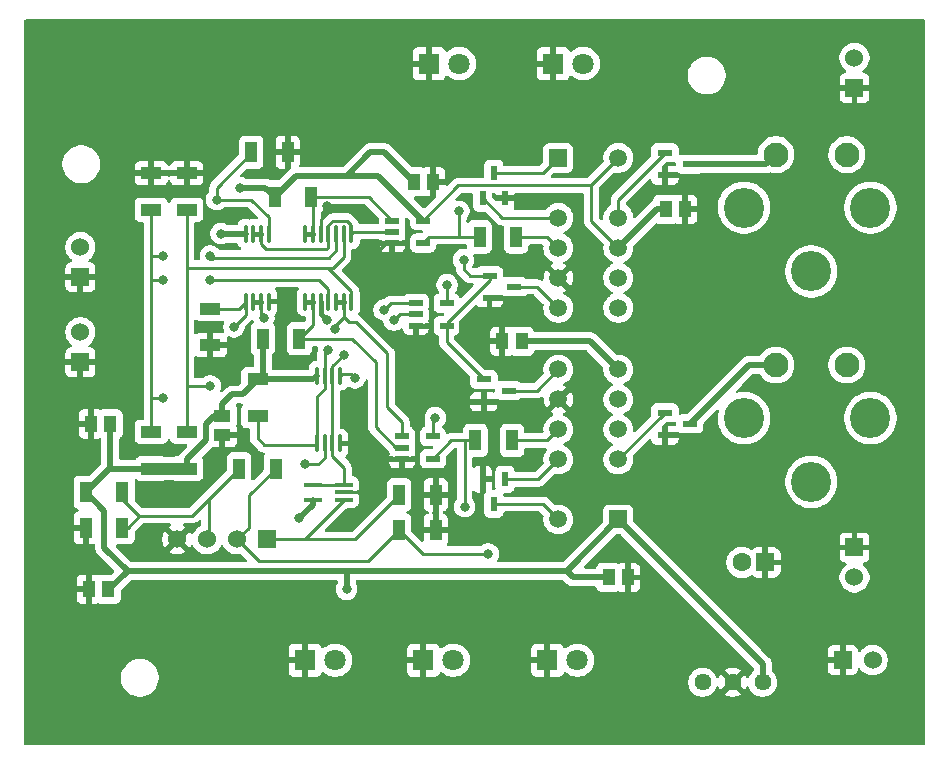
<source format=gbr>
%TF.GenerationSoftware,KiCad,Pcbnew,9.0.2*%
%TF.CreationDate,2025-06-17T10:19:04+02:00*%
%TF.ProjectId,AMS_IMD_Reset_v3,414d535f-494d-4445-9f52-657365745f76,rev?*%
%TF.SameCoordinates,Original*%
%TF.FileFunction,Copper,L1,Top*%
%TF.FilePolarity,Positive*%
%FSLAX46Y46*%
G04 Gerber Fmt 4.6, Leading zero omitted, Abs format (unit mm)*
G04 Created by KiCad (PCBNEW 9.0.2) date 2025-06-17 10:19:04*
%MOMM*%
%LPD*%
G01*
G04 APERTURE LIST*
G04 Aperture macros list*
%AMRoundRect*
0 Rectangle with rounded corners*
0 $1 Rounding radius*
0 $2 $3 $4 $5 $6 $7 $8 $9 X,Y pos of 4 corners*
0 Add a 4 corners polygon primitive as box body*
4,1,4,$2,$3,$4,$5,$6,$7,$8,$9,$2,$3,0*
0 Add four circle primitives for the rounded corners*
1,1,$1+$1,$2,$3*
1,1,$1+$1,$4,$5*
1,1,$1+$1,$6,$7*
1,1,$1+$1,$8,$9*
0 Add four rect primitives between the rounded corners*
20,1,$1+$1,$2,$3,$4,$5,0*
20,1,$1+$1,$4,$5,$6,$7,0*
20,1,$1+$1,$6,$7,$8,$9,0*
20,1,$1+$1,$8,$9,$2,$3,0*%
G04 Aperture macros list end*
%TA.AperFunction,SMDPad,CuDef*%
%ADD10R,1.050000X1.800000*%
%TD*%
%TA.AperFunction,ComponentPad*%
%ADD11C,1.440000*%
%TD*%
%TA.AperFunction,ComponentPad*%
%ADD12RoundRect,0.250000X0.550000X0.550000X-0.550000X0.550000X-0.550000X-0.550000X0.550000X-0.550000X0*%
%TD*%
%TA.AperFunction,ComponentPad*%
%ADD13C,1.600000*%
%TD*%
%TA.AperFunction,ComponentPad*%
%ADD14R,1.530000X1.530000*%
%TD*%
%TA.AperFunction,ComponentPad*%
%ADD15C,1.530000*%
%TD*%
%TA.AperFunction,ComponentPad*%
%ADD16R,1.500000X1.500000*%
%TD*%
%TA.AperFunction,ComponentPad*%
%ADD17C,1.500000*%
%TD*%
%TA.AperFunction,SMDPad,CuDef*%
%ADD18R,1.150000X0.600000*%
%TD*%
%TA.AperFunction,SMDPad,CuDef*%
%ADD19R,0.600000X1.300000*%
%TD*%
%TA.AperFunction,SMDPad,CuDef*%
%ADD20RoundRect,0.100000X0.100000X-0.637500X0.100000X0.637500X-0.100000X0.637500X-0.100000X-0.637500X0*%
%TD*%
%TA.AperFunction,ComponentPad*%
%ADD21R,1.800000X1.800000*%
%TD*%
%TA.AperFunction,ComponentPad*%
%ADD22C,1.800000*%
%TD*%
%TA.AperFunction,SMDPad,CuDef*%
%ADD23R,1.300000X0.600000*%
%TD*%
%TA.AperFunction,SMDPad,CuDef*%
%ADD24R,1.070000X1.470000*%
%TD*%
%TA.AperFunction,SMDPad,CuDef*%
%ADD25R,1.800000X1.050000*%
%TD*%
%TA.AperFunction,SMDPad,CuDef*%
%ADD26R,1.470000X1.070000*%
%TD*%
%TA.AperFunction,ComponentPad*%
%ADD27C,2.100000*%
%TD*%
%TA.AperFunction,ComponentPad*%
%ADD28C,3.400000*%
%TD*%
%TA.AperFunction,SMDPad,CuDef*%
%ADD29RoundRect,0.100000X0.650000X0.100000X-0.650000X0.100000X-0.650000X-0.100000X0.650000X-0.100000X0*%
%TD*%
%TA.AperFunction,ViaPad*%
%ADD30C,0.800000*%
%TD*%
%TA.AperFunction,Conductor*%
%ADD31C,0.250000*%
%TD*%
%TA.AperFunction,Conductor*%
%ADD32C,0.500000*%
%TD*%
%TA.AperFunction,Conductor*%
%ADD33C,1.000000*%
%TD*%
%TA.AperFunction,Conductor*%
%ADD34C,0.400000*%
%TD*%
G04 APERTURE END LIST*
D10*
%TO.P,R3,1*%
%TO.N,/Raw_AMS_OK*%
X175910000Y-80000000D03*
%TO.P,R3,2*%
%TO.N,GND*%
X179010000Y-80000000D03*
%TD*%
D11*
%TO.P,U1,1,+VIN*%
%TO.N,+12V*%
X214146240Y-124865597D03*
%TO.P,U1,2,GND*%
%TO.N,GND*%
X216686240Y-124865597D03*
%TO.P,U1,3,+VOUT*%
%TO.N,+5V*%
X219226240Y-124865597D03*
%TD*%
D12*
%TO.P,C1,1*%
%TO.N,GND*%
X219454436Y-114729052D03*
D13*
%TO.P,C1,2*%
%TO.N,+12V*%
X217454436Y-114729052D03*
%TD*%
D14*
%TO.P,J4,1,1*%
%TO.N,GND*%
X161460000Y-97780000D03*
D15*
%TO.P,J4,2,2*%
%TO.N,/Raw_IMD_OK*%
X161460000Y-95240000D03*
%TD*%
D16*
%TO.P,K2,1,COIL1*%
%TO.N,+5V*%
X207000000Y-111080000D03*
D17*
%TO.P,K2,3,Reset_1*%
%TO.N,/SC_Closed_IMD*%
X207000000Y-106000000D03*
%TO.P,K2,4,COM_1*%
%TO.N,+5V*%
X207000000Y-103460000D03*
%TO.P,K2,5,Set_1*%
%TO.N,/Button_Input*%
X207000000Y-100920000D03*
%TO.P,K2,6,COIL2*%
%TO.N,+5V*%
X207000000Y-98380000D03*
%TO.P,K2,7,COIL2*%
%TO.N,Net-(K2-COIL2-Pad7)*%
X201920000Y-98380000D03*
%TO.P,K2,8,Set_2*%
%TO.N,GND*%
X201920000Y-100920000D03*
%TO.P,K2,9,COM_2*%
%TO.N,Net-(K2-COM_2)*%
X201920000Y-103460000D03*
%TO.P,K2,10,Reset_2*%
%TO.N,Net-(K2-Reset_2)*%
X201920000Y-106000000D03*
%TO.P,K2,12,COIL1*%
%TO.N,Net-(K2-COIL1-Pad12)*%
X201920000Y-111080000D03*
%TD*%
D18*
%TO.P,G2,1*%
%TO.N,/AMS_SCS_Compliance*%
X187860000Y-85780000D03*
%TO.P,G2,2*%
%TO.N,/AMS_OK*%
X187860000Y-86730000D03*
%TO.P,G2,3,GND*%
%TO.N,GND*%
X187860000Y-87680000D03*
%TO.P,G2,4*%
%TO.N,Net-(D3-A)*%
X190460000Y-87680000D03*
%TO.P,G2,5,VCC*%
%TO.N,+5V*%
X190460000Y-85780000D03*
%TD*%
D14*
%TO.P,J3,1,1*%
%TO.N,GND*%
X227000000Y-74540000D03*
D15*
%TO.P,J3,2,2*%
%TO.N,/SC out*%
X227000000Y-72000000D03*
%TD*%
D10*
%TO.P,R1,1*%
%TO.N,/Raw_Button_Output*%
X188450000Y-109000000D03*
%TO.P,R1,2*%
%TO.N,GND*%
X191550000Y-109000000D03*
%TD*%
D19*
%TO.P,Q1,1*%
%TO.N,Net-(K2-Reset_2)*%
X197410000Y-107680000D03*
%TO.P,Q1,2*%
%TO.N,GND*%
X195510000Y-107680000D03*
%TO.P,Q1,3*%
%TO.N,Net-(K2-COIL1-Pad12)*%
X196460000Y-109780000D03*
%TD*%
D20*
%TO.P,DU1,1,+*%
%TO.N,/Raw_IMD_OK*%
X175460000Y-92642500D03*
%TO.P,DU1,2,-*%
%TO.N,/IMD_OK*%
X176110000Y-92642500D03*
%TO.P,DU1,3*%
X176760000Y-92642500D03*
%TO.P,DU1,4,V-*%
%TO.N,GND*%
X177410000Y-92642500D03*
%TO.P,DU1,5,+*%
%TO.N,/Raw_AMS_OK*%
X177410000Y-86917500D03*
%TO.P,DU1,6,-*%
%TO.N,/AMS_OK*%
X176760000Y-86917500D03*
%TO.P,DU1,7*%
X176110000Y-86917500D03*
%TO.P,DU1,8,V+*%
%TO.N,+5V*%
X175460000Y-86917500D03*
%TD*%
D21*
%TO.P,D5,1,K*%
%TO.N,GND*%
X201000000Y-123000000D03*
D22*
%TO.P,D5,2,A*%
%TO.N,/SC_Closed_AMS*%
X203540000Y-123000000D03*
%TD*%
D21*
%TO.P,D2,1,K*%
%TO.N,GND*%
X191000000Y-72500000D03*
D22*
%TO.P,D2,2,A*%
%TO.N,Net-(D2-A)*%
X193540000Y-72500000D03*
%TD*%
D18*
%TO.P,G3,1*%
%TO.N,/Button_Output_SCS_Compliance*%
X189860000Y-92780000D03*
%TO.P,G3,2*%
%TO.N,/Button_Output*%
X189860000Y-93730000D03*
%TO.P,G3,3,GND*%
%TO.N,GND*%
X189860000Y-94680000D03*
%TO.P,G3,4*%
%TO.N,Net-(D2-A)*%
X192460000Y-94680000D03*
%TO.P,G3,5,VCC*%
%TO.N,+5V*%
X192460000Y-92780000D03*
%TD*%
D10*
%TO.P,R12,1*%
%TO.N,Net-(D3-A)*%
X195254300Y-87163600D03*
%TO.P,R12,2*%
%TO.N,Net-(K4-COM_1)*%
X198354300Y-87163600D03*
%TD*%
%TO.P,R17,1*%
%TO.N,GND*%
X161910000Y-111780000D03*
%TO.P,R17,2*%
%TO.N,/Button_Input_SCS*%
X165010000Y-111780000D03*
%TD*%
D23*
%TO.P,Q5,1*%
%TO.N,/SC_Closed_IMD*%
X210950000Y-102050000D03*
%TO.P,Q5,2*%
%TO.N,GND*%
X210950000Y-103950000D03*
%TO.P,Q5,3*%
%TO.N,Net-(K1-Pad1)*%
X213050000Y-103000000D03*
%TD*%
D10*
%TO.P,R16,1*%
%TO.N,/Button_Input_SCS*%
X165010000Y-108780000D03*
%TO.P,R16,2*%
%TO.N,+5V*%
X161910000Y-108780000D03*
%TD*%
D20*
%TO.P,DU2,1*%
%TO.N,/Button_Output_SCS_Compliance*%
X181485000Y-104642500D03*
%TO.P,DU2,2,-*%
%TO.N,/0.75V*%
X182135000Y-104642500D03*
%TO.P,DU2,3,+*%
%TO.N,/Button_Output*%
X182785000Y-104642500D03*
%TO.P,DU2,4,V-*%
%TO.N,GND*%
X183435000Y-104642500D03*
%TO.P,DU2,5,+*%
%TO.N,/4.25V*%
X183435000Y-98917500D03*
%TO.P,DU2,6,-*%
%TO.N,/Button_Output*%
X182785000Y-98917500D03*
%TO.P,DU2,7*%
%TO.N,/Button_Output_SCS_Compliance*%
X182135000Y-98917500D03*
%TO.P,DU2,8,V+*%
%TO.N,+5V*%
X181485000Y-98917500D03*
%TD*%
D16*
%TO.P,K4,1,COIL1*%
%TO.N,Net-(K4-COIL1-Pad1)*%
X201920000Y-80480000D03*
D17*
%TO.P,K4,3,Reset_1*%
%TO.N,Net-(K4-Reset_1)*%
X201920000Y-85560000D03*
%TO.P,K4,4,COM_1*%
%TO.N,Net-(K4-COM_1)*%
X201920000Y-88100000D03*
%TO.P,K4,5,Set_1*%
%TO.N,GND*%
X201920000Y-90640000D03*
%TO.P,K4,6,COIL2*%
%TO.N,Net-(K4-COIL2-Pad6)*%
X201920000Y-93180000D03*
%TO.P,K4,7,COIL2*%
%TO.N,+5V*%
X207000000Y-93180000D03*
%TO.P,K4,8,Set_2*%
%TO.N,/Button_Input*%
X207000000Y-90640000D03*
%TO.P,K4,9,COM_2*%
%TO.N,+5V*%
X207000000Y-88100000D03*
%TO.P,K4,10,Reset_2*%
%TO.N,/SC_Closed_AMS*%
X207000000Y-85560000D03*
%TO.P,K4,12,COIL1*%
%TO.N,+5V*%
X207000000Y-80480000D03*
%TD*%
D24*
%TO.P,C6,1*%
%TO.N,+5V*%
X189680000Y-82500000D03*
%TO.P,C6,2*%
%TO.N,GND*%
X191320000Y-82500000D03*
%TD*%
D21*
%TO.P,D1,1,K*%
%TO.N,GND*%
X180500000Y-123000000D03*
D22*
%TO.P,D1,2,A*%
%TO.N,Net-(D1-A)*%
X183040000Y-123000000D03*
%TD*%
D23*
%TO.P,Q4,1*%
%TO.N,Net-(D2-A)*%
X196098200Y-90433800D03*
%TO.P,Q4,2*%
%TO.N,GND*%
X196098200Y-92333800D03*
%TO.P,Q4,3*%
%TO.N,Net-(K4-COIL2-Pad6)*%
X198198200Y-91383800D03*
%TD*%
D14*
%TO.P,J5,1,1*%
%TO.N,GND*%
X161460000Y-90570000D03*
D15*
%TO.P,J5,2,2*%
%TO.N,/Raw_AMS_OK*%
X161460000Y-88030000D03*
%TD*%
D19*
%TO.P,Q3,1*%
%TO.N,Net-(K4-Reset_1)*%
X195510000Y-83880000D03*
%TO.P,Q3,2*%
%TO.N,GND*%
X197410000Y-83880000D03*
%TO.P,Q3,3*%
%TO.N,Net-(K4-COIL1-Pad1)*%
X196460000Y-81780000D03*
%TD*%
D25*
%TO.P,R4,1*%
%TO.N,+5V*%
X176460000Y-99230000D03*
%TO.P,R4,2*%
%TO.N,/Button_Output_SCS_Compliance*%
X176460000Y-102330000D03*
%TD*%
D21*
%TO.P,D4,1,K*%
%TO.N,GND*%
X190500000Y-123000000D03*
D22*
%TO.P,D4,2,A*%
%TO.N,/SC_Closed_IMD*%
X193040000Y-123000000D03*
%TD*%
D25*
%TO.P,R2,1*%
%TO.N,/Raw_IMD_OK*%
X172460000Y-93230000D03*
%TO.P,R2,2*%
%TO.N,GND*%
X172460000Y-96330000D03*
%TD*%
D10*
%TO.P,R6,1*%
%TO.N,+5V*%
X176910000Y-95780000D03*
%TO.P,R6,2*%
%TO.N,/IMD_SCS_Compliance*%
X180010000Y-95780000D03*
%TD*%
D14*
%TO.P,J1,1,1*%
%TO.N,GND*%
X226000000Y-123000000D03*
D15*
%TO.P,J1,2,2*%
%TO.N,+12V*%
X228540000Y-123000000D03*
%TD*%
D24*
%TO.P,C7,1*%
%TO.N,+5V*%
X211016000Y-84836000D03*
%TO.P,C7,2*%
%TO.N,GND*%
X212656000Y-84836000D03*
%TD*%
D26*
%TO.P,C8,1*%
%TO.N,+5V*%
X173482000Y-102304000D03*
%TO.P,C8,2*%
%TO.N,GND*%
X173482000Y-103944000D03*
%TD*%
D10*
%TO.P,R18,1*%
%TO.N,/Button_Input*%
X188450000Y-112000000D03*
%TO.P,R18,2*%
%TO.N,GND*%
X191550000Y-112000000D03*
%TD*%
D24*
%TO.P,C4,1*%
%TO.N,GND*%
X162360000Y-103000000D03*
%TO.P,C4,2*%
%TO.N,+5V*%
X164000000Y-103000000D03*
%TD*%
D14*
%TO.P,J7,1,1*%
%TO.N,/Raw_Button_Output*%
X177270000Y-112780000D03*
D15*
%TO.P,J7,2,2*%
%TO.N,/Button_Input*%
X174730000Y-112780000D03*
%TO.P,J7,3,3*%
%TO.N,/Button_Input_SCS*%
X172190000Y-112780000D03*
%TO.P,J7,4,4*%
%TO.N,GND*%
X169650000Y-112780000D03*
%TD*%
D25*
%TO.P,R9,1*%
%TO.N,/4.25V*%
X170460000Y-103680000D03*
%TO.P,R9,2*%
%TO.N,+5V*%
X170460000Y-106780000D03*
%TD*%
%TO.P,R8,1*%
%TO.N,GND*%
X167460000Y-81780000D03*
%TO.P,R8,2*%
%TO.N,/0.75V*%
X167460000Y-84880000D03*
%TD*%
D10*
%TO.P,R15,1*%
%TO.N,/Button_Input*%
X178010000Y-106780000D03*
%TO.P,R15,2*%
%TO.N,/Button_Input_SCS*%
X174910000Y-106780000D03*
%TD*%
D23*
%TO.P,Q2,1*%
%TO.N,Net-(D2-A)*%
X195621800Y-99226200D03*
%TO.P,Q2,2*%
%TO.N,GND*%
X195621800Y-101126200D03*
%TO.P,Q2,3*%
%TO.N,Net-(K2-COIL2-Pad7)*%
X197721800Y-100176200D03*
%TD*%
D10*
%TO.P,R11,1*%
%TO.N,Net-(D1-A)*%
X194910000Y-104396400D03*
%TO.P,R11,2*%
%TO.N,Net-(K2-COM_2)*%
X198010000Y-104396400D03*
%TD*%
D24*
%TO.P,C5,1*%
%TO.N,GND*%
X197180000Y-96000000D03*
%TO.P,C5,2*%
%TO.N,+5V*%
X198820000Y-96000000D03*
%TD*%
D20*
%TO.P,QU1,1*%
%TO.N,/IMD_SCS_Compliance*%
X180510000Y-92642500D03*
%TO.P,QU1,2*%
X181160000Y-92642500D03*
%TO.P,QU1,3,V+*%
%TO.N,+5V*%
X181810000Y-92642500D03*
%TO.P,QU1,4,-*%
%TO.N,/0.75V*%
X182460000Y-92642500D03*
%TO.P,QU1,5,+*%
%TO.N,/IMD_OK*%
X183110000Y-92642500D03*
%TO.P,QU1,6,-*%
X183760000Y-92642500D03*
%TO.P,QU1,7,+*%
%TO.N,/4.25V*%
X184410000Y-92642500D03*
%TO.P,QU1,8,-*%
%TO.N,/AMS_OK*%
X184410000Y-86917500D03*
%TO.P,QU1,9,+*%
%TO.N,/4.25V*%
X183760000Y-86917500D03*
%TO.P,QU1,10,-*%
%TO.N,/0.75V*%
X183110000Y-86917500D03*
%TO.P,QU1,11,+*%
%TO.N,/AMS_OK*%
X182460000Y-86917500D03*
%TO.P,QU1,12,V-*%
%TO.N,GND*%
X181810000Y-86917500D03*
%TO.P,QU1,13*%
%TO.N,/AMS_SCS_Compliance*%
X181160000Y-86917500D03*
%TO.P,QU1,14*%
X180510000Y-86917500D03*
%TD*%
D27*
%TO.P,K3,1*%
%TO.N,Net-(K3-Pad1)*%
X220349500Y-80191500D03*
D28*
%TO.P,K3,2*%
%TO.N,Net-(K1-Pad2)*%
X217649500Y-84691500D03*
%TO.P,K3,3*%
%TO.N,unconnected-(K3-Pad3)*%
X223349500Y-90091500D03*
%TO.P,K3,4*%
%TO.N,/SC out*%
X228349500Y-84691500D03*
D27*
%TO.P,K3,5*%
%TO.N,+12V*%
X226349500Y-80191500D03*
%TD*%
%TO.P,K1,1*%
%TO.N,Net-(K1-Pad1)*%
X220349500Y-98008500D03*
D28*
%TO.P,K1,2*%
%TO.N,Net-(K1-Pad2)*%
X217649500Y-102508500D03*
%TO.P,K1,3*%
%TO.N,unconnected-(K1-Pad3)*%
X223349500Y-107908500D03*
%TO.P,K1,4*%
%TO.N,/SC in*%
X228349500Y-102508500D03*
D27*
%TO.P,K1,5*%
%TO.N,+12V*%
X226349500Y-98008500D03*
%TD*%
D21*
%TO.P,D3,1,K*%
%TO.N,GND*%
X201500000Y-72500000D03*
D22*
%TO.P,D3,2,A*%
%TO.N,Net-(D3-A)*%
X204040000Y-72500000D03*
%TD*%
D24*
%TO.P,C3,1*%
%TO.N,GND*%
X207820000Y-116000000D03*
%TO.P,C3,2*%
%TO.N,+5V*%
X206180000Y-116000000D03*
%TD*%
D23*
%TO.P,Q6,1*%
%TO.N,/SC_Closed_AMS*%
X210950000Y-80050000D03*
%TO.P,Q6,2*%
%TO.N,GND*%
X210950000Y-81950000D03*
%TO.P,Q6,3*%
%TO.N,Net-(K3-Pad1)*%
X213050000Y-81000000D03*
%TD*%
D25*
%TO.P,R7,1*%
%TO.N,/0.75V*%
X167460000Y-103680000D03*
%TO.P,R7,2*%
%TO.N,+5V*%
X167460000Y-106780000D03*
%TD*%
D24*
%TO.P,C2,1*%
%TO.N,+5V*%
X163820000Y-117000000D03*
%TO.P,C2,2*%
%TO.N,GND*%
X162180000Y-117000000D03*
%TD*%
D18*
%TO.P,G1,1*%
%TO.N,/IMD_OK*%
X188700000Y-104050000D03*
%TO.P,G1,2*%
%TO.N,/IMD_SCS_Compliance*%
X188700000Y-105000000D03*
%TO.P,G1,3,GND*%
%TO.N,GND*%
X188700000Y-105950000D03*
%TO.P,G1,4*%
%TO.N,Net-(D1-A)*%
X191300000Y-105950000D03*
%TO.P,G1,5,VCC*%
%TO.N,+5V*%
X191300000Y-104050000D03*
%TD*%
D10*
%TO.P,R5,1*%
%TO.N,/AMS_SCS_Compliance*%
X181010000Y-83780000D03*
%TO.P,R5,2*%
%TO.N,+5V*%
X177910000Y-83780000D03*
%TD*%
D25*
%TO.P,R10,1*%
%TO.N,GND*%
X170460000Y-81780000D03*
%TO.P,R10,2*%
%TO.N,/4.25V*%
X170460000Y-84880000D03*
%TD*%
D29*
%TO.P,U2,1,+*%
%TO.N,/Raw_Button_Output*%
X183790000Y-109430000D03*
%TO.P,U2,2,V-*%
%TO.N,GND*%
X183790000Y-108780000D03*
%TO.P,U2,3,-*%
%TO.N,/Button_Output*%
X183790000Y-108130000D03*
%TO.P,U2,4*%
X181130000Y-108130000D03*
%TO.P,U2,5,V+*%
%TO.N,+5V*%
X181130000Y-109430000D03*
%TD*%
D14*
%TO.P,J2,1,1*%
%TO.N,GND*%
X227000000Y-113460000D03*
D15*
%TO.P,J2,2,2*%
%TO.N,/SC in*%
X227000000Y-116000000D03*
%TD*%
D30*
%TO.N,GND*%
X186000000Y-89000000D03*
X172974000Y-105918000D03*
X182300000Y-84555000D03*
X175000000Y-97000000D03*
X179000000Y-93000000D03*
%TO.N,+5V*%
X192510567Y-91215108D03*
X175000000Y-83000000D03*
X191505470Y-102472194D03*
X180000000Y-111000000D03*
X173352270Y-86886374D03*
X182300000Y-94200000D03*
X184000000Y-117000000D03*
%TO.N,/Raw_AMS_OK*%
X173000000Y-84000000D03*
%TO.N,Net-(D1-A)*%
X194000000Y-110000000D03*
%TO.N,/IMD_OK*%
X183000000Y-95000000D03*
X177000000Y-94000000D03*
%TO.N,/Raw_IMD_OK*%
X174460000Y-94780000D03*
%TO.N,/0.75V*%
X172460000Y-90780000D03*
X168460000Y-100780000D03*
X172460000Y-88780000D03*
X168460000Y-90780000D03*
X180460000Y-106399558D03*
X168460000Y-88780000D03*
%TO.N,/4.25V*%
X172460000Y-99780000D03*
X184700000Y-99100000D03*
%TO.N,/Button_Output_SCS_Compliance*%
X187160681Y-93339499D03*
X182460000Y-96780000D03*
%TO.N,/Button_Output*%
X183778590Y-97123895D03*
X188001157Y-94212370D03*
%TO.N,/Button_Input*%
X196000000Y-114000000D03*
%TO.N,Net-(D2-A)*%
X193900000Y-89100000D03*
%TO.N,Net-(D3-A)*%
X193500000Y-85000000D03*
%TD*%
D31*
%TO.N,GND*%
X174330000Y-96330000D02*
X175000000Y-97000000D01*
X184784890Y-108775110D02*
X185534746Y-108775110D01*
X172460000Y-96330000D02*
X174330000Y-96330000D01*
X187320000Y-87680000D02*
X186000000Y-89000000D01*
X181810000Y-85606928D02*
X181810000Y-86917500D01*
X173482000Y-103944000D02*
X173482000Y-105410000D01*
X183435000Y-104642500D02*
X184499323Y-104642500D01*
X183790000Y-108780000D02*
X184780000Y-108780000D01*
X182300000Y-85116928D02*
X181810000Y-85606928D01*
X184780000Y-108780000D02*
X184784890Y-108775110D01*
X177410000Y-92642500D02*
X178642500Y-92642500D01*
X178642500Y-92642500D02*
X179000000Y-93000000D01*
X182300000Y-84555000D02*
X182300000Y-85116928D01*
X184499323Y-104642500D02*
X184512277Y-104655454D01*
X173482000Y-105410000D02*
X172974000Y-105918000D01*
X187860000Y-87680000D02*
X187320000Y-87680000D01*
%TO.N,+5V*%
X191300000Y-104050000D02*
X191300000Y-102677664D01*
D32*
X219226240Y-124865597D02*
X219226240Y-123306240D01*
X187180000Y-80000000D02*
X186000000Y-80000000D01*
X175000000Y-83000000D02*
X177130000Y-83000000D01*
X181130000Y-109870000D02*
X180000000Y-111000000D01*
X176460000Y-99230000D02*
X175185000Y-100505000D01*
X177130000Y-83000000D02*
X177910000Y-83780000D01*
X176910000Y-98780000D02*
X176460000Y-99230000D01*
X210264000Y-84836000D02*
X207000000Y-88100000D01*
X203180000Y-116000000D02*
X202630000Y-115450000D01*
X164000000Y-103000000D02*
X164000000Y-106690000D01*
D33*
X170460000Y-106780000D02*
X167460000Y-106780000D01*
D31*
X207000000Y-88100000D02*
X204725000Y-85825000D01*
X204680000Y-82800000D02*
X193440000Y-82800000D01*
D32*
X176460000Y-99230000D02*
X181172500Y-99230000D01*
X167460000Y-106780000D02*
X163910000Y-106780000D01*
X173202000Y-102304000D02*
X172796000Y-102304000D01*
X165450000Y-115450000D02*
X163491186Y-113491186D01*
D31*
X207000000Y-80480000D02*
X204725000Y-82755000D01*
D32*
X186000000Y-80000000D02*
X184000000Y-82000000D01*
D31*
X163820000Y-117000000D02*
X163900000Y-117000000D01*
X192460000Y-91265675D02*
X192510567Y-91215108D01*
D32*
X219226240Y-123306240D02*
X207000000Y-111080000D01*
X186680000Y-82000000D02*
X184000000Y-82000000D01*
D31*
X204725000Y-82755000D02*
X204680000Y-82800000D01*
X192460000Y-92780000D02*
X192460000Y-91265675D01*
D32*
X184000000Y-115450000D02*
X202630000Y-115450000D01*
X184000000Y-115450000D02*
X165450000Y-115450000D01*
D31*
X204725000Y-85825000D02*
X204725000Y-82755000D01*
D32*
X172796000Y-102304000D02*
X172100000Y-103000000D01*
X174323000Y-100505000D02*
X173482000Y-101346000D01*
X179690000Y-82000000D02*
X177910000Y-83780000D01*
X184000000Y-82000000D02*
X179690000Y-82000000D01*
X198820000Y-96000000D02*
X204620000Y-96000000D01*
X172100000Y-104365000D02*
X170460000Y-106005000D01*
X206180000Y-116000000D02*
X203180000Y-116000000D01*
D31*
X173482000Y-102304000D02*
X173202000Y-102304000D01*
D32*
X163491186Y-113491186D02*
X163491186Y-110361186D01*
X189680000Y-82500000D02*
X187180000Y-80000000D01*
X170460000Y-106005000D02*
X170460000Y-106780000D01*
X190460000Y-85780000D02*
X186680000Y-82000000D01*
X184000000Y-115450000D02*
X184000000Y-117000000D01*
X176910000Y-95780000D02*
X176910000Y-98780000D01*
D34*
X181810000Y-92642500D02*
X181810000Y-93710000D01*
D32*
X207000000Y-111080000D02*
X202630000Y-115450000D01*
X181172500Y-99230000D02*
X181485000Y-98917500D01*
X204620000Y-96000000D02*
X207000000Y-98380000D01*
X163910000Y-106780000D02*
X161910000Y-108780000D01*
X163491186Y-110361186D02*
X161910000Y-108780000D01*
D34*
X181810000Y-93710000D02*
X182300000Y-94200000D01*
D31*
X193440000Y-82800000D02*
X190460000Y-85780000D01*
D32*
X173482000Y-101346000D02*
X173482000Y-102304000D01*
X172100000Y-103000000D02*
X172100000Y-104365000D01*
D31*
X191300000Y-102677664D02*
X191505470Y-102472194D01*
X173383396Y-86917500D02*
X173352270Y-86886374D01*
D32*
X163900000Y-117000000D02*
X165450000Y-115450000D01*
X175185000Y-100505000D02*
X174323000Y-100505000D01*
D31*
X164000000Y-106690000D02*
X163910000Y-106780000D01*
D32*
X181130000Y-109430000D02*
X181130000Y-109870000D01*
X211016000Y-84836000D02*
X210264000Y-84836000D01*
X175460000Y-86917500D02*
X173383396Y-86917500D01*
D31*
%TO.N,/AMS_OK*%
X176760000Y-87760000D02*
X177200000Y-88200000D01*
X176760000Y-86917500D02*
X176760000Y-87760000D01*
X184410000Y-86154062D02*
X184410000Y-86917500D01*
X182460000Y-88040000D02*
X182460000Y-86917500D01*
X184059938Y-85804000D02*
X184410000Y-86154062D01*
X177200000Y-88200000D02*
X182300000Y-88200000D01*
X182460000Y-86917500D02*
X182460000Y-86154062D01*
X187860000Y-86730000D02*
X184597500Y-86730000D01*
D34*
X176110000Y-86917500D02*
X176760000Y-86917500D01*
D31*
X182460000Y-86154062D02*
X182810062Y-85804000D01*
X182300000Y-88200000D02*
X182460000Y-88040000D01*
X184597500Y-86730000D02*
X184410000Y-86917500D01*
X182810062Y-85804000D02*
X184059938Y-85804000D01*
%TO.N,/Raw_AMS_OK*%
X173000000Y-84000000D02*
X173000000Y-83000000D01*
X175900000Y-84000000D02*
X177410000Y-85510000D01*
X177410000Y-85510000D02*
X177410000Y-86917500D01*
X173000000Y-84000000D02*
X175900000Y-84000000D01*
X173000000Y-83000000D02*
X175910000Y-80090000D01*
X175910000Y-80090000D02*
X175910000Y-80000000D01*
%TO.N,Net-(D1-A)*%
X194910000Y-104396400D02*
X194000000Y-104396400D01*
X192853600Y-104396400D02*
X191300000Y-105950000D01*
X194000000Y-110000000D02*
X194000000Y-104396400D01*
X194000000Y-104396400D02*
X192853600Y-104396400D01*
%TO.N,/IMD_OK*%
X183760000Y-93960000D02*
X183760000Y-93913812D01*
X184826188Y-94400000D02*
X184200000Y-94400000D01*
X184200000Y-94400000D02*
X183760000Y-93960000D01*
X183760000Y-93660000D02*
X183760000Y-92642500D01*
X183000000Y-95000000D02*
X183000000Y-94673812D01*
X187460000Y-101601188D02*
X187460000Y-97033812D01*
D34*
X176110000Y-92642500D02*
X176760000Y-92642500D01*
D31*
X188700000Y-102841188D02*
X187460000Y-101601188D01*
X176760000Y-92642500D02*
X176760000Y-93760000D01*
X188700000Y-104050000D02*
X188700000Y-102841188D01*
D34*
X183760000Y-92642500D02*
X183110000Y-92642500D01*
D31*
X176760000Y-93760000D02*
X177000000Y-94000000D01*
X183000000Y-94673812D02*
X183760000Y-93913812D01*
X183760000Y-93913812D02*
X183760000Y-93660000D01*
X187460000Y-97033812D02*
X184826188Y-94400000D01*
%TO.N,/Raw_IMD_OK*%
X175460000Y-93780000D02*
X175460000Y-92642500D01*
X174460000Y-94780000D02*
X175460000Y-93780000D01*
X172460000Y-93230000D02*
X174872500Y-93230000D01*
X174872500Y-93230000D02*
X175460000Y-92642500D01*
%TO.N,Net-(K2-COM_2)*%
X200983600Y-104396400D02*
X201920000Y-103460000D01*
X198010000Y-104396400D02*
X200983600Y-104396400D01*
%TO.N,/IMD_SCS_Compliance*%
X184460000Y-95780000D02*
X180010000Y-95780000D01*
X181160000Y-94630000D02*
X181160000Y-92642500D01*
D34*
X181160000Y-92642500D02*
X180510000Y-92642500D01*
D31*
X186460000Y-103255000D02*
X186460000Y-97780000D01*
X188700000Y-105000000D02*
X188205000Y-105000000D01*
X186460000Y-97780000D02*
X184460000Y-95780000D01*
X188205000Y-105000000D02*
X186460000Y-103255000D01*
X180010000Y-95780000D02*
X181160000Y-94630000D01*
%TO.N,/AMS_SCS_Compliance*%
X181160000Y-83930000D02*
X181160000Y-86917500D01*
X187860000Y-85780000D02*
X185860000Y-83780000D01*
D34*
X181160000Y-86917500D02*
X180510000Y-86917500D01*
D31*
X185860000Y-83780000D02*
X181010000Y-83780000D01*
X181010000Y-83780000D02*
X181160000Y-83930000D01*
%TO.N,Net-(K2-Reset_2)*%
X200240000Y-107680000D02*
X201920000Y-106000000D01*
X197410000Y-107680000D02*
X200240000Y-107680000D01*
%TO.N,Net-(K4-COM_1)*%
X200983600Y-87163600D02*
X201920000Y-88100000D01*
X198354300Y-87163600D02*
X200983600Y-87163600D01*
%TO.N,/0.75V*%
X167460000Y-88780000D02*
X168460000Y-88780000D01*
X182135000Y-105865000D02*
X182135000Y-104642500D01*
X182460000Y-91560000D02*
X182460000Y-92642500D01*
X167460000Y-100780000D02*
X168460000Y-100780000D01*
X172460000Y-90780000D02*
X181680000Y-90780000D01*
D34*
X172460000Y-88780000D02*
X172595567Y-88915567D01*
D31*
X182484433Y-88915567D02*
X183110000Y-88290000D01*
X167460000Y-100780000D02*
X167460000Y-103680000D01*
X172595567Y-88915567D02*
X182484433Y-88915567D01*
X181600442Y-106399558D02*
X182135000Y-105865000D01*
X167460000Y-88780000D02*
X167460000Y-100780000D01*
X181680000Y-90780000D02*
X182460000Y-91560000D01*
X183110000Y-88290000D02*
X183110000Y-86917500D01*
X180460000Y-106399558D02*
X181600442Y-106399558D01*
X167460000Y-84880000D02*
X167460000Y-88780000D01*
X167460000Y-90780000D02*
X168460000Y-90780000D01*
%TO.N,/4.25V*%
X182460000Y-89780000D02*
X182820000Y-89780000D01*
X184380000Y-98780000D02*
X183572500Y-98780000D01*
X170460000Y-99780000D02*
X170460000Y-103680000D01*
X183572500Y-98780000D02*
X183435000Y-98917500D01*
X182460000Y-89780000D02*
X184410000Y-91730000D01*
X183760000Y-88840000D02*
X183760000Y-86917500D01*
X184700000Y-99100000D02*
X184380000Y-98780000D01*
X170460000Y-84880000D02*
X170460000Y-89780000D01*
X170460000Y-99780000D02*
X172460000Y-99780000D01*
X182820000Y-89780000D02*
X183760000Y-88840000D01*
X170460000Y-89780000D02*
X170460000Y-99780000D01*
X170460000Y-89780000D02*
X182460000Y-89780000D01*
X184410000Y-91730000D02*
X184410000Y-92642500D01*
%TO.N,/Button_Output_SCS_Compliance*%
X181347500Y-104780000D02*
X177010000Y-104780000D01*
X176460000Y-104230000D02*
X177010000Y-104780000D01*
X182135000Y-97105000D02*
X182135000Y-98917500D01*
X187720180Y-92780000D02*
X187160681Y-93339499D01*
X182460000Y-96780000D02*
X182135000Y-97105000D01*
X182135000Y-100008812D02*
X181485000Y-100658812D01*
X181485000Y-100658812D02*
X181485000Y-104642500D01*
X181485000Y-104642500D02*
X181347500Y-104780000D01*
X182135000Y-98917500D02*
X182135000Y-100008812D01*
X189860000Y-92780000D02*
X187720180Y-92780000D01*
X176460000Y-102330000D02*
X176460000Y-104230000D01*
%TO.N,/Button_Output*%
X183790000Y-108130000D02*
X181130000Y-108130000D01*
X182785000Y-104642500D02*
X182785000Y-105690000D01*
X188483527Y-93730000D02*
X188001157Y-94212370D01*
X183800000Y-108120000D02*
X183790000Y-108130000D01*
X182785000Y-105690000D02*
X183800000Y-106705000D01*
X183778590Y-97123895D02*
X182785000Y-98117485D01*
X182785000Y-98117485D02*
X182785000Y-98917500D01*
X183800000Y-106705000D02*
X183800000Y-108120000D01*
X182785000Y-98917500D02*
X182785000Y-104642500D01*
X189860000Y-93730000D02*
X188483527Y-93730000D01*
%TO.N,/Button_Input*%
X175740000Y-109050000D02*
X178010000Y-106780000D01*
X185850000Y-114600000D02*
X188450000Y-112000000D01*
X196000000Y-114000000D02*
X190450000Y-114000000D01*
X175740000Y-111770000D02*
X175740000Y-109050000D01*
X174730000Y-112780000D02*
X175740000Y-111770000D01*
X190450000Y-114000000D02*
X188450000Y-112000000D01*
X174730000Y-112780000D02*
X176550000Y-114600000D01*
X176550000Y-114600000D02*
X185850000Y-114600000D01*
%TO.N,/Raw_Button_Output*%
X183790000Y-109430000D02*
X180440000Y-112780000D01*
X184670000Y-112780000D02*
X188450000Y-109000000D01*
X180440000Y-112780000D02*
X177270000Y-112780000D01*
X177270000Y-112780000D02*
X184670000Y-112780000D01*
%TO.N,/Button_Input_SCS*%
X172308581Y-112661419D02*
X172308581Y-109381419D01*
X170910000Y-110780000D02*
X166460000Y-110780000D01*
X172308581Y-109381419D02*
X174910000Y-106780000D01*
X172190000Y-112780000D02*
X172308581Y-112661419D01*
X165460000Y-111780000D02*
X165010000Y-111780000D01*
X165010000Y-109330000D02*
X165010000Y-108780000D01*
X174910000Y-106780000D02*
X170910000Y-110780000D01*
X166460000Y-110780000D02*
X165010000Y-109330000D01*
X166460000Y-110780000D02*
X165460000Y-111780000D01*
D32*
%TO.N,Net-(K1-Pad1)*%
X218050000Y-98000000D02*
X220341000Y-98000000D01*
X213050000Y-103000000D02*
X218050000Y-98000000D01*
X220341000Y-98000000D02*
X220349500Y-98008500D01*
D31*
%TO.N,Net-(K2-COIL2-Pad7)*%
X197721800Y-100176200D02*
X200123800Y-100176200D01*
X200123800Y-100176200D02*
X201920000Y-98380000D01*
%TO.N,Net-(K2-COIL1-Pad12)*%
X196460000Y-109780000D02*
X200620000Y-109780000D01*
X200620000Y-109780000D02*
X201920000Y-111080000D01*
%TO.N,/SC_Closed_IMD*%
X210950000Y-102050000D02*
X207000000Y-106000000D01*
%TO.N,Net-(K4-COIL1-Pad1)*%
X200620000Y-81780000D02*
X201920000Y-80480000D01*
X196460000Y-81780000D02*
X200620000Y-81780000D01*
%TO.N,Net-(K4-COIL2-Pad6)*%
X198198200Y-91383800D02*
X200123800Y-91383800D01*
X200123800Y-91383800D02*
X201920000Y-93180000D01*
%TO.N,/SC_Closed_AMS*%
X210950000Y-80050000D02*
X207000000Y-84000000D01*
X207000000Y-84000000D02*
X207000000Y-85560000D01*
%TO.N,Net-(D2-A)*%
X196098200Y-90801800D02*
X196098200Y-90433800D01*
X193900000Y-89100000D02*
X193900000Y-89900000D01*
X192460000Y-94440000D02*
X196098200Y-90801800D01*
X194433800Y-90433800D02*
X196098200Y-90433800D01*
X192460000Y-94680000D02*
X192460000Y-96064400D01*
X192460000Y-96064400D02*
X195621800Y-99226200D01*
X193900000Y-89900000D02*
X194433800Y-90433800D01*
X192460000Y-94680000D02*
X192460000Y-94440000D01*
D32*
%TO.N,Net-(K3-Pad1)*%
X213050000Y-81000000D02*
X219541000Y-81000000D01*
X219541000Y-81000000D02*
X220349500Y-80191500D01*
D31*
%TO.N,Net-(K4-Reset_1)*%
X195510000Y-83880000D02*
X197190000Y-85560000D01*
X197190000Y-85560000D02*
X201920000Y-85560000D01*
%TO.N,Net-(D3-A)*%
X190976400Y-87163600D02*
X190460000Y-87680000D01*
X193500000Y-85000000D02*
X193500000Y-87163600D01*
X195254300Y-87163600D02*
X193500000Y-87163600D01*
X193500000Y-87163600D02*
X190976400Y-87163600D01*
%TD*%
%TA.AperFunction,Conductor*%
%TO.N,GND*%
G36*
X169096046Y-111433185D02*
G01*
X169141801Y-111485989D01*
X169151745Y-111555147D01*
X169122720Y-111618703D01*
X169085302Y-111647985D01*
X168986990Y-111698077D01*
X168949135Y-111725580D01*
X168949135Y-111725581D01*
X169512425Y-112288871D01*
X169453147Y-112304755D01*
X169336853Y-112371898D01*
X169241898Y-112466853D01*
X169174755Y-112583147D01*
X169158871Y-112642425D01*
X168595581Y-112079135D01*
X168595580Y-112079135D01*
X168568077Y-112116990D01*
X168477679Y-112294405D01*
X168416147Y-112483777D01*
X168385000Y-112680436D01*
X168385000Y-112879563D01*
X168416147Y-113076222D01*
X168477679Y-113265594D01*
X168568077Y-113443008D01*
X168595580Y-113480863D01*
X168595581Y-113480864D01*
X169158871Y-112917574D01*
X169174755Y-112976853D01*
X169241898Y-113093147D01*
X169336853Y-113188102D01*
X169453147Y-113255245D01*
X169512425Y-113271128D01*
X168949134Y-113834417D01*
X168986994Y-113861924D01*
X169164405Y-113952320D01*
X169353777Y-114013852D01*
X169550437Y-114045000D01*
X169749563Y-114045000D01*
X169946222Y-114013852D01*
X170135594Y-113952320D01*
X170313005Y-113861924D01*
X170350863Y-113834418D01*
X170350863Y-113834417D01*
X169787574Y-113271128D01*
X169846853Y-113255245D01*
X169963147Y-113188102D01*
X170058102Y-113093147D01*
X170125245Y-112976853D01*
X170141128Y-112917574D01*
X170704417Y-113480863D01*
X170704418Y-113480863D01*
X170731924Y-113443005D01*
X170804745Y-113300088D01*
X170852720Y-113249292D01*
X170920541Y-113232497D01*
X170986676Y-113255034D01*
X171025715Y-113300088D01*
X171087095Y-113420552D01*
X171100805Y-113447460D01*
X171218629Y-113609630D01*
X171360370Y-113751371D01*
X171522540Y-113869195D01*
X171701146Y-113960199D01*
X171701148Y-113960200D01*
X171796467Y-113991170D01*
X171891788Y-114022142D01*
X172089773Y-114053500D01*
X172089774Y-114053500D01*
X172290226Y-114053500D01*
X172290227Y-114053500D01*
X172488212Y-114022142D01*
X172678854Y-113960199D01*
X172857460Y-113869195D01*
X173019630Y-113751371D01*
X173161371Y-113609630D01*
X173279195Y-113447460D01*
X173349515Y-113309447D01*
X173397489Y-113258652D01*
X173465310Y-113241857D01*
X173531445Y-113264394D01*
X173570484Y-113309446D01*
X173640805Y-113447460D01*
X173758629Y-113609630D01*
X173900370Y-113751371D01*
X174062540Y-113869195D01*
X174241146Y-113960199D01*
X174241148Y-113960200D01*
X174336467Y-113991170D01*
X174431788Y-114022142D01*
X174629773Y-114053500D01*
X174629774Y-114053500D01*
X174830226Y-114053500D01*
X174830227Y-114053500D01*
X175007268Y-114025459D01*
X175076560Y-114034413D01*
X175114346Y-114060251D01*
X175533914Y-114479819D01*
X175567399Y-114541142D01*
X175562415Y-114610834D01*
X175520543Y-114666767D01*
X175455079Y-114691184D01*
X175446233Y-114691500D01*
X165815543Y-114691500D01*
X165748504Y-114671815D01*
X165727862Y-114655181D01*
X164472862Y-113400181D01*
X164439377Y-113338858D01*
X164444361Y-113269166D01*
X164486233Y-113213233D01*
X164551697Y-113188816D01*
X164560543Y-113188500D01*
X165583638Y-113188500D01*
X165583654Y-113188499D01*
X165610692Y-113185591D01*
X165644201Y-113181989D01*
X165649537Y-113179999D01*
X165666698Y-113173598D01*
X165781204Y-113130889D01*
X165898261Y-113043261D01*
X165985889Y-112926204D01*
X166036989Y-112789201D01*
X166040591Y-112755692D01*
X166043499Y-112728654D01*
X166043500Y-112728637D01*
X166043500Y-112143766D01*
X166063185Y-112076727D01*
X166079819Y-112056085D01*
X166686086Y-111449819D01*
X166747409Y-111416334D01*
X166773767Y-111413500D01*
X169029007Y-111413500D01*
X169096046Y-111433185D01*
G37*
%TD.AperFunction*%
%TA.AperFunction,Conductor*%
G36*
X171594414Y-111094003D02*
G01*
X171650348Y-111135874D01*
X171674765Y-111201339D01*
X171675081Y-111210185D01*
X171675081Y-111537093D01*
X171655396Y-111604132D01*
X171607377Y-111647577D01*
X171522542Y-111690803D01*
X171441455Y-111749717D01*
X171360370Y-111808629D01*
X171360368Y-111808631D01*
X171360367Y-111808631D01*
X171218631Y-111950367D01*
X171218631Y-111950368D01*
X171218629Y-111950370D01*
X171207010Y-111966362D01*
X171100805Y-112112539D01*
X171025715Y-112259911D01*
X170977740Y-112310707D01*
X170909919Y-112327502D01*
X170843784Y-112304964D01*
X170804745Y-112259911D01*
X170731924Y-112116994D01*
X170704417Y-112079135D01*
X170704417Y-112079134D01*
X170141128Y-112642424D01*
X170125245Y-112583147D01*
X170058102Y-112466853D01*
X169963147Y-112371898D01*
X169846853Y-112304755D01*
X169787574Y-112288871D01*
X170350864Y-111725581D01*
X170350863Y-111725580D01*
X170313008Y-111698077D01*
X170214698Y-111647985D01*
X170163902Y-111600010D01*
X170147107Y-111532189D01*
X170169644Y-111466054D01*
X170224360Y-111422603D01*
X170270993Y-111413500D01*
X170972395Y-111413500D01*
X170972396Y-111413499D01*
X171094785Y-111389155D01*
X171210075Y-111341400D01*
X171313833Y-111272071D01*
X171463401Y-111122502D01*
X171524723Y-111089019D01*
X171594414Y-111094003D01*
G37*
%TD.AperFunction*%
%TA.AperFunction,Conductor*%
G36*
X175149486Y-101283185D02*
G01*
X175195241Y-101335989D01*
X175205185Y-101405147D01*
X175181714Y-101461808D01*
X175172556Y-101474044D01*
X175109111Y-101558795D01*
X175058011Y-101695795D01*
X175058011Y-101695797D01*
X175051500Y-101756345D01*
X175051500Y-102903654D01*
X175058011Y-102964202D01*
X175058011Y-102964204D01*
X175094704Y-103062578D01*
X175109111Y-103101204D01*
X175196739Y-103218261D01*
X175313796Y-103305889D01*
X175450799Y-103356989D01*
X175478050Y-103359918D01*
X175511345Y-103363499D01*
X175511362Y-103363500D01*
X175702500Y-103363500D01*
X175769539Y-103383185D01*
X175815294Y-103435989D01*
X175826500Y-103487500D01*
X175826500Y-104292398D01*
X175850843Y-104414777D01*
X175850845Y-104414785D01*
X175898598Y-104530072D01*
X175898603Y-104530081D01*
X175967928Y-104633832D01*
X175967931Y-104633836D01*
X176517929Y-105183833D01*
X176605599Y-105271503D01*
X176606168Y-105272072D01*
X176709918Y-105341396D01*
X176709927Y-105341401D01*
X176736043Y-105352218D01*
X176825215Y-105389155D01*
X176947601Y-105413499D01*
X176947605Y-105413500D01*
X176947606Y-105413500D01*
X176951302Y-105413500D01*
X176953167Y-105414047D01*
X176953667Y-105414097D01*
X176953657Y-105414191D01*
X177018341Y-105433185D01*
X177064096Y-105485989D01*
X177074040Y-105555147D01*
X177050569Y-105611811D01*
X177034111Y-105633795D01*
X176983011Y-105770795D01*
X176983011Y-105770797D01*
X176976500Y-105831345D01*
X176976500Y-106866233D01*
X176956815Y-106933272D01*
X176940181Y-106953914D01*
X176155181Y-107738914D01*
X176093858Y-107772399D01*
X176024166Y-107767415D01*
X175968233Y-107725543D01*
X175943816Y-107660079D01*
X175943500Y-107651233D01*
X175943500Y-105831362D01*
X175943499Y-105831345D01*
X175939220Y-105791555D01*
X175936989Y-105770799D01*
X175934334Y-105763682D01*
X175912559Y-105705300D01*
X175885889Y-105633796D01*
X175798261Y-105516739D01*
X175681204Y-105429111D01*
X175664935Y-105423043D01*
X175544203Y-105378011D01*
X175483654Y-105371500D01*
X175483638Y-105371500D01*
X174336362Y-105371500D01*
X174336345Y-105371500D01*
X174275797Y-105378011D01*
X174275795Y-105378011D01*
X174138795Y-105429111D01*
X174021739Y-105516739D01*
X173934111Y-105633795D01*
X173883011Y-105770795D01*
X173883011Y-105770797D01*
X173876500Y-105831345D01*
X173876500Y-106866234D01*
X173856815Y-106933273D01*
X173840181Y-106953915D01*
X170683915Y-110110181D01*
X170622592Y-110143666D01*
X170596234Y-110146500D01*
X166773767Y-110146500D01*
X166706728Y-110126815D01*
X166686086Y-110110181D01*
X166079819Y-109503914D01*
X166046334Y-109442591D01*
X166043500Y-109416233D01*
X166043500Y-107831362D01*
X166043499Y-107831357D01*
X166043498Y-107831345D01*
X166041469Y-107812474D01*
X166053872Y-107743716D01*
X166101480Y-107692577D01*
X166169178Y-107675295D01*
X166235473Y-107697357D01*
X166239068Y-107699949D01*
X166313793Y-107755887D01*
X166313793Y-107755888D01*
X166403111Y-107789202D01*
X166450799Y-107806989D01*
X166478050Y-107809918D01*
X166511345Y-107813499D01*
X166511362Y-107813500D01*
X168408638Y-107813500D01*
X168408654Y-107813499D01*
X168455277Y-107808485D01*
X168469201Y-107806989D01*
X168487648Y-107800108D01*
X168497812Y-107796318D01*
X168541144Y-107788500D01*
X169378856Y-107788500D01*
X169422188Y-107796318D01*
X169435568Y-107801308D01*
X169450799Y-107806989D01*
X169457760Y-107807737D01*
X169511345Y-107813499D01*
X169511362Y-107813500D01*
X171408638Y-107813500D01*
X171408654Y-107813499D01*
X171435692Y-107810591D01*
X171469201Y-107806989D01*
X171606204Y-107755889D01*
X171723261Y-107668261D01*
X171810889Y-107551204D01*
X171861989Y-107414201D01*
X171866628Y-107371054D01*
X171868499Y-107353654D01*
X171868500Y-107353637D01*
X171868500Y-106206362D01*
X171868499Y-106206345D01*
X171865157Y-106175270D01*
X171861989Y-106145799D01*
X171857796Y-106134558D01*
X171810888Y-106008793D01*
X171810887Y-106008792D01*
X171754550Y-105933536D01*
X171730132Y-105868072D01*
X171744983Y-105799799D01*
X171766131Y-105771548D01*
X172530435Y-105007245D01*
X172591754Y-104973763D01*
X172631659Y-104974126D01*
X172631913Y-104971769D01*
X172699155Y-104978999D01*
X172699172Y-104979000D01*
X173232000Y-104979000D01*
X173732000Y-104979000D01*
X174264828Y-104979000D01*
X174264844Y-104978999D01*
X174324372Y-104972598D01*
X174324379Y-104972596D01*
X174459086Y-104922354D01*
X174459093Y-104922350D01*
X174574187Y-104836190D01*
X174574190Y-104836187D01*
X174660350Y-104721093D01*
X174660354Y-104721086D01*
X174710596Y-104586379D01*
X174710598Y-104586372D01*
X174716999Y-104526844D01*
X174717000Y-104526827D01*
X174717000Y-104194000D01*
X173732000Y-104194000D01*
X173732000Y-104979000D01*
X173232000Y-104979000D01*
X173232000Y-104068000D01*
X173251685Y-104000961D01*
X173304489Y-103955206D01*
X173356000Y-103944000D01*
X173482000Y-103944000D01*
X173482000Y-103818000D01*
X173501685Y-103750961D01*
X173554489Y-103705206D01*
X173606000Y-103694000D01*
X174717000Y-103694000D01*
X174717000Y-103361172D01*
X174716999Y-103361155D01*
X174710598Y-103301627D01*
X174710597Y-103301623D01*
X174665045Y-103179493D01*
X174660061Y-103109801D01*
X174665046Y-103092824D01*
X174667887Y-103085206D01*
X174667889Y-103085204D01*
X174713021Y-102964201D01*
X174718988Y-102948204D01*
X174718988Y-102948203D01*
X174718989Y-102948201D01*
X174722646Y-102914181D01*
X174725499Y-102887654D01*
X174725500Y-102887637D01*
X174725500Y-101720362D01*
X174725499Y-101720345D01*
X174719773Y-101667095D01*
X174718989Y-101659799D01*
X174716672Y-101653588D01*
X174696165Y-101598605D01*
X174667889Y-101522796D01*
X174622235Y-101461810D01*
X174597819Y-101396346D01*
X174612671Y-101328073D01*
X174662076Y-101278668D01*
X174721503Y-101263500D01*
X175082447Y-101263500D01*
X175149486Y-101283185D01*
G37*
%TD.AperFunction*%
%TA.AperFunction,Conductor*%
G36*
X171291810Y-94189430D02*
G01*
X171313796Y-94205889D01*
X171389322Y-94234059D01*
X171449128Y-94256366D01*
X171450799Y-94256989D01*
X171478050Y-94259918D01*
X171511345Y-94263499D01*
X171511362Y-94263500D01*
X173408638Y-94263500D01*
X173408654Y-94263499D01*
X173436589Y-94260495D01*
X173469201Y-94256989D01*
X173469206Y-94256986D01*
X173476758Y-94255204D01*
X173477179Y-94256989D01*
X173536989Y-94252701D01*
X173598318Y-94286175D01*
X173631814Y-94347492D01*
X173626843Y-94417184D01*
X173625214Y-94421324D01*
X173586414Y-94514995D01*
X173586411Y-94515007D01*
X173551500Y-94690516D01*
X173551500Y-94869483D01*
X173586411Y-95044992D01*
X173586414Y-95045004D01*
X173629658Y-95149404D01*
X173637127Y-95218873D01*
X173605852Y-95281352D01*
X173545763Y-95317004D01*
X173475938Y-95314510D01*
X173471767Y-95313039D01*
X173467382Y-95311403D01*
X173467372Y-95311401D01*
X173407844Y-95305000D01*
X172710000Y-95305000D01*
X172710000Y-96080000D01*
X173860000Y-96080000D01*
X173860000Y-95757172D01*
X173859999Y-95757158D01*
X173855071Y-95711325D01*
X173867475Y-95642565D01*
X173915085Y-95591427D01*
X173982784Y-95574147D01*
X174025813Y-95583507D01*
X174044934Y-95591427D01*
X174195000Y-95653587D01*
X174370516Y-95688499D01*
X174370520Y-95688500D01*
X174370521Y-95688500D01*
X174549480Y-95688500D01*
X174549481Y-95688499D01*
X174725000Y-95653587D01*
X174890336Y-95585102D01*
X175039135Y-95485678D01*
X175165678Y-95359135D01*
X175265102Y-95210336D01*
X175333587Y-95045000D01*
X175368500Y-94869479D01*
X175368500Y-94818766D01*
X175388185Y-94751727D01*
X175404819Y-94731085D01*
X175920658Y-94215247D01*
X175949815Y-94199325D01*
X175978515Y-94182568D01*
X175980360Y-94182646D01*
X175981981Y-94181762D01*
X176015130Y-94184132D01*
X176048321Y-94185551D01*
X176049829Y-94186614D01*
X176051673Y-94186746D01*
X176078279Y-94206663D01*
X176105433Y-94225800D01*
X176106461Y-94227760D01*
X176107606Y-94228618D01*
X176123230Y-94256279D01*
X176126069Y-94263271D01*
X176126413Y-94265000D01*
X176144539Y-94308760D01*
X176144699Y-94309154D01*
X176148153Y-94343550D01*
X176151838Y-94377820D01*
X176151635Y-94378223D01*
X176151681Y-94378674D01*
X176135988Y-94409482D01*
X176120562Y-94440299D01*
X176120063Y-94440747D01*
X176119969Y-94440932D01*
X176119649Y-94441118D01*
X176104119Y-94455070D01*
X176021739Y-94516739D01*
X175934111Y-94633795D01*
X175883011Y-94770795D01*
X175883011Y-94770797D01*
X175876500Y-94831345D01*
X175876500Y-96728654D01*
X175883011Y-96789201D01*
X175883011Y-96789204D01*
X175925392Y-96902827D01*
X175934111Y-96926204D01*
X176021739Y-97043261D01*
X176101810Y-97103202D01*
X176143682Y-97159134D01*
X176151500Y-97202468D01*
X176151500Y-98072500D01*
X176131815Y-98139539D01*
X176079011Y-98185294D01*
X176027500Y-98196500D01*
X175511345Y-98196500D01*
X175450797Y-98203011D01*
X175450795Y-98203011D01*
X175313795Y-98254111D01*
X175196739Y-98341739D01*
X175109111Y-98458795D01*
X175058011Y-98595795D01*
X175058011Y-98595797D01*
X175051500Y-98656345D01*
X175051500Y-99514457D01*
X175042855Y-99543897D01*
X175036332Y-99573884D01*
X175032577Y-99578899D01*
X175031815Y-99581496D01*
X175015181Y-99602138D01*
X174907138Y-99710181D01*
X174845815Y-99743666D01*
X174819457Y-99746500D01*
X174248293Y-99746500D01*
X174230191Y-99750101D01*
X174212088Y-99753702D01*
X174212087Y-99753702D01*
X174101761Y-99775647D01*
X174101749Y-99775650D01*
X173963719Y-99832823D01*
X173839482Y-99915835D01*
X173508000Y-100247317D01*
X173446677Y-100280802D01*
X173376985Y-100275818D01*
X173321052Y-100233946D01*
X173296635Y-100168482D01*
X173305757Y-100112186D01*
X173333587Y-100045000D01*
X173368500Y-99869479D01*
X173368500Y-99690521D01*
X173333587Y-99515000D01*
X173265102Y-99349664D01*
X173265100Y-99349661D01*
X173265098Y-99349657D01*
X173165678Y-99200865D01*
X173165675Y-99200861D01*
X173039138Y-99074324D01*
X173039134Y-99074321D01*
X172890342Y-98974901D01*
X172890332Y-98974896D01*
X172725000Y-98906413D01*
X172724992Y-98906411D01*
X172549483Y-98871500D01*
X172549479Y-98871500D01*
X172370521Y-98871500D01*
X172370516Y-98871500D01*
X172195007Y-98906411D01*
X172194999Y-98906413D01*
X172029667Y-98974896D01*
X172029657Y-98974901D01*
X171880865Y-99074321D01*
X171880861Y-99074324D01*
X171845007Y-99110180D01*
X171783685Y-99143666D01*
X171757325Y-99146500D01*
X171217500Y-99146500D01*
X171150461Y-99126815D01*
X171104706Y-99074011D01*
X171093500Y-99022500D01*
X171093500Y-97378081D01*
X171113185Y-97311042D01*
X171165989Y-97265287D01*
X171235147Y-97255343D01*
X171291812Y-97278815D01*
X171317910Y-97298352D01*
X171317913Y-97298354D01*
X171452620Y-97348596D01*
X171452627Y-97348598D01*
X171512155Y-97354999D01*
X171512172Y-97355000D01*
X172210000Y-97355000D01*
X172710000Y-97355000D01*
X173407828Y-97355000D01*
X173407844Y-97354999D01*
X173467372Y-97348598D01*
X173467379Y-97348596D01*
X173602086Y-97298354D01*
X173602093Y-97298350D01*
X173717187Y-97212190D01*
X173717190Y-97212187D01*
X173803350Y-97097093D01*
X173803354Y-97097086D01*
X173853596Y-96962379D01*
X173853598Y-96962372D01*
X173859999Y-96902844D01*
X173860000Y-96902827D01*
X173860000Y-96580000D01*
X172710000Y-96580000D01*
X172710000Y-97355000D01*
X172210000Y-97355000D01*
X172210000Y-95305000D01*
X171512155Y-95305000D01*
X171452627Y-95311401D01*
X171452620Y-95311403D01*
X171317913Y-95361645D01*
X171317906Y-95361649D01*
X171291810Y-95381185D01*
X171226346Y-95405602D01*
X171158073Y-95390750D01*
X171108668Y-95341344D01*
X171093500Y-95281918D01*
X171093500Y-94288698D01*
X171113185Y-94221659D01*
X171165989Y-94175904D01*
X171235147Y-94165960D01*
X171291810Y-94189430D01*
G37*
%TD.AperFunction*%
%TA.AperFunction,Conductor*%
G36*
X179912468Y-91433185D02*
G01*
X179958223Y-91485989D01*
X179968167Y-91555147D01*
X179943805Y-91612987D01*
X179878474Y-91698126D01*
X179817163Y-91846146D01*
X179817162Y-91846150D01*
X179801500Y-91965107D01*
X179801500Y-93319886D01*
X179817160Y-93438842D01*
X179817163Y-93438853D01*
X179876451Y-93581989D01*
X179878476Y-93586876D01*
X179976013Y-93713987D01*
X180103124Y-93811524D01*
X180251150Y-93872838D01*
X180370115Y-93888500D01*
X180402499Y-93888499D01*
X180411184Y-93891049D01*
X180420147Y-93889761D01*
X180444184Y-93900738D01*
X180469537Y-93908182D01*
X180475466Y-93915024D01*
X180483703Y-93918786D01*
X180497988Y-93941014D01*
X180515293Y-93960984D01*
X180517581Y-93971501D01*
X180521477Y-93977564D01*
X180526500Y-94012499D01*
X180526500Y-94247500D01*
X180506815Y-94314539D01*
X180454011Y-94360294D01*
X180402500Y-94371500D01*
X179436345Y-94371500D01*
X179375797Y-94378011D01*
X179375795Y-94378011D01*
X179238795Y-94429111D01*
X179121739Y-94516739D01*
X179034111Y-94633795D01*
X178983011Y-94770795D01*
X178983011Y-94770797D01*
X178976500Y-94831345D01*
X178976500Y-96728654D01*
X178983011Y-96789201D01*
X178983011Y-96789204D01*
X179025392Y-96902827D01*
X179034111Y-96926204D01*
X179121739Y-97043261D01*
X179238796Y-97130889D01*
X179353949Y-97173839D01*
X179366042Y-97178350D01*
X179375799Y-97181989D01*
X179403050Y-97184918D01*
X179436345Y-97188499D01*
X179436362Y-97188500D01*
X180583638Y-97188500D01*
X180583654Y-97188499D01*
X180610692Y-97185591D01*
X180644201Y-97181989D01*
X180653958Y-97178350D01*
X180658768Y-97176555D01*
X180781204Y-97130889D01*
X180898261Y-97043261D01*
X180985889Y-96926204D01*
X181036989Y-96789201D01*
X181037631Y-96783232D01*
X181043499Y-96728654D01*
X181043500Y-96728637D01*
X181043500Y-96537500D01*
X181063185Y-96470461D01*
X181115989Y-96424706D01*
X181167500Y-96413500D01*
X181455508Y-96413500D01*
X181522547Y-96433185D01*
X181568302Y-96485989D01*
X181578246Y-96555147D01*
X181577125Y-96561691D01*
X181551500Y-96690516D01*
X181551500Y-96833613D01*
X181542061Y-96881065D01*
X181525846Y-96920210D01*
X181525843Y-96920222D01*
X181501500Y-97042601D01*
X181501500Y-97547500D01*
X181481815Y-97614539D01*
X181429011Y-97660294D01*
X181377503Y-97671500D01*
X181345114Y-97671500D01*
X181226157Y-97687160D01*
X181226146Y-97687163D01*
X181078127Y-97748474D01*
X180951013Y-97846013D01*
X180853474Y-97973127D01*
X180792163Y-98121146D01*
X180792162Y-98121150D01*
X180776500Y-98240107D01*
X180776500Y-98347500D01*
X180756815Y-98414539D01*
X180704011Y-98460294D01*
X180652500Y-98471500D01*
X177882469Y-98471500D01*
X177881037Y-98471079D01*
X177879596Y-98471467D01*
X177847614Y-98461265D01*
X177815430Y-98451815D01*
X177813993Y-98450541D01*
X177813031Y-98450234D01*
X177804733Y-98442327D01*
X177786900Y-98426510D01*
X177784994Y-98424205D01*
X177723261Y-98341739D01*
X177706353Y-98329081D01*
X177696931Y-98317685D01*
X177688750Y-98298615D01*
X177676316Y-98282003D01*
X177672463Y-98260649D01*
X177669386Y-98253474D01*
X177670244Y-98248347D01*
X177668500Y-98238675D01*
X177668500Y-97202468D01*
X177688185Y-97135429D01*
X177718188Y-97103202D01*
X177798261Y-97043261D01*
X177885889Y-96926204D01*
X177936989Y-96789201D01*
X177937631Y-96783232D01*
X177943499Y-96728654D01*
X177943500Y-96728637D01*
X177943500Y-94831362D01*
X177943499Y-94831345D01*
X177939215Y-94791504D01*
X177936989Y-94770799D01*
X177934826Y-94765000D01*
X177907302Y-94691206D01*
X177885889Y-94633796D01*
X177821939Y-94548369D01*
X177797523Y-94482907D01*
X177806645Y-94426609D01*
X177873587Y-94265000D01*
X177908500Y-94089479D01*
X177908500Y-93910521D01*
X177892477Y-93829967D01*
X177898704Y-93760376D01*
X177933155Y-93714641D01*
X177932182Y-93713668D01*
X177937925Y-93707925D01*
X178034098Y-93582589D01*
X178034099Y-93582587D01*
X178094554Y-93436634D01*
X178094555Y-93436630D01*
X178109999Y-93319330D01*
X178110000Y-93319316D01*
X178110000Y-92842500D01*
X177592500Y-92842500D01*
X177583814Y-92839949D01*
X177574853Y-92841238D01*
X177550812Y-92830259D01*
X177525461Y-92822815D01*
X177519533Y-92815974D01*
X177511297Y-92812213D01*
X177497007Y-92789978D01*
X177479706Y-92770011D01*
X177477418Y-92759496D01*
X177473523Y-92753435D01*
X177468500Y-92718500D01*
X177468500Y-92566500D01*
X177488185Y-92499461D01*
X177540989Y-92453706D01*
X177592500Y-92442500D01*
X178109999Y-92442500D01*
X178109999Y-91965675D01*
X178094557Y-91848371D01*
X178094555Y-91848366D01*
X178034100Y-91702412D01*
X178034098Y-91702409D01*
X177965481Y-91612987D01*
X177940286Y-91547818D01*
X177954324Y-91479373D01*
X178003138Y-91429383D01*
X178063856Y-91413500D01*
X179845429Y-91413500D01*
X179912468Y-91433185D01*
G37*
%TD.AperFunction*%
%TA.AperFunction,Conductor*%
G36*
X194644539Y-83453185D02*
G01*
X194690294Y-83505989D01*
X194701500Y-83557500D01*
X194701500Y-84578654D01*
X194708011Y-84639202D01*
X194708011Y-84639204D01*
X194751285Y-84755223D01*
X194759111Y-84776204D01*
X194846739Y-84893261D01*
X194963796Y-84980889D01*
X195100799Y-85031989D01*
X195128050Y-85034918D01*
X195161345Y-85038499D01*
X195161362Y-85038500D01*
X195721234Y-85038500D01*
X195788273Y-85058185D01*
X195808915Y-85074819D01*
X196786163Y-86052069D01*
X196786167Y-86052072D01*
X196889921Y-86121399D01*
X196889923Y-86121400D01*
X196889925Y-86121401D01*
X196933174Y-86139315D01*
X197003867Y-86168597D01*
X197003868Y-86168597D01*
X197003875Y-86168600D01*
X197005215Y-86169155D01*
X197005218Y-86169155D01*
X197005219Y-86169156D01*
X197063231Y-86180695D01*
X197127603Y-86193499D01*
X197127605Y-86193500D01*
X197127606Y-86193500D01*
X197196800Y-86193500D01*
X197263839Y-86213185D01*
X197309594Y-86265989D01*
X197320800Y-86317500D01*
X197320800Y-88112254D01*
X197327311Y-88172802D01*
X197327311Y-88172804D01*
X197372851Y-88294898D01*
X197378411Y-88309804D01*
X197466039Y-88426861D01*
X197583096Y-88514489D01*
X197720099Y-88565589D01*
X197747350Y-88568518D01*
X197780645Y-88572099D01*
X197780662Y-88572100D01*
X198927938Y-88572100D01*
X198927954Y-88572099D01*
X198954992Y-88569191D01*
X198988501Y-88565589D01*
X199125504Y-88514489D01*
X199242561Y-88426861D01*
X199330189Y-88309804D01*
X199381289Y-88172801D01*
X199387383Y-88116119D01*
X199387799Y-88112254D01*
X199387800Y-88112237D01*
X199387800Y-87921100D01*
X199407485Y-87854061D01*
X199460289Y-87808306D01*
X199511800Y-87797100D01*
X200548602Y-87797100D01*
X200615641Y-87816785D01*
X200661396Y-87869589D01*
X200671340Y-87938747D01*
X200671075Y-87940499D01*
X200661500Y-88000949D01*
X200661500Y-88199051D01*
X200692487Y-88394700D01*
X200753703Y-88583101D01*
X200808437Y-88690521D01*
X200843634Y-88759598D01*
X200960070Y-88919858D01*
X201100142Y-89059930D01*
X201260402Y-89176366D01*
X201392811Y-89243832D01*
X201432952Y-89264285D01*
X201483748Y-89312260D01*
X201500543Y-89380081D01*
X201478005Y-89446216D01*
X201432952Y-89485255D01*
X201264859Y-89570902D01*
X201229873Y-89596320D01*
X201229872Y-89596320D01*
X201790590Y-90157037D01*
X201727007Y-90174075D01*
X201612993Y-90239901D01*
X201519901Y-90332993D01*
X201454075Y-90447007D01*
X201437037Y-90510590D01*
X200876320Y-89949872D01*
X200876320Y-89949873D01*
X200850902Y-89984859D01*
X200850899Y-89984863D01*
X200761582Y-90160161D01*
X200700778Y-90347294D01*
X200670000Y-90541617D01*
X200670000Y-90738384D01*
X200670382Y-90743241D01*
X200668752Y-90743369D01*
X200660698Y-90805585D01*
X200615689Y-90859026D01*
X200548933Y-90879651D01*
X200481624Y-90860910D01*
X200478300Y-90858765D01*
X200423881Y-90822403D01*
X200423872Y-90822398D01*
X200308585Y-90774645D01*
X200308577Y-90774643D01*
X200186198Y-90750300D01*
X200186194Y-90750300D01*
X199292488Y-90750300D01*
X199225449Y-90730615D01*
X199218177Y-90725567D01*
X199211461Y-90720539D01*
X199094404Y-90632911D01*
X198957403Y-90581811D01*
X198896854Y-90575300D01*
X198896838Y-90575300D01*
X197499562Y-90575300D01*
X197499545Y-90575300D01*
X197438997Y-90581811D01*
X197424031Y-90587393D01*
X197354340Y-90592376D01*
X197293017Y-90558890D01*
X197259533Y-90497566D01*
X197256700Y-90471210D01*
X197256700Y-90085162D01*
X197256699Y-90085145D01*
X197252670Y-90047681D01*
X197250189Y-90024599D01*
X197231652Y-89974901D01*
X197221147Y-89946736D01*
X197199089Y-89887596D01*
X197111461Y-89770539D01*
X196994404Y-89682911D01*
X196992163Y-89682075D01*
X196857403Y-89631811D01*
X196796854Y-89625300D01*
X196796838Y-89625300D01*
X195399562Y-89625300D01*
X195399545Y-89625300D01*
X195338997Y-89631811D01*
X195338995Y-89631811D01*
X195201995Y-89682911D01*
X195155649Y-89717606D01*
X195084939Y-89770539D01*
X195084938Y-89770539D01*
X195078223Y-89775567D01*
X195057475Y-89783305D01*
X195038847Y-89795277D01*
X195016928Y-89798428D01*
X195012758Y-89799984D01*
X195003912Y-89800300D01*
X194756706Y-89800300D01*
X194689667Y-89780615D01*
X194643912Y-89727811D01*
X194633968Y-89658653D01*
X194653604Y-89607409D01*
X194705098Y-89530342D01*
X194705098Y-89530341D01*
X194705102Y-89530336D01*
X194773587Y-89365000D01*
X194808500Y-89189479D01*
X194808500Y-89010521D01*
X194773587Y-88835000D01*
X194735707Y-88743552D01*
X194728239Y-88674084D01*
X194759514Y-88611604D01*
X194819603Y-88575952D01*
X194850269Y-88572100D01*
X195827938Y-88572100D01*
X195827954Y-88572099D01*
X195854992Y-88569191D01*
X195888501Y-88565589D01*
X196025504Y-88514489D01*
X196142561Y-88426861D01*
X196230189Y-88309804D01*
X196281289Y-88172801D01*
X196287383Y-88116119D01*
X196287799Y-88112254D01*
X196287800Y-88112237D01*
X196287800Y-86214962D01*
X196287799Y-86214945D01*
X196282875Y-86169154D01*
X196281289Y-86154399D01*
X196279942Y-86150788D01*
X196255514Y-86085294D01*
X196230189Y-86017396D01*
X196142561Y-85900339D01*
X196025504Y-85812711D01*
X195888503Y-85761611D01*
X195827954Y-85755100D01*
X195827938Y-85755100D01*
X194680662Y-85755100D01*
X194680645Y-85755100D01*
X194620097Y-85761611D01*
X194620095Y-85761611D01*
X194483095Y-85812711D01*
X194366037Y-85900340D01*
X194356765Y-85912727D01*
X194332193Y-85931120D01*
X194309011Y-85951208D01*
X194304489Y-85951858D01*
X194300831Y-85954597D01*
X194270219Y-85956785D01*
X194239853Y-85961152D01*
X194235697Y-85959254D01*
X194231139Y-85959580D01*
X194204209Y-85944874D01*
X194176297Y-85932127D01*
X194173826Y-85928282D01*
X194169817Y-85926093D01*
X194155114Y-85899165D01*
X194138523Y-85873349D01*
X194137631Y-85867146D01*
X194136333Y-85864769D01*
X194133500Y-85838414D01*
X194133500Y-85702675D01*
X194153185Y-85635636D01*
X194169820Y-85614993D01*
X194205675Y-85579138D01*
X194205678Y-85579135D01*
X194305102Y-85430336D01*
X194373587Y-85265000D01*
X194408500Y-85089479D01*
X194408500Y-84910521D01*
X194373587Y-84735000D01*
X194305102Y-84569664D01*
X194305100Y-84569661D01*
X194305098Y-84569657D01*
X194205678Y-84420865D01*
X194205675Y-84420861D01*
X194079138Y-84294324D01*
X194079134Y-84294321D01*
X193930342Y-84194901D01*
X193930332Y-84194896D01*
X193765000Y-84126413D01*
X193764992Y-84126411D01*
X193589483Y-84091500D01*
X193589479Y-84091500D01*
X193410521Y-84091500D01*
X193394082Y-84094769D01*
X193354413Y-84102660D01*
X193284821Y-84096431D01*
X193229644Y-84053567D01*
X193206401Y-83987677D01*
X193222470Y-83919681D01*
X193242538Y-83893365D01*
X193666085Y-83469819D01*
X193727408Y-83436334D01*
X193753766Y-83433500D01*
X194577500Y-83433500D01*
X194644539Y-83453185D01*
G37*
%TD.AperFunction*%
%TA.AperFunction,Conductor*%
G36*
X185613273Y-84433185D02*
G01*
X185633915Y-84449819D01*
X186740181Y-85556085D01*
X186773666Y-85617408D01*
X186776500Y-85643766D01*
X186776500Y-85972500D01*
X186756815Y-86039539D01*
X186704011Y-86085294D01*
X186652500Y-86096500D01*
X185175482Y-86096500D01*
X185164360Y-86093234D01*
X185152828Y-86094413D01*
X185131444Y-86083569D01*
X185108443Y-86076815D01*
X185099258Y-86067247D01*
X185090513Y-86062812D01*
X185079012Y-86046155D01*
X185068511Y-86035215D01*
X185064190Y-86027845D01*
X185041524Y-85973124D01*
X185001621Y-85921123D01*
X184997719Y-85914467D01*
X184996788Y-85910738D01*
X184990130Y-85899208D01*
X184971400Y-85853987D01*
X184960994Y-85838414D01*
X184902072Y-85750230D01*
X184858585Y-85706743D01*
X184813833Y-85661991D01*
X184649262Y-85497420D01*
X184463774Y-85311931D01*
X184463770Y-85311928D01*
X184360019Y-85242603D01*
X184360010Y-85242598D01*
X184244723Y-85194845D01*
X184244715Y-85194843D01*
X184122336Y-85170500D01*
X184122332Y-85170500D01*
X182747668Y-85170500D01*
X182747663Y-85170500D01*
X182642096Y-85191498D01*
X182642097Y-85191499D01*
X182625281Y-85194844D01*
X182625278Y-85194844D01*
X182625277Y-85194845D01*
X182625275Y-85194845D01*
X182625274Y-85194846D01*
X182509989Y-85242598D01*
X182509980Y-85242603D01*
X182406229Y-85311928D01*
X182406225Y-85311931D01*
X182071062Y-85647095D01*
X182053071Y-85661978D01*
X181987190Y-85706743D01*
X181960915Y-85715194D01*
X181935878Y-85726810D01*
X181928124Y-85725742D01*
X181920677Y-85728138D01*
X181894004Y-85721043D01*
X181866662Y-85717278D01*
X181860718Y-85712189D01*
X181853155Y-85710178D01*
X181834550Y-85689786D01*
X181813586Y-85671839D01*
X181811336Y-85664344D01*
X181806062Y-85658563D01*
X181801435Y-85631352D01*
X181793502Y-85604918D01*
X181793500Y-85604179D01*
X181793500Y-85183753D01*
X181813185Y-85116714D01*
X181843185Y-85084490D01*
X181898261Y-85043261D01*
X181985889Y-84926204D01*
X182036989Y-84789201D01*
X182040757Y-84754151D01*
X182043499Y-84728654D01*
X182043500Y-84728637D01*
X182043500Y-84537500D01*
X182063185Y-84470461D01*
X182115989Y-84424706D01*
X182167500Y-84413500D01*
X185546234Y-84413500D01*
X185613273Y-84433185D01*
G37*
%TD.AperFunction*%
%TA.AperFunction,Conductor*%
G36*
X232942539Y-68771385D02*
G01*
X232988294Y-68824189D01*
X232999500Y-68875700D01*
X232999500Y-130084300D01*
X232979815Y-130151339D01*
X232927011Y-130197094D01*
X232875500Y-130208300D01*
X156816300Y-130208300D01*
X156749261Y-130188615D01*
X156703506Y-130135811D01*
X156692300Y-130084300D01*
X156692300Y-124374038D01*
X164899500Y-124374038D01*
X164899500Y-124625961D01*
X164938910Y-124874785D01*
X165016760Y-125114383D01*
X165088884Y-125255933D01*
X165130280Y-125337177D01*
X165131132Y-125338848D01*
X165279201Y-125542649D01*
X165279205Y-125542654D01*
X165457345Y-125720794D01*
X165457350Y-125720798D01*
X165635117Y-125849952D01*
X165661155Y-125868870D01*
X165754246Y-125916302D01*
X165885616Y-125983239D01*
X165885618Y-125983239D01*
X165885621Y-125983241D01*
X166125215Y-126061090D01*
X166374038Y-126100500D01*
X166374039Y-126100500D01*
X166625961Y-126100500D01*
X166625962Y-126100500D01*
X166874785Y-126061090D01*
X167114379Y-125983241D01*
X167338845Y-125868870D01*
X167542656Y-125720793D01*
X167720793Y-125542656D01*
X167868870Y-125338845D01*
X167983241Y-125114379D01*
X168061090Y-124874785D01*
X168100500Y-124625962D01*
X168100500Y-124374038D01*
X168061090Y-124125215D01*
X167983241Y-123885621D01*
X167983239Y-123885618D01*
X167983239Y-123885616D01*
X167908134Y-123738215D01*
X167868870Y-123661155D01*
X167839275Y-123620421D01*
X167720798Y-123457350D01*
X167720794Y-123457345D01*
X167542654Y-123279205D01*
X167542649Y-123279201D01*
X167338848Y-123131132D01*
X167338847Y-123131131D01*
X167338845Y-123131130D01*
X167248288Y-123084989D01*
X167114383Y-123016760D01*
X166874785Y-122938910D01*
X166836568Y-122932857D01*
X166625962Y-122899500D01*
X166374038Y-122899500D01*
X166249626Y-122919205D01*
X166125214Y-122938910D01*
X165885616Y-123016760D01*
X165661151Y-123131132D01*
X165457350Y-123279201D01*
X165457345Y-123279205D01*
X165279205Y-123457345D01*
X165279201Y-123457350D01*
X165131132Y-123661151D01*
X165016760Y-123885616D01*
X164938910Y-124125214D01*
X164899500Y-124374038D01*
X156692300Y-124374038D01*
X156692300Y-122052155D01*
X179100000Y-122052155D01*
X179100000Y-122750000D01*
X180124722Y-122750000D01*
X180080667Y-122826306D01*
X180050000Y-122940756D01*
X180050000Y-123059244D01*
X180080667Y-123173694D01*
X180124722Y-123250000D01*
X179100000Y-123250000D01*
X179100000Y-123947844D01*
X179106401Y-124007372D01*
X179106403Y-124007379D01*
X179156645Y-124142086D01*
X179156649Y-124142093D01*
X179242809Y-124257187D01*
X179242812Y-124257190D01*
X179357906Y-124343350D01*
X179357913Y-124343354D01*
X179492620Y-124393596D01*
X179492627Y-124393598D01*
X179552155Y-124399999D01*
X179552172Y-124400000D01*
X180250000Y-124400000D01*
X180250000Y-123375277D01*
X180326306Y-123419333D01*
X180440756Y-123450000D01*
X180559244Y-123450000D01*
X180673694Y-123419333D01*
X180750000Y-123375277D01*
X180750000Y-124400000D01*
X181447828Y-124400000D01*
X181447844Y-124399999D01*
X181507372Y-124393598D01*
X181507379Y-124393596D01*
X181642086Y-124343354D01*
X181642093Y-124343350D01*
X181757187Y-124257190D01*
X181757190Y-124257187D01*
X181843350Y-124142093D01*
X181843354Y-124142086D01*
X181870140Y-124070270D01*
X181912011Y-124014336D01*
X181977475Y-123989919D01*
X182045748Y-124004770D01*
X182074003Y-124025922D01*
X182122424Y-124074343D01*
X182301785Y-124204657D01*
X182344015Y-124226174D01*
X182499319Y-124305306D01*
X182499321Y-124305306D01*
X182499324Y-124305308D01*
X182710176Y-124373818D01*
X182929149Y-124408500D01*
X182929150Y-124408500D01*
X183150850Y-124408500D01*
X183150851Y-124408500D01*
X183369824Y-124373818D01*
X183580676Y-124305308D01*
X183778215Y-124204657D01*
X183957576Y-124074343D01*
X184114343Y-123917576D01*
X184244657Y-123738215D01*
X184345308Y-123540676D01*
X184413818Y-123329824D01*
X184448500Y-123110851D01*
X184448500Y-122889149D01*
X184413818Y-122670176D01*
X184345308Y-122459324D01*
X184345306Y-122459321D01*
X184345306Y-122459319D01*
X184261871Y-122295570D01*
X184244657Y-122261785D01*
X184114343Y-122082424D01*
X184084074Y-122052155D01*
X189100000Y-122052155D01*
X189100000Y-122750000D01*
X190124722Y-122750000D01*
X190080667Y-122826306D01*
X190050000Y-122940756D01*
X190050000Y-123059244D01*
X190080667Y-123173694D01*
X190124722Y-123250000D01*
X189100000Y-123250000D01*
X189100000Y-123947844D01*
X189106401Y-124007372D01*
X189106403Y-124007379D01*
X189156645Y-124142086D01*
X189156649Y-124142093D01*
X189242809Y-124257187D01*
X189242812Y-124257190D01*
X189357906Y-124343350D01*
X189357913Y-124343354D01*
X189492620Y-124393596D01*
X189492627Y-124393598D01*
X189552155Y-124399999D01*
X189552172Y-124400000D01*
X190250000Y-124400000D01*
X190250000Y-123375277D01*
X190326306Y-123419333D01*
X190440756Y-123450000D01*
X190559244Y-123450000D01*
X190673694Y-123419333D01*
X190750000Y-123375277D01*
X190750000Y-124400000D01*
X191447828Y-124400000D01*
X191447844Y-124399999D01*
X191507372Y-124393598D01*
X191507379Y-124393596D01*
X191642086Y-124343354D01*
X191642093Y-124343350D01*
X191757187Y-124257190D01*
X191757190Y-124257187D01*
X191843350Y-124142093D01*
X191843354Y-124142086D01*
X191870140Y-124070270D01*
X191912011Y-124014336D01*
X191977475Y-123989919D01*
X192045748Y-124004770D01*
X192074003Y-124025922D01*
X192122424Y-124074343D01*
X192301785Y-124204657D01*
X192344015Y-124226174D01*
X192499319Y-124305306D01*
X192499321Y-124305306D01*
X192499324Y-124305308D01*
X192710176Y-124373818D01*
X192929149Y-124408500D01*
X192929150Y-124408500D01*
X193150850Y-124408500D01*
X193150851Y-124408500D01*
X193369824Y-124373818D01*
X193580676Y-124305308D01*
X193778215Y-124204657D01*
X193957576Y-124074343D01*
X194114343Y-123917576D01*
X194244657Y-123738215D01*
X194345308Y-123540676D01*
X194413818Y-123329824D01*
X194448500Y-123110851D01*
X194448500Y-122889149D01*
X194413818Y-122670176D01*
X194345308Y-122459324D01*
X194345306Y-122459321D01*
X194345306Y-122459319D01*
X194261871Y-122295570D01*
X194244657Y-122261785D01*
X194114343Y-122082424D01*
X194084074Y-122052155D01*
X199600000Y-122052155D01*
X199600000Y-122750000D01*
X200624722Y-122750000D01*
X200580667Y-122826306D01*
X200550000Y-122940756D01*
X200550000Y-123059244D01*
X200580667Y-123173694D01*
X200624722Y-123250000D01*
X199600000Y-123250000D01*
X199600000Y-123947844D01*
X199606401Y-124007372D01*
X199606403Y-124007379D01*
X199656645Y-124142086D01*
X199656649Y-124142093D01*
X199742809Y-124257187D01*
X199742812Y-124257190D01*
X199857906Y-124343350D01*
X199857913Y-124343354D01*
X199992620Y-124393596D01*
X199992627Y-124393598D01*
X200052155Y-124399999D01*
X200052172Y-124400000D01*
X200750000Y-124400000D01*
X200750000Y-123375277D01*
X200826306Y-123419333D01*
X200940756Y-123450000D01*
X201059244Y-123450000D01*
X201173694Y-123419333D01*
X201250000Y-123375277D01*
X201250000Y-124400000D01*
X201947828Y-124400000D01*
X201947844Y-124399999D01*
X202007372Y-124393598D01*
X202007379Y-124393596D01*
X202142086Y-124343354D01*
X202142093Y-124343350D01*
X202257187Y-124257190D01*
X202257190Y-124257187D01*
X202343350Y-124142093D01*
X202343354Y-124142086D01*
X202370140Y-124070270D01*
X202412011Y-124014336D01*
X202477475Y-123989919D01*
X202545748Y-124004770D01*
X202574003Y-124025922D01*
X202622424Y-124074343D01*
X202801785Y-124204657D01*
X202844015Y-124226174D01*
X202999319Y-124305306D01*
X202999321Y-124305306D01*
X202999324Y-124305308D01*
X203210176Y-124373818D01*
X203429149Y-124408500D01*
X203429150Y-124408500D01*
X203650850Y-124408500D01*
X203650851Y-124408500D01*
X203869824Y-124373818D01*
X204080676Y-124305308D01*
X204278215Y-124204657D01*
X204457576Y-124074343D01*
X204614343Y-123917576D01*
X204744657Y-123738215D01*
X204845308Y-123540676D01*
X204913818Y-123329824D01*
X204948500Y-123110851D01*
X204948500Y-122889149D01*
X204913818Y-122670176D01*
X204845308Y-122459324D01*
X204845306Y-122459321D01*
X204845306Y-122459319D01*
X204761871Y-122295570D01*
X204744657Y-122261785D01*
X204614343Y-122082424D01*
X204457576Y-121925657D01*
X204278215Y-121795343D01*
X204270957Y-121791645D01*
X204080680Y-121694693D01*
X203869824Y-121626182D01*
X203650851Y-121591500D01*
X203429149Y-121591500D01*
X203319662Y-121608841D01*
X203210175Y-121626182D01*
X202999319Y-121694693D01*
X202801784Y-121795343D01*
X202715675Y-121857906D01*
X202622424Y-121925657D01*
X202622422Y-121925659D01*
X202622420Y-121925660D01*
X202574002Y-121974078D01*
X202512679Y-122007562D01*
X202442987Y-122002577D01*
X202387054Y-121960705D01*
X202370140Y-121929729D01*
X202343354Y-121857913D01*
X202343350Y-121857906D01*
X202257190Y-121742812D01*
X202257187Y-121742809D01*
X202142093Y-121656649D01*
X202142086Y-121656645D01*
X202007379Y-121606403D01*
X202007372Y-121606401D01*
X201947844Y-121600000D01*
X201250000Y-121600000D01*
X201250000Y-122624722D01*
X201173694Y-122580667D01*
X201059244Y-122550000D01*
X200940756Y-122550000D01*
X200826306Y-122580667D01*
X200750000Y-122624722D01*
X200750000Y-121600000D01*
X200052155Y-121600000D01*
X199992627Y-121606401D01*
X199992620Y-121606403D01*
X199857913Y-121656645D01*
X199857906Y-121656649D01*
X199742812Y-121742809D01*
X199742809Y-121742812D01*
X199656649Y-121857906D01*
X199656645Y-121857913D01*
X199606403Y-121992620D01*
X199606401Y-121992627D01*
X199600000Y-122052155D01*
X194084074Y-122052155D01*
X193957576Y-121925657D01*
X193778215Y-121795343D01*
X193770957Y-121791645D01*
X193580680Y-121694693D01*
X193369824Y-121626182D01*
X193150851Y-121591500D01*
X192929149Y-121591500D01*
X192819662Y-121608841D01*
X192710175Y-121626182D01*
X192499319Y-121694693D01*
X192301784Y-121795343D01*
X192215675Y-121857906D01*
X192122424Y-121925657D01*
X192122422Y-121925659D01*
X192122420Y-121925660D01*
X192074002Y-121974078D01*
X192012679Y-122007562D01*
X191942987Y-122002577D01*
X191887054Y-121960705D01*
X191870140Y-121929729D01*
X191843354Y-121857913D01*
X191843350Y-121857906D01*
X191757190Y-121742812D01*
X191757187Y-121742809D01*
X191642093Y-121656649D01*
X191642086Y-121656645D01*
X191507379Y-121606403D01*
X191507372Y-121606401D01*
X191447844Y-121600000D01*
X190750000Y-121600000D01*
X190750000Y-122624722D01*
X190673694Y-122580667D01*
X190559244Y-122550000D01*
X190440756Y-122550000D01*
X190326306Y-122580667D01*
X190250000Y-122624722D01*
X190250000Y-121600000D01*
X189552155Y-121600000D01*
X189492627Y-121606401D01*
X189492620Y-121606403D01*
X189357913Y-121656645D01*
X189357906Y-121656649D01*
X189242812Y-121742809D01*
X189242809Y-121742812D01*
X189156649Y-121857906D01*
X189156645Y-121857913D01*
X189106403Y-121992620D01*
X189106401Y-121992627D01*
X189100000Y-122052155D01*
X184084074Y-122052155D01*
X183957576Y-121925657D01*
X183778215Y-121795343D01*
X183770957Y-121791645D01*
X183580680Y-121694693D01*
X183369824Y-121626182D01*
X183150851Y-121591500D01*
X182929149Y-121591500D01*
X182819662Y-121608841D01*
X182710175Y-121626182D01*
X182499319Y-121694693D01*
X182301784Y-121795343D01*
X182215675Y-121857906D01*
X182122424Y-121925657D01*
X182122422Y-121925659D01*
X182122420Y-121925660D01*
X182074002Y-121974078D01*
X182012679Y-122007562D01*
X181942987Y-122002577D01*
X181887054Y-121960705D01*
X181870140Y-121929729D01*
X181843354Y-121857913D01*
X181843350Y-121857906D01*
X181757190Y-121742812D01*
X181757187Y-121742809D01*
X181642093Y-121656649D01*
X181642086Y-121656645D01*
X181507379Y-121606403D01*
X181507372Y-121606401D01*
X181447844Y-121600000D01*
X180750000Y-121600000D01*
X180750000Y-122624722D01*
X180673694Y-122580667D01*
X180559244Y-122550000D01*
X180440756Y-122550000D01*
X180326306Y-122580667D01*
X180250000Y-122624722D01*
X180250000Y-121600000D01*
X179552155Y-121600000D01*
X179492627Y-121606401D01*
X179492620Y-121606403D01*
X179357913Y-121656645D01*
X179357906Y-121656649D01*
X179242812Y-121742809D01*
X179242809Y-121742812D01*
X179156649Y-121857906D01*
X179156645Y-121857913D01*
X179106403Y-121992620D01*
X179106401Y-121992627D01*
X179100000Y-122052155D01*
X156692300Y-122052155D01*
X156692300Y-117782844D01*
X161145000Y-117782844D01*
X161151401Y-117842372D01*
X161151403Y-117842379D01*
X161201645Y-117977086D01*
X161201649Y-117977093D01*
X161287809Y-118092187D01*
X161287812Y-118092190D01*
X161402906Y-118178350D01*
X161402913Y-118178354D01*
X161537620Y-118228596D01*
X161537627Y-118228598D01*
X161597155Y-118234999D01*
X161597172Y-118235000D01*
X161930000Y-118235000D01*
X161930000Y-117250000D01*
X161145000Y-117250000D01*
X161145000Y-117782844D01*
X156692300Y-117782844D01*
X156692300Y-116217155D01*
X161145000Y-116217155D01*
X161145000Y-116750000D01*
X161930000Y-116750000D01*
X161930000Y-115765000D01*
X161597155Y-115765000D01*
X161537627Y-115771401D01*
X161537620Y-115771403D01*
X161402913Y-115821645D01*
X161402906Y-115821649D01*
X161287812Y-115907809D01*
X161287809Y-115907812D01*
X161201649Y-116022906D01*
X161201645Y-116022913D01*
X161151403Y-116157620D01*
X161151401Y-116157627D01*
X161145000Y-116217155D01*
X156692300Y-116217155D01*
X156692300Y-112727844D01*
X160885000Y-112727844D01*
X160891401Y-112787372D01*
X160891403Y-112787379D01*
X160941645Y-112922086D01*
X160941649Y-112922093D01*
X161027809Y-113037187D01*
X161027812Y-113037190D01*
X161142906Y-113123350D01*
X161142913Y-113123354D01*
X161277620Y-113173596D01*
X161277627Y-113173598D01*
X161337155Y-113179999D01*
X161337172Y-113180000D01*
X161660000Y-113180000D01*
X161660000Y-112030000D01*
X160885000Y-112030000D01*
X160885000Y-112727844D01*
X156692300Y-112727844D01*
X156692300Y-107831345D01*
X160876500Y-107831345D01*
X160876500Y-109728654D01*
X160883011Y-109789202D01*
X160883011Y-109789204D01*
X160928261Y-109910520D01*
X160934111Y-109926204D01*
X161021739Y-110043261D01*
X161106896Y-110107009D01*
X161124343Y-110120070D01*
X161138796Y-110130889D01*
X161239244Y-110168354D01*
X161295175Y-110210225D01*
X161319592Y-110275689D01*
X161304740Y-110343962D01*
X161255334Y-110393367D01*
X161239242Y-110400717D01*
X161142911Y-110436646D01*
X161142906Y-110436649D01*
X161027812Y-110522809D01*
X161027809Y-110522812D01*
X160941649Y-110637906D01*
X160941645Y-110637913D01*
X160891403Y-110772620D01*
X160891401Y-110772627D01*
X160885000Y-110832155D01*
X160885000Y-111530000D01*
X161786000Y-111530000D01*
X161853039Y-111549685D01*
X161898794Y-111602489D01*
X161910000Y-111654000D01*
X161910000Y-111780000D01*
X162036000Y-111780000D01*
X162103039Y-111799685D01*
X162148794Y-111852489D01*
X162160000Y-111904000D01*
X162160000Y-113180000D01*
X162482828Y-113180000D01*
X162482844Y-113179999D01*
X162542372Y-113173598D01*
X162542376Y-113173597D01*
X162565352Y-113165028D01*
X162635043Y-113160044D01*
X162696367Y-113193528D01*
X162729852Y-113254851D01*
X162732686Y-113281210D01*
X162732686Y-113565895D01*
X162747260Y-113639162D01*
X162761833Y-113712425D01*
X162761835Y-113712433D01*
X162812362Y-113834417D01*
X162819012Y-113850470D01*
X162859133Y-113910516D01*
X162902021Y-113974703D01*
X164289637Y-115362319D01*
X164323122Y-115423642D01*
X164318138Y-115493334D01*
X164289637Y-115537681D01*
X164107138Y-115720181D01*
X164045815Y-115753666D01*
X164019457Y-115756500D01*
X163236345Y-115756500D01*
X163175797Y-115763011D01*
X163175796Y-115763011D01*
X163031172Y-115816953D01*
X162961481Y-115821937D01*
X162944506Y-115816953D01*
X162822380Y-115771403D01*
X162822372Y-115771401D01*
X162762844Y-115765000D01*
X162430000Y-115765000D01*
X162430000Y-118235000D01*
X162762828Y-118235000D01*
X162762844Y-118234999D01*
X162822372Y-118228598D01*
X162822376Y-118228597D01*
X162944506Y-118183045D01*
X163014198Y-118178061D01*
X163031175Y-118183046D01*
X163038794Y-118185888D01*
X163038796Y-118185889D01*
X163147305Y-118226361D01*
X163170463Y-118234999D01*
X163175799Y-118236989D01*
X163203050Y-118239918D01*
X163236345Y-118243499D01*
X163236362Y-118243500D01*
X164403638Y-118243500D01*
X164403654Y-118243499D01*
X164430692Y-118240591D01*
X164464201Y-118236989D01*
X164469537Y-118234999D01*
X164486698Y-118228598D01*
X164601204Y-118185889D01*
X164718261Y-118098261D01*
X164805889Y-117981204D01*
X164856989Y-117844201D01*
X164861192Y-117805103D01*
X164863499Y-117783654D01*
X164863500Y-117783637D01*
X164863500Y-117160543D01*
X164883185Y-117093504D01*
X164899819Y-117072862D01*
X165727862Y-116244819D01*
X165789185Y-116211334D01*
X165815543Y-116208500D01*
X183117500Y-116208500D01*
X183126185Y-116211050D01*
X183135147Y-116209762D01*
X183159187Y-116220740D01*
X183184539Y-116228185D01*
X183190466Y-116235025D01*
X183198703Y-116238787D01*
X183212992Y-116261021D01*
X183230294Y-116280989D01*
X183232581Y-116291503D01*
X183236477Y-116297565D01*
X183241500Y-116332500D01*
X183241500Y-116462303D01*
X183221815Y-116529342D01*
X183220603Y-116531192D01*
X183194898Y-116569663D01*
X183126413Y-116734999D01*
X183126411Y-116735007D01*
X183091500Y-116910516D01*
X183091500Y-117089483D01*
X183126411Y-117264992D01*
X183126413Y-117265000D01*
X183194896Y-117430332D01*
X183194901Y-117430342D01*
X183294321Y-117579134D01*
X183294324Y-117579138D01*
X183420861Y-117705675D01*
X183420865Y-117705678D01*
X183569657Y-117805098D01*
X183569661Y-117805100D01*
X183569664Y-117805102D01*
X183735000Y-117873587D01*
X183910516Y-117908499D01*
X183910520Y-117908500D01*
X183910521Y-117908500D01*
X184089480Y-117908500D01*
X184089481Y-117908499D01*
X184265000Y-117873587D01*
X184430336Y-117805102D01*
X184579135Y-117705678D01*
X184705678Y-117579135D01*
X184805102Y-117430336D01*
X184873587Y-117265000D01*
X184908500Y-117089479D01*
X184908500Y-116910521D01*
X184873587Y-116735000D01*
X184805102Y-116569664D01*
X184797100Y-116557688D01*
X184779397Y-116531192D01*
X184773746Y-116513146D01*
X184763523Y-116497238D01*
X184759071Y-116466275D01*
X184758520Y-116464515D01*
X184758500Y-116462303D01*
X184758500Y-116332500D01*
X184778185Y-116265461D01*
X184830989Y-116219706D01*
X184882500Y-116208500D01*
X202264457Y-116208500D01*
X202331496Y-116228185D01*
X202352138Y-116244819D01*
X202590834Y-116483515D01*
X202590835Y-116483516D01*
X202676982Y-116569663D01*
X202696485Y-116589166D01*
X202820709Y-116672170D01*
X202820722Y-116672177D01*
X202882147Y-116697620D01*
X202882151Y-116697621D01*
X202887713Y-116699925D01*
X202958753Y-116729351D01*
X203032024Y-116743925D01*
X203105294Y-116758500D01*
X203105295Y-116758500D01*
X203254705Y-116758500D01*
X205024951Y-116758500D01*
X205091990Y-116778185D01*
X205137745Y-116830989D01*
X205141132Y-116839165D01*
X205167745Y-116910516D01*
X205194111Y-116981204D01*
X205281739Y-117098261D01*
X205398796Y-117185889D01*
X205513297Y-117228596D01*
X205530463Y-117234999D01*
X205535799Y-117236989D01*
X205563050Y-117239918D01*
X205596345Y-117243499D01*
X205596362Y-117243500D01*
X206763638Y-117243500D01*
X206763654Y-117243499D01*
X206790692Y-117240591D01*
X206824201Y-117236989D01*
X206829537Y-117234999D01*
X206846703Y-117228596D01*
X206961204Y-117185889D01*
X206961206Y-117185887D01*
X206968824Y-117183046D01*
X207038516Y-117178060D01*
X207055493Y-117183045D01*
X207177623Y-117228597D01*
X207177627Y-117228598D01*
X207237155Y-117234999D01*
X207237172Y-117235000D01*
X207570000Y-117235000D01*
X208070000Y-117235000D01*
X208402828Y-117235000D01*
X208402844Y-117234999D01*
X208462372Y-117228598D01*
X208462379Y-117228596D01*
X208597086Y-117178354D01*
X208597093Y-117178350D01*
X208712187Y-117092190D01*
X208712190Y-117092187D01*
X208798350Y-116977093D01*
X208798354Y-116977086D01*
X208848596Y-116842379D01*
X208848598Y-116842372D01*
X208854999Y-116782844D01*
X208855000Y-116782827D01*
X208855000Y-116250000D01*
X208070000Y-116250000D01*
X208070000Y-117235000D01*
X207570000Y-117235000D01*
X207570000Y-115750000D01*
X208070000Y-115750000D01*
X208855000Y-115750000D01*
X208855000Y-115217172D01*
X208854999Y-115217155D01*
X208848598Y-115157627D01*
X208848596Y-115157620D01*
X208798354Y-115022913D01*
X208798350Y-115022906D01*
X208712190Y-114907812D01*
X208712187Y-114907809D01*
X208597093Y-114821649D01*
X208597086Y-114821645D01*
X208462379Y-114771403D01*
X208462372Y-114771401D01*
X208402844Y-114765000D01*
X208070000Y-114765000D01*
X208070000Y-115750000D01*
X207570000Y-115750000D01*
X207570000Y-114765000D01*
X207237155Y-114765000D01*
X207177627Y-114771401D01*
X207177619Y-114771403D01*
X207055491Y-114816954D01*
X206985799Y-114821938D01*
X206968823Y-114816953D01*
X206824203Y-114763011D01*
X206763654Y-114756500D01*
X206763638Y-114756500D01*
X205596362Y-114756500D01*
X205596345Y-114756500D01*
X205535797Y-114763011D01*
X205535795Y-114763011D01*
X205398795Y-114814111D01*
X205281739Y-114901739D01*
X205194111Y-115018795D01*
X205141132Y-115160835D01*
X205099261Y-115216768D01*
X205033796Y-115241184D01*
X205024951Y-115241500D01*
X204210543Y-115241500D01*
X204143504Y-115221815D01*
X204097749Y-115169011D01*
X204087805Y-115099853D01*
X204116830Y-115036297D01*
X204122862Y-115029819D01*
X206777862Y-112374819D01*
X206839185Y-112341334D01*
X206865543Y-112338500D01*
X207134457Y-112338500D01*
X207201496Y-112358185D01*
X207222138Y-112374819D01*
X218431421Y-123584102D01*
X218446124Y-123611029D01*
X218462717Y-123636848D01*
X218463608Y-123643048D01*
X218464906Y-123645425D01*
X218467740Y-123671783D01*
X218467740Y-123835672D01*
X218448055Y-123902711D01*
X218428912Y-123924645D01*
X218429371Y-123925104D01*
X218289190Y-124065284D01*
X218289186Y-124065289D01*
X218175534Y-124221719D01*
X218087744Y-124394014D01*
X218069701Y-124449546D01*
X218030262Y-124507221D01*
X217965903Y-124534418D01*
X217897057Y-124522503D01*
X217845582Y-124475258D01*
X217833839Y-124449544D01*
X217816856Y-124397277D01*
X217729674Y-124226174D01*
X217708441Y-124196949D01*
X217708440Y-124196948D01*
X217144708Y-124760681D01*
X217124211Y-124684184D01*
X217062334Y-124577010D01*
X216974827Y-124489503D01*
X216867653Y-124427626D01*
X216791154Y-124407128D01*
X217354886Y-123843395D01*
X217325655Y-123822158D01*
X217154561Y-123734980D01*
X216971924Y-123675637D01*
X216782255Y-123645597D01*
X216590225Y-123645597D01*
X216400555Y-123675637D01*
X216217918Y-123734980D01*
X216046818Y-123822161D01*
X216017592Y-123843395D01*
X216017591Y-123843395D01*
X216581325Y-124407128D01*
X216504827Y-124427626D01*
X216397653Y-124489503D01*
X216310146Y-124577010D01*
X216248269Y-124684184D01*
X216227771Y-124760681D01*
X215664038Y-124196948D01*
X215664038Y-124196949D01*
X215642804Y-124226175D01*
X215555623Y-124397276D01*
X215538640Y-124449545D01*
X215499201Y-124507220D01*
X215434843Y-124534418D01*
X215365996Y-124522503D01*
X215314521Y-124475258D01*
X215302778Y-124449544D01*
X215284737Y-124394019D01*
X215284736Y-124394016D01*
X215254335Y-124334353D01*
X215196948Y-124221723D01*
X215166779Y-124180199D01*
X215083293Y-124065289D01*
X215083289Y-124065284D01*
X214946552Y-123928547D01*
X214946547Y-123928543D01*
X214790117Y-123814891D01*
X214790116Y-123814890D01*
X214790114Y-123814889D01*
X214734915Y-123786763D01*
X214617820Y-123727100D01*
X214617817Y-123727099D01*
X214433915Y-123667347D01*
X214295505Y-123645425D01*
X214242925Y-123637097D01*
X214049555Y-123637097D01*
X213996975Y-123645425D01*
X213858564Y-123667347D01*
X213674662Y-123727099D01*
X213674659Y-123727100D01*
X213502362Y-123814891D01*
X213345932Y-123928543D01*
X213345927Y-123928547D01*
X213209190Y-124065284D01*
X213209186Y-124065289D01*
X213095534Y-124221719D01*
X213007743Y-124394016D01*
X213007742Y-124394019D01*
X212947990Y-124577921D01*
X212917740Y-124768912D01*
X212917740Y-124962281D01*
X212947990Y-125153272D01*
X213007742Y-125337174D01*
X213007743Y-125337177D01*
X213067406Y-125454272D01*
X213093262Y-125505016D01*
X213095534Y-125509474D01*
X213209186Y-125665904D01*
X213209190Y-125665909D01*
X213345927Y-125802646D01*
X213345932Y-125802650D01*
X213437073Y-125868867D01*
X213502366Y-125916305D01*
X213614996Y-125973692D01*
X213674659Y-126004093D01*
X213674662Y-126004094D01*
X213766613Y-126033970D01*
X213858566Y-126063847D01*
X214049555Y-126094097D01*
X214049556Y-126094097D01*
X214242924Y-126094097D01*
X214242925Y-126094097D01*
X214433914Y-126063847D01*
X214617820Y-126004093D01*
X214790114Y-125916305D01*
X214946554Y-125802645D01*
X215083288Y-125665911D01*
X215196948Y-125509471D01*
X215284736Y-125337177D01*
X215302778Y-125281650D01*
X215342215Y-125223974D01*
X215406573Y-125196775D01*
X215475420Y-125208689D01*
X215526896Y-125255933D01*
X215538640Y-125281648D01*
X215555623Y-125333918D01*
X215642801Y-125505012D01*
X215664038Y-125534243D01*
X216227771Y-124970511D01*
X216248269Y-125047010D01*
X216310146Y-125154184D01*
X216397653Y-125241691D01*
X216504827Y-125303568D01*
X216581325Y-125324065D01*
X216017591Y-125887797D01*
X216017592Y-125887798D01*
X216046817Y-125909031D01*
X216217918Y-125996213D01*
X216400555Y-126055556D01*
X216590225Y-126085597D01*
X216782255Y-126085597D01*
X216971924Y-126055556D01*
X217154561Y-125996213D01*
X217325659Y-125909033D01*
X217354886Y-125887798D01*
X217354886Y-125887797D01*
X216791155Y-125324065D01*
X216867653Y-125303568D01*
X216974827Y-125241691D01*
X217062334Y-125154184D01*
X217124211Y-125047010D01*
X217144708Y-124970511D01*
X217708440Y-125534243D01*
X217708441Y-125534243D01*
X217729676Y-125505016D01*
X217816857Y-125333915D01*
X217833839Y-125281650D01*
X217873276Y-125223974D01*
X217937634Y-125196775D01*
X218006480Y-125208689D01*
X218057957Y-125255933D01*
X218069701Y-125281648D01*
X218087744Y-125337177D01*
X218087743Y-125337177D01*
X218147406Y-125454272D01*
X218173262Y-125505016D01*
X218175534Y-125509474D01*
X218289186Y-125665904D01*
X218289190Y-125665909D01*
X218425927Y-125802646D01*
X218425932Y-125802650D01*
X218517073Y-125868867D01*
X218582366Y-125916305D01*
X218694996Y-125973692D01*
X218754659Y-126004093D01*
X218754662Y-126004094D01*
X218846613Y-126033970D01*
X218938566Y-126063847D01*
X219129555Y-126094097D01*
X219129556Y-126094097D01*
X219322924Y-126094097D01*
X219322925Y-126094097D01*
X219513914Y-126063847D01*
X219697820Y-126004093D01*
X219870114Y-125916305D01*
X220026554Y-125802645D01*
X220163288Y-125665911D01*
X220276948Y-125509471D01*
X220364736Y-125337177D01*
X220424490Y-125153271D01*
X220454740Y-124962282D01*
X220454740Y-124768912D01*
X220424490Y-124577923D01*
X220394613Y-124485970D01*
X220364737Y-124394019D01*
X220364736Y-124394016D01*
X220334335Y-124334353D01*
X220276948Y-124221723D01*
X220246779Y-124180199D01*
X220163293Y-124065289D01*
X220163289Y-124065284D01*
X220023109Y-123925104D01*
X220024274Y-123923938D01*
X219990014Y-123871451D01*
X219984740Y-123835672D01*
X219984740Y-123231532D01*
X219983009Y-123222831D01*
X219983009Y-123222830D01*
X219955592Y-123084999D01*
X219955591Y-123084998D01*
X219955591Y-123084994D01*
X219927328Y-123016760D01*
X219898417Y-122946962D01*
X219898410Y-122946949D01*
X219815406Y-122822725D01*
X219795828Y-122803147D01*
X219709756Y-122717075D01*
X219179836Y-122187155D01*
X224735000Y-122187155D01*
X224735000Y-122750000D01*
X225555440Y-122750000D01*
X225524755Y-122803147D01*
X225490000Y-122932857D01*
X225490000Y-123067143D01*
X225524755Y-123196853D01*
X225555440Y-123250000D01*
X224735000Y-123250000D01*
X224735000Y-123812844D01*
X224741401Y-123872372D01*
X224741403Y-123872379D01*
X224791645Y-124007086D01*
X224791649Y-124007093D01*
X224877809Y-124122187D01*
X224877812Y-124122190D01*
X224992906Y-124208350D01*
X224992913Y-124208354D01*
X225127620Y-124258596D01*
X225127627Y-124258598D01*
X225187155Y-124264999D01*
X225187172Y-124265000D01*
X225750000Y-124265000D01*
X225750000Y-123444560D01*
X225803147Y-123475245D01*
X225932857Y-123510000D01*
X226067143Y-123510000D01*
X226196853Y-123475245D01*
X226250000Y-123444560D01*
X226250000Y-124265000D01*
X226812828Y-124265000D01*
X226812844Y-124264999D01*
X226872372Y-124258598D01*
X226872379Y-124258596D01*
X227007086Y-124208354D01*
X227007093Y-124208350D01*
X227122187Y-124122190D01*
X227122190Y-124122187D01*
X227208350Y-124007093D01*
X227208354Y-124007086D01*
X227258596Y-123872379D01*
X227258598Y-123872372D01*
X227264999Y-123812844D01*
X227265000Y-123812827D01*
X227265000Y-123793353D01*
X227284685Y-123726314D01*
X227337489Y-123680559D01*
X227406647Y-123670615D01*
X227470203Y-123699640D01*
X227489316Y-123720466D01*
X227568629Y-123829630D01*
X227710370Y-123971371D01*
X227872540Y-124089195D01*
X228051146Y-124180199D01*
X228051148Y-124180200D01*
X228102694Y-124196948D01*
X228241788Y-124242142D01*
X228439773Y-124273500D01*
X228439774Y-124273500D01*
X228640226Y-124273500D01*
X228640227Y-124273500D01*
X228838212Y-124242142D01*
X229028854Y-124180199D01*
X229207460Y-124089195D01*
X229369630Y-123971371D01*
X229511371Y-123829630D01*
X229629195Y-123667460D01*
X229720199Y-123488854D01*
X229782142Y-123298212D01*
X229813500Y-123100227D01*
X229813500Y-122899773D01*
X229782142Y-122701788D01*
X229742788Y-122580667D01*
X229720200Y-122511148D01*
X229720198Y-122511145D01*
X229709425Y-122490000D01*
X229629195Y-122332540D01*
X229511371Y-122170370D01*
X229369630Y-122028629D01*
X229207460Y-121910805D01*
X229028854Y-121819801D01*
X229028851Y-121819799D01*
X228838213Y-121757858D01*
X228693893Y-121735000D01*
X228640227Y-121726500D01*
X228439773Y-121726500D01*
X228386107Y-121735000D01*
X228241786Y-121757858D01*
X228051148Y-121819799D01*
X228051145Y-121819801D01*
X227872539Y-121910805D01*
X227846493Y-121929729D01*
X227710370Y-122028629D01*
X227710368Y-122028631D01*
X227710367Y-122028631D01*
X227568631Y-122170367D01*
X227568631Y-122170368D01*
X227568629Y-122170370D01*
X227556434Y-122187155D01*
X227489318Y-122279532D01*
X227433988Y-122322197D01*
X227364374Y-122328176D01*
X227302579Y-122295570D01*
X227268222Y-122234731D01*
X227265000Y-122206646D01*
X227265000Y-122187172D01*
X227264999Y-122187155D01*
X227258598Y-122127627D01*
X227258596Y-122127620D01*
X227208354Y-121992913D01*
X227208350Y-121992906D01*
X227122190Y-121877812D01*
X227122187Y-121877809D01*
X227007093Y-121791649D01*
X227007086Y-121791645D01*
X226872379Y-121741403D01*
X226872372Y-121741401D01*
X226812844Y-121735000D01*
X226250000Y-121735000D01*
X226250000Y-122555439D01*
X226196853Y-122524755D01*
X226067143Y-122490000D01*
X225932857Y-122490000D01*
X225803147Y-122524755D01*
X225750000Y-122555439D01*
X225750000Y-121735000D01*
X225187155Y-121735000D01*
X225127627Y-121741401D01*
X225127620Y-121741403D01*
X224992913Y-121791645D01*
X224992906Y-121791649D01*
X224877812Y-121877809D01*
X224877809Y-121877812D01*
X224791649Y-121992906D01*
X224791645Y-121992913D01*
X224741403Y-122127620D01*
X224741401Y-122127627D01*
X224735000Y-122187155D01*
X219179836Y-122187155D01*
X211618752Y-114626071D01*
X216145936Y-114626071D01*
X216145936Y-114832032D01*
X216178155Y-115035460D01*
X216241803Y-115231346D01*
X216335309Y-115414858D01*
X216456362Y-115581475D01*
X216456366Y-115581480D01*
X216602007Y-115727121D01*
X216602012Y-115727125D01*
X216685850Y-115788036D01*
X216768633Y-115848181D01*
X216869888Y-115899773D01*
X216952141Y-115941684D01*
X216952143Y-115941684D01*
X216952146Y-115941686D01*
X217019006Y-115963410D01*
X217148027Y-116005332D01*
X217231533Y-116018558D01*
X217351455Y-116037552D01*
X217351456Y-116037552D01*
X217557416Y-116037552D01*
X217557417Y-116037552D01*
X217760844Y-116005332D01*
X217956726Y-115941686D01*
X218140239Y-115848181D01*
X218212487Y-115795689D01*
X218278290Y-115772211D01*
X218346344Y-115788036D01*
X218373051Y-115808328D01*
X218436090Y-115871367D01*
X218585311Y-115963408D01*
X218585316Y-115963410D01*
X218751738Y-116018557D01*
X218751745Y-116018558D01*
X218854455Y-116029051D01*
X219204435Y-116029051D01*
X219204436Y-116029050D01*
X219204436Y-115044738D01*
X219208830Y-115049132D01*
X219300042Y-115101793D01*
X219401775Y-115129052D01*
X219507097Y-115129052D01*
X219608830Y-115101793D01*
X219700042Y-115049132D01*
X219704436Y-115044738D01*
X219704436Y-116029051D01*
X220054408Y-116029051D01*
X220054422Y-116029050D01*
X220157133Y-116018557D01*
X220323555Y-115963410D01*
X220323560Y-115963408D01*
X220426728Y-115899773D01*
X225726500Y-115899773D01*
X225726500Y-116100226D01*
X225757858Y-116298213D01*
X225819799Y-116488851D01*
X225819801Y-116488854D01*
X225910805Y-116667460D01*
X226028629Y-116829630D01*
X226170370Y-116971371D01*
X226332540Y-117089195D01*
X226511146Y-117180199D01*
X226511148Y-117180200D01*
X226606467Y-117211170D01*
X226701788Y-117242142D01*
X226899773Y-117273500D01*
X226899774Y-117273500D01*
X227100226Y-117273500D01*
X227100227Y-117273500D01*
X227298212Y-117242142D01*
X227488854Y-117180199D01*
X227667460Y-117089195D01*
X227829630Y-116971371D01*
X227971371Y-116829630D01*
X228089195Y-116667460D01*
X228180199Y-116488854D01*
X228242142Y-116298212D01*
X228273500Y-116100227D01*
X228273500Y-115899773D01*
X228242142Y-115701788D01*
X228208475Y-115598171D01*
X228180200Y-115511148D01*
X228180198Y-115511145D01*
X228149044Y-115450000D01*
X228089195Y-115332540D01*
X227971371Y-115170370D01*
X227829630Y-115028629D01*
X227720467Y-114949317D01*
X227677803Y-114893988D01*
X227671824Y-114824374D01*
X227704430Y-114762579D01*
X227765269Y-114728222D01*
X227793354Y-114725000D01*
X227812828Y-114725000D01*
X227812844Y-114724999D01*
X227872372Y-114718598D01*
X227872379Y-114718596D01*
X228007086Y-114668354D01*
X228007093Y-114668350D01*
X228122187Y-114582190D01*
X228122190Y-114582187D01*
X228208350Y-114467093D01*
X228208354Y-114467086D01*
X228258596Y-114332379D01*
X228258598Y-114332372D01*
X228264999Y-114272844D01*
X228265000Y-114272827D01*
X228265000Y-113710000D01*
X227444560Y-113710000D01*
X227475245Y-113656853D01*
X227510000Y-113527143D01*
X227510000Y-113392857D01*
X227475245Y-113263147D01*
X227444560Y-113210000D01*
X228265000Y-113210000D01*
X228265000Y-112647172D01*
X228264999Y-112647155D01*
X228258598Y-112587627D01*
X228258596Y-112587620D01*
X228208354Y-112452913D01*
X228208350Y-112452906D01*
X228122190Y-112337812D01*
X228122187Y-112337809D01*
X228007093Y-112251649D01*
X228007086Y-112251645D01*
X227872379Y-112201403D01*
X227872372Y-112201401D01*
X227812844Y-112195000D01*
X227250000Y-112195000D01*
X227250000Y-113015439D01*
X227196853Y-112984755D01*
X227067143Y-112950000D01*
X226932857Y-112950000D01*
X226803147Y-112984755D01*
X226750000Y-113015439D01*
X226750000Y-112195000D01*
X226187155Y-112195000D01*
X226127627Y-112201401D01*
X226127620Y-112201403D01*
X225992913Y-112251645D01*
X225992906Y-112251649D01*
X225877812Y-112337809D01*
X225877809Y-112337812D01*
X225791649Y-112452906D01*
X225791645Y-112452913D01*
X225741403Y-112587620D01*
X225741401Y-112587627D01*
X225735000Y-112647155D01*
X225735000Y-113210000D01*
X226555440Y-113210000D01*
X226524755Y-113263147D01*
X226490000Y-113392857D01*
X226490000Y-113527143D01*
X226524755Y-113656853D01*
X226555440Y-113710000D01*
X225735000Y-113710000D01*
X225735000Y-114272844D01*
X225741401Y-114332372D01*
X225741403Y-114332379D01*
X225791645Y-114467086D01*
X225791649Y-114467093D01*
X225877809Y-114582187D01*
X225877812Y-114582190D01*
X225992906Y-114668350D01*
X225992913Y-114668354D01*
X226127620Y-114718596D01*
X226127627Y-114718598D01*
X226187155Y-114724999D01*
X226187172Y-114725000D01*
X226206646Y-114725000D01*
X226273685Y-114744685D01*
X226319440Y-114797489D01*
X226329384Y-114866647D01*
X226300359Y-114930203D01*
X226279533Y-114949316D01*
X226170370Y-115028629D01*
X226170368Y-115028631D01*
X226170367Y-115028631D01*
X226028631Y-115170367D01*
X226028631Y-115170368D01*
X226028629Y-115170370D01*
X225995214Y-115216362D01*
X225910805Y-115332539D01*
X225819801Y-115511145D01*
X225819799Y-115511148D01*
X225757858Y-115701786D01*
X225726500Y-115899773D01*
X220426728Y-115899773D01*
X220472781Y-115871367D01*
X220536929Y-115807220D01*
X220596751Y-115747397D01*
X220688792Y-115598176D01*
X220688794Y-115598171D01*
X220743941Y-115431749D01*
X220743942Y-115431742D01*
X220754435Y-115329038D01*
X220754436Y-115329025D01*
X220754436Y-114979052D01*
X219770122Y-114979052D01*
X219774516Y-114974658D01*
X219827177Y-114883446D01*
X219854436Y-114781713D01*
X219854436Y-114676391D01*
X219827177Y-114574658D01*
X219774516Y-114483446D01*
X219770122Y-114479052D01*
X220754435Y-114479052D01*
X220754435Y-114129080D01*
X220754434Y-114129065D01*
X220743941Y-114026354D01*
X220688794Y-113859932D01*
X220688792Y-113859927D01*
X220596751Y-113710706D01*
X220472781Y-113586736D01*
X220323560Y-113494695D01*
X220323555Y-113494693D01*
X220157133Y-113439546D01*
X220157126Y-113439545D01*
X220054422Y-113429052D01*
X219704436Y-113429052D01*
X219704436Y-114413366D01*
X219700042Y-114408972D01*
X219608830Y-114356311D01*
X219507097Y-114329052D01*
X219401775Y-114329052D01*
X219300042Y-114356311D01*
X219208830Y-114408972D01*
X219204436Y-114413366D01*
X219204436Y-113429052D01*
X218854464Y-113429052D01*
X218854448Y-113429053D01*
X218751738Y-113439546D01*
X218585316Y-113494693D01*
X218585311Y-113494695D01*
X218436093Y-113586734D01*
X218373051Y-113649776D01*
X218311727Y-113683260D01*
X218242036Y-113678275D01*
X218212487Y-113662414D01*
X218140239Y-113609923D01*
X218133736Y-113606609D01*
X217956730Y-113516419D01*
X217760844Y-113452771D01*
X217583644Y-113424706D01*
X217557417Y-113420552D01*
X217351455Y-113420552D01*
X217326986Y-113424427D01*
X217148027Y-113452771D01*
X216952141Y-113516419D01*
X216768629Y-113609925D01*
X216602012Y-113730978D01*
X216602007Y-113730982D01*
X216456366Y-113876623D01*
X216456362Y-113876628D01*
X216335309Y-114043245D01*
X216241803Y-114226757D01*
X216178155Y-114422643D01*
X216145936Y-114626071D01*
X211618752Y-114626071D01*
X208294819Y-111302138D01*
X208261334Y-111240815D01*
X208258500Y-111214457D01*
X208258500Y-110281362D01*
X208258499Y-110281345D01*
X208252901Y-110229284D01*
X208251989Y-110220799D01*
X208242329Y-110194901D01*
X208224166Y-110146204D01*
X208200889Y-110083796D01*
X208113261Y-109966739D01*
X207996204Y-109879111D01*
X207956058Y-109864137D01*
X207859203Y-109828011D01*
X207798654Y-109821500D01*
X207798638Y-109821500D01*
X206201362Y-109821500D01*
X206201345Y-109821500D01*
X206140797Y-109828011D01*
X206140795Y-109828011D01*
X206003795Y-109879111D01*
X205886739Y-109966739D01*
X205799111Y-110083795D01*
X205748011Y-110220795D01*
X205748011Y-110220797D01*
X205741500Y-110281345D01*
X205741500Y-111214457D01*
X205721815Y-111281496D01*
X205705181Y-111302138D01*
X202352138Y-114655181D01*
X202290815Y-114688666D01*
X202264457Y-114691500D01*
X196862586Y-114691500D01*
X196795547Y-114671815D01*
X196749792Y-114619011D01*
X196739848Y-114549853D01*
X196759484Y-114498609D01*
X196805098Y-114430342D01*
X196805098Y-114430341D01*
X196805102Y-114430336D01*
X196873587Y-114265000D01*
X196908500Y-114089479D01*
X196908500Y-113910521D01*
X196873587Y-113735000D01*
X196805102Y-113569664D01*
X196805100Y-113569661D01*
X196805098Y-113569657D01*
X196705678Y-113420865D01*
X196705675Y-113420861D01*
X196579138Y-113294324D01*
X196579134Y-113294321D01*
X196430342Y-113194901D01*
X196430332Y-113194896D01*
X196265000Y-113126413D01*
X196264992Y-113126411D01*
X196089483Y-113091500D01*
X196089479Y-113091500D01*
X195910521Y-113091500D01*
X195910516Y-113091500D01*
X195735007Y-113126411D01*
X195734999Y-113126413D01*
X195569667Y-113194896D01*
X195569657Y-113194901D01*
X195420865Y-113294321D01*
X195420861Y-113294324D01*
X195385007Y-113330180D01*
X195323685Y-113363666D01*
X195297325Y-113366500D01*
X192598081Y-113366500D01*
X192531042Y-113346815D01*
X192485287Y-113294011D01*
X192475343Y-113224853D01*
X192498815Y-113168188D01*
X192518352Y-113142089D01*
X192518354Y-113142086D01*
X192568596Y-113007379D01*
X192568598Y-113007372D01*
X192574999Y-112947844D01*
X192575000Y-112947827D01*
X192575000Y-112250000D01*
X190525000Y-112250000D01*
X190525000Y-112879734D01*
X190505315Y-112946773D01*
X190452511Y-112992528D01*
X190383353Y-113002472D01*
X190319797Y-112973447D01*
X190313319Y-112967415D01*
X189519819Y-112173915D01*
X189486334Y-112112592D01*
X189483500Y-112086234D01*
X189483500Y-111051362D01*
X189483499Y-111051345D01*
X189480157Y-111020270D01*
X189476989Y-110990799D01*
X189425889Y-110853796D01*
X189338261Y-110736739D01*
X189221204Y-110649111D01*
X189132917Y-110616181D01*
X189076984Y-110574310D01*
X189052568Y-110508845D01*
X189067420Y-110440572D01*
X189116826Y-110391167D01*
X189132917Y-110383819D01*
X189165944Y-110371500D01*
X189221204Y-110350889D01*
X189338261Y-110263261D01*
X189425889Y-110146204D01*
X189476989Y-110009201D01*
X189481850Y-109963986D01*
X189483499Y-109948654D01*
X189483500Y-109948637D01*
X189483500Y-109947844D01*
X190525000Y-109947844D01*
X190531401Y-110007372D01*
X190531403Y-110007379D01*
X190581645Y-110142086D01*
X190581649Y-110142093D01*
X190667809Y-110257187D01*
X190667812Y-110257190D01*
X190782906Y-110343350D01*
X190782913Y-110343354D01*
X190891401Y-110383818D01*
X190947335Y-110425689D01*
X190971752Y-110491154D01*
X190956900Y-110559427D01*
X190907495Y-110608832D01*
X190891401Y-110616182D01*
X190782913Y-110656645D01*
X190782906Y-110656649D01*
X190667812Y-110742809D01*
X190667809Y-110742812D01*
X190581649Y-110857906D01*
X190581645Y-110857913D01*
X190531403Y-110992620D01*
X190531401Y-110992627D01*
X190525000Y-111052155D01*
X190525000Y-111750000D01*
X191300000Y-111750000D01*
X191300000Y-110600000D01*
X191287681Y-110587681D01*
X191254196Y-110526358D01*
X191259180Y-110456666D01*
X191287681Y-110412319D01*
X191300000Y-110400000D01*
X191800000Y-110400000D01*
X191812319Y-110412319D01*
X191845804Y-110473642D01*
X191840820Y-110543334D01*
X191812319Y-110587681D01*
X191800000Y-110600000D01*
X191800000Y-111750000D01*
X192575000Y-111750000D01*
X192575000Y-111052172D01*
X192574999Y-111052155D01*
X192568598Y-110992627D01*
X192568596Y-110992620D01*
X192518354Y-110857913D01*
X192518350Y-110857906D01*
X192432190Y-110742812D01*
X192432187Y-110742809D01*
X192317093Y-110656649D01*
X192317086Y-110656645D01*
X192208598Y-110616182D01*
X192152664Y-110574311D01*
X192128247Y-110508847D01*
X192143099Y-110440574D01*
X192192504Y-110391168D01*
X192208598Y-110383818D01*
X192317086Y-110343354D01*
X192317093Y-110343350D01*
X192432187Y-110257190D01*
X192432190Y-110257187D01*
X192518350Y-110142093D01*
X192518354Y-110142086D01*
X192568596Y-110007379D01*
X192568598Y-110007372D01*
X192574999Y-109947844D01*
X192575000Y-109947827D01*
X192575000Y-109250000D01*
X191800000Y-109250000D01*
X191800000Y-110400000D01*
X191300000Y-110400000D01*
X191300000Y-109250000D01*
X190525000Y-109250000D01*
X190525000Y-109947844D01*
X189483500Y-109947844D01*
X189483500Y-108052155D01*
X190525000Y-108052155D01*
X190525000Y-108750000D01*
X191300000Y-108750000D01*
X191800000Y-108750000D01*
X192575000Y-108750000D01*
X192575000Y-108052172D01*
X192574999Y-108052155D01*
X192568598Y-107992627D01*
X192568596Y-107992620D01*
X192518354Y-107857913D01*
X192518350Y-107857906D01*
X192432190Y-107742812D01*
X192432187Y-107742809D01*
X192317093Y-107656649D01*
X192317086Y-107656645D01*
X192182379Y-107606403D01*
X192182372Y-107606401D01*
X192122844Y-107600000D01*
X191800000Y-107600000D01*
X191800000Y-108750000D01*
X191300000Y-108750000D01*
X191300000Y-107600000D01*
X190977155Y-107600000D01*
X190917627Y-107606401D01*
X190917620Y-107606403D01*
X190782913Y-107656645D01*
X190782906Y-107656649D01*
X190667812Y-107742809D01*
X190667809Y-107742812D01*
X190581649Y-107857906D01*
X190581645Y-107857913D01*
X190531403Y-107992620D01*
X190531401Y-107992627D01*
X190525000Y-108052155D01*
X189483500Y-108052155D01*
X189483500Y-108051362D01*
X189483499Y-108051345D01*
X189480157Y-108020270D01*
X189476989Y-107990799D01*
X189476734Y-107990116D01*
X189432362Y-107871151D01*
X189425889Y-107853796D01*
X189338261Y-107736739D01*
X189221204Y-107649111D01*
X189084203Y-107598011D01*
X189023654Y-107591500D01*
X189023638Y-107591500D01*
X187876362Y-107591500D01*
X187876345Y-107591500D01*
X187815797Y-107598011D01*
X187815795Y-107598011D01*
X187678795Y-107649111D01*
X187561739Y-107736739D01*
X187474111Y-107853795D01*
X187423011Y-107990795D01*
X187423011Y-107990797D01*
X187416500Y-108051345D01*
X187416500Y-109086234D01*
X187396815Y-109153273D01*
X187380181Y-109173915D01*
X184443915Y-112110181D01*
X184382592Y-112143666D01*
X184356234Y-112146500D01*
X182268766Y-112146500D01*
X182201727Y-112126815D01*
X182155972Y-112074011D01*
X182146028Y-112004853D01*
X182175053Y-111941297D01*
X182181085Y-111934819D01*
X183941085Y-110174818D01*
X184002408Y-110141333D01*
X184028766Y-110138499D01*
X184479886Y-110138499D01*
X184598842Y-110122839D01*
X184598841Y-110122839D01*
X184598850Y-110122838D01*
X184746876Y-110061524D01*
X184873987Y-109963987D01*
X184971524Y-109836876D01*
X185032838Y-109688850D01*
X185048500Y-109569885D01*
X185048499Y-109290116D01*
X185048211Y-109287931D01*
X185032839Y-109171157D01*
X185032838Y-109171153D01*
X185032838Y-109171150D01*
X185020491Y-109141342D01*
X185013023Y-109071878D01*
X185020494Y-109046434D01*
X185024556Y-109036628D01*
X185032012Y-108980000D01*
X184999583Y-108980000D01*
X184969034Y-108971029D01*
X184938047Y-108963654D01*
X184935073Y-108961057D01*
X184932544Y-108960315D01*
X184910210Y-108941957D01*
X184905419Y-108936976D01*
X184873987Y-108896013D01*
X184843586Y-108872685D01*
X184837115Y-108865957D01*
X184825113Y-108842921D01*
X184809799Y-108821949D01*
X184809232Y-108812441D01*
X184804831Y-108803993D01*
X184807188Y-108778125D01*
X184805644Y-108752203D01*
X184810307Y-108743898D01*
X184811172Y-108734411D01*
X184827140Y-108713924D01*
X184839855Y-108691283D01*
X184851001Y-108681625D01*
X184873987Y-108663987D01*
X184901208Y-108628511D01*
X184957637Y-108587310D01*
X184999583Y-108580000D01*
X185032010Y-108580000D01*
X185032011Y-108579998D01*
X185024558Y-108523377D01*
X185024556Y-108523372D01*
X185020492Y-108513560D01*
X185013023Y-108444091D01*
X185020489Y-108418662D01*
X185032838Y-108388850D01*
X185048500Y-108269885D01*
X185048499Y-107990116D01*
X185040085Y-107926204D01*
X185032839Y-107871157D01*
X185032838Y-107871156D01*
X185032838Y-107871150D01*
X184971524Y-107723124D01*
X184873987Y-107596013D01*
X184746876Y-107498476D01*
X184746872Y-107498474D01*
X184598853Y-107437163D01*
X184598851Y-107437162D01*
X184598850Y-107437162D01*
X184569951Y-107433357D01*
X184541314Y-107429587D01*
X184477417Y-107401320D01*
X184438947Y-107342995D01*
X184433500Y-107306648D01*
X184433500Y-106642605D01*
X184433499Y-106642601D01*
X184412375Y-106536403D01*
X184409155Y-106520215D01*
X184399209Y-106496204D01*
X184399209Y-106496203D01*
X184399209Y-106496202D01*
X184361404Y-106404932D01*
X184361403Y-106404931D01*
X184361401Y-106404925D01*
X184361397Y-106404919D01*
X184292072Y-106301166D01*
X184288750Y-106297844D01*
X187625000Y-106297844D01*
X187631401Y-106357372D01*
X187631403Y-106357379D01*
X187681645Y-106492086D01*
X187681649Y-106492093D01*
X187767809Y-106607187D01*
X187767812Y-106607190D01*
X187882906Y-106693350D01*
X187882913Y-106693354D01*
X188017620Y-106743596D01*
X188017627Y-106743598D01*
X188077155Y-106749999D01*
X188077172Y-106750000D01*
X188450000Y-106750000D01*
X188950000Y-106750000D01*
X189322828Y-106750000D01*
X189322844Y-106749999D01*
X189382372Y-106743598D01*
X189382379Y-106743596D01*
X189517086Y-106693354D01*
X189517093Y-106693350D01*
X189632187Y-106607190D01*
X189632190Y-106607187D01*
X189718350Y-106492093D01*
X189718354Y-106492086D01*
X189768596Y-106357379D01*
X189768598Y-106357372D01*
X189774999Y-106297844D01*
X189775000Y-106297827D01*
X189775000Y-106200000D01*
X188950000Y-106200000D01*
X188950000Y-106750000D01*
X188450000Y-106750000D01*
X188450000Y-106200000D01*
X187625000Y-106200000D01*
X187625000Y-106297844D01*
X184288750Y-106297844D01*
X184227225Y-106236319D01*
X183913474Y-105922569D01*
X183879989Y-105861246D01*
X183884973Y-105791555D01*
X183925669Y-105736512D01*
X183962923Y-105707926D01*
X184059100Y-105582586D01*
X184119554Y-105436634D01*
X184119555Y-105436630D01*
X184134999Y-105319330D01*
X184135000Y-105319316D01*
X184135000Y-104842500D01*
X183617500Y-104842500D01*
X183608814Y-104839949D01*
X183599853Y-104841238D01*
X183575812Y-104830259D01*
X183550461Y-104822815D01*
X183544533Y-104815974D01*
X183536297Y-104812213D01*
X183522007Y-104789978D01*
X183504706Y-104770011D01*
X183502418Y-104759496D01*
X183498523Y-104753435D01*
X183493500Y-104718500D01*
X183493500Y-104566500D01*
X183513185Y-104499461D01*
X183565989Y-104453706D01*
X183617500Y-104442500D01*
X184134999Y-104442500D01*
X184134999Y-103965675D01*
X184119557Y-103848371D01*
X184119555Y-103848366D01*
X184059100Y-103702414D01*
X183962924Y-103577075D01*
X183837586Y-103480899D01*
X183691631Y-103420444D01*
X183634999Y-103412987D01*
X183624258Y-103422408D01*
X183560876Y-103451810D01*
X183491660Y-103442277D01*
X183438585Y-103396837D01*
X183418502Y-103329916D01*
X183418500Y-103329179D01*
X183418500Y-100287499D01*
X183438185Y-100220460D01*
X183490989Y-100174705D01*
X183542500Y-100163499D01*
X183574886Y-100163499D01*
X183693842Y-100147839D01*
X183693841Y-100147839D01*
X183693850Y-100147838D01*
X183841876Y-100086524D01*
X183968987Y-99988987D01*
X184042749Y-99892859D01*
X184099175Y-99851659D01*
X184168921Y-99847504D01*
X184210014Y-99865246D01*
X184269657Y-99905098D01*
X184269661Y-99905100D01*
X184269664Y-99905102D01*
X184435000Y-99973587D01*
X184608937Y-100008185D01*
X184610516Y-100008499D01*
X184610520Y-100008500D01*
X184610521Y-100008500D01*
X184789480Y-100008500D01*
X184789481Y-100008499D01*
X184965000Y-99973587D01*
X185130336Y-99905102D01*
X185279135Y-99805678D01*
X185405678Y-99679135D01*
X185505102Y-99530336D01*
X185573587Y-99365000D01*
X185580883Y-99328322D01*
X185613267Y-99266411D01*
X185673983Y-99231837D01*
X185743752Y-99235576D01*
X185800425Y-99276442D01*
X185826006Y-99341460D01*
X185826500Y-99352513D01*
X185826500Y-103317398D01*
X185850843Y-103439777D01*
X185850845Y-103439785D01*
X185898598Y-103555072D01*
X185898603Y-103555081D01*
X185967928Y-103658832D01*
X185967931Y-103658836D01*
X187580599Y-105271503D01*
X187589362Y-105287552D01*
X187602197Y-105300583D01*
X187609650Y-105324706D01*
X187614084Y-105332826D01*
X187614280Y-105333745D01*
X187616500Y-105344335D01*
X187616500Y-105348638D01*
X187623011Y-105409201D01*
X187639188Y-105452573D01*
X187641106Y-105461722D01*
X187639057Y-105487611D01*
X187640910Y-105513519D01*
X187635927Y-105530492D01*
X187631401Y-105542625D01*
X187625000Y-105602155D01*
X187625000Y-105700000D01*
X187769545Y-105700000D01*
X187836584Y-105719685D01*
X187843852Y-105724730D01*
X187878796Y-105750889D01*
X188015799Y-105801989D01*
X188042867Y-105804899D01*
X188076345Y-105808499D01*
X188076362Y-105808500D01*
X189323638Y-105808500D01*
X189323654Y-105808499D01*
X189350692Y-105805591D01*
X189384201Y-105801989D01*
X189521204Y-105750889D01*
X189556144Y-105724732D01*
X189621608Y-105700316D01*
X189630455Y-105700000D01*
X189775000Y-105700000D01*
X189775000Y-105602172D01*
X189774999Y-105602155D01*
X189768598Y-105542623D01*
X189764074Y-105530495D01*
X189759088Y-105460804D01*
X189764068Y-105443842D01*
X189776989Y-105409201D01*
X189781042Y-105371500D01*
X189783499Y-105348654D01*
X189783500Y-105348637D01*
X189783500Y-104651362D01*
X189783499Y-104651345D01*
X189778439Y-104604283D01*
X189776989Y-104590799D01*
X189768609Y-104568334D01*
X189763623Y-104498647D01*
X189768604Y-104481678D01*
X189776989Y-104459201D01*
X189781211Y-104419930D01*
X189783499Y-104398654D01*
X189783500Y-104398637D01*
X189783500Y-103701362D01*
X189783499Y-103701345D01*
X190216500Y-103701345D01*
X190216500Y-104398654D01*
X190223011Y-104459202D01*
X190223011Y-104459204D01*
X190263718Y-104568339D01*
X190274111Y-104596204D01*
X190361739Y-104713261D01*
X190478796Y-104800889D01*
X190573433Y-104836187D01*
X190606487Y-104848516D01*
X190615799Y-104851989D01*
X190643050Y-104854918D01*
X190676345Y-104858499D01*
X190676362Y-104858500D01*
X191196234Y-104858500D01*
X191217479Y-104864738D01*
X191239568Y-104866318D01*
X191250351Y-104874390D01*
X191263273Y-104878185D01*
X191277772Y-104894918D01*
X191295501Y-104908190D01*
X191300208Y-104920810D01*
X191309028Y-104930989D01*
X191312179Y-104952906D01*
X191319918Y-104973654D01*
X191317055Y-104986814D01*
X191318972Y-105000147D01*
X191309772Y-105020290D01*
X191305066Y-105041927D01*
X191291797Y-105059652D01*
X191289947Y-105063703D01*
X191283915Y-105070181D01*
X191248915Y-105105181D01*
X191187592Y-105138666D01*
X191161234Y-105141500D01*
X190676345Y-105141500D01*
X190615797Y-105148011D01*
X190615795Y-105148011D01*
X190478795Y-105199111D01*
X190361739Y-105286739D01*
X190274111Y-105403795D01*
X190223011Y-105540795D01*
X190223011Y-105540797D01*
X190216500Y-105601345D01*
X190216500Y-106298654D01*
X190223011Y-106359202D01*
X190223011Y-106359204D01*
X190256583Y-106449210D01*
X190274111Y-106496204D01*
X190361739Y-106613261D01*
X190478796Y-106700889D01*
X190593297Y-106743596D01*
X190610463Y-106749999D01*
X190615799Y-106751989D01*
X190643050Y-106754918D01*
X190676345Y-106758499D01*
X190676362Y-106758500D01*
X191923638Y-106758500D01*
X191923654Y-106758499D01*
X191950692Y-106755591D01*
X191984201Y-106751989D01*
X191989537Y-106749999D01*
X192006703Y-106743596D01*
X192121204Y-106700889D01*
X192238261Y-106613261D01*
X192325889Y-106496204D01*
X192376989Y-106359201D01*
X192382271Y-106310074D01*
X192383499Y-106298654D01*
X192383500Y-106298637D01*
X192383500Y-105813766D01*
X192403185Y-105746727D01*
X192419819Y-105726085D01*
X193079685Y-105066219D01*
X193106612Y-105051515D01*
X193132431Y-105034923D01*
X193138631Y-105034031D01*
X193141008Y-105032734D01*
X193167366Y-105029900D01*
X193242500Y-105029900D01*
X193309539Y-105049585D01*
X193355294Y-105102389D01*
X193366500Y-105153900D01*
X193366500Y-109297324D01*
X193346815Y-109364363D01*
X193330181Y-109385005D01*
X193294324Y-109420861D01*
X193294321Y-109420865D01*
X193194901Y-109569657D01*
X193194896Y-109569667D01*
X193126413Y-109734999D01*
X193126411Y-109735007D01*
X193091500Y-109910516D01*
X193091500Y-110089483D01*
X193126411Y-110264992D01*
X193126413Y-110265000D01*
X193194896Y-110430332D01*
X193194901Y-110430342D01*
X193294321Y-110579134D01*
X193294324Y-110579138D01*
X193420861Y-110705675D01*
X193420865Y-110705678D01*
X193569657Y-110805098D01*
X193569661Y-110805100D01*
X193569664Y-110805102D01*
X193735000Y-110873587D01*
X193910516Y-110908499D01*
X193910520Y-110908500D01*
X193910521Y-110908500D01*
X194089480Y-110908500D01*
X194089481Y-110908499D01*
X194265000Y-110873587D01*
X194430336Y-110805102D01*
X194579135Y-110705678D01*
X194705678Y-110579135D01*
X194805102Y-110430336D01*
X194873587Y-110265000D01*
X194908500Y-110089479D01*
X194908500Y-109910521D01*
X194873587Y-109735000D01*
X194805102Y-109569664D01*
X194805100Y-109569661D01*
X194805098Y-109569657D01*
X194705678Y-109420865D01*
X194705675Y-109420861D01*
X194669819Y-109385005D01*
X194655115Y-109358077D01*
X194638523Y-109332259D01*
X194637631Y-109326058D01*
X194636334Y-109323682D01*
X194633500Y-109297324D01*
X194633500Y-108766783D01*
X194653185Y-108699744D01*
X194705989Y-108653989D01*
X194775147Y-108644045D01*
X194838703Y-108673070D01*
X194846264Y-108681193D01*
X194846540Y-108680918D01*
X194852812Y-108687190D01*
X194967906Y-108773350D01*
X194967913Y-108773354D01*
X195102620Y-108823596D01*
X195102627Y-108823598D01*
X195162155Y-108829999D01*
X195162172Y-108830000D01*
X195260000Y-108830000D01*
X195260000Y-107430000D01*
X195760000Y-107430000D01*
X196310000Y-107430000D01*
X196310000Y-106982172D01*
X196309999Y-106982155D01*
X196303598Y-106922627D01*
X196303596Y-106922620D01*
X196253354Y-106787913D01*
X196253350Y-106787906D01*
X196167190Y-106672812D01*
X196167187Y-106672809D01*
X196052093Y-106586649D01*
X196052086Y-106586645D01*
X195917379Y-106536403D01*
X195917372Y-106536401D01*
X195857844Y-106530000D01*
X195760000Y-106530000D01*
X195760000Y-107430000D01*
X195260000Y-107430000D01*
X195260000Y-106530000D01*
X195162155Y-106530000D01*
X195102627Y-106536401D01*
X195102620Y-106536403D01*
X194967913Y-106586645D01*
X194967906Y-106586649D01*
X194852812Y-106672809D01*
X194846540Y-106679082D01*
X194844311Y-106676853D01*
X194800821Y-106709402D01*
X194731129Y-106714379D01*
X194669809Y-106680888D01*
X194636331Y-106619561D01*
X194633500Y-106593216D01*
X194633500Y-105928900D01*
X194653185Y-105861861D01*
X194705989Y-105816106D01*
X194757500Y-105804900D01*
X195483638Y-105804900D01*
X195483654Y-105804899D01*
X195510724Y-105801988D01*
X195544201Y-105798389D01*
X195681204Y-105747289D01*
X195798261Y-105659661D01*
X195885889Y-105542604D01*
X195936989Y-105405601D01*
X195940655Y-105371500D01*
X195943499Y-105345054D01*
X195943500Y-105345037D01*
X195943500Y-103447762D01*
X195943499Y-103447745D01*
X195938025Y-103396837D01*
X195936989Y-103387199D01*
X195936817Y-103386739D01*
X195910917Y-103317297D01*
X195885889Y-103250196D01*
X195798261Y-103133139D01*
X195681204Y-103045511D01*
X195544203Y-102994411D01*
X195483654Y-102987900D01*
X195483638Y-102987900D01*
X194336362Y-102987900D01*
X194336345Y-102987900D01*
X194275797Y-102994411D01*
X194275795Y-102994411D01*
X194138795Y-103045511D01*
X194021739Y-103133139D01*
X193934111Y-103250195D01*
X193883011Y-103387195D01*
X193883011Y-103387197D01*
X193876500Y-103447745D01*
X193876500Y-103638900D01*
X193856815Y-103705939D01*
X193804011Y-103751694D01*
X193752500Y-103762900D01*
X192791201Y-103762900D01*
X192668822Y-103787243D01*
X192668810Y-103787246D01*
X192554952Y-103834408D01*
X192485483Y-103841877D01*
X192423004Y-103810602D01*
X192387352Y-103750513D01*
X192383500Y-103719847D01*
X192383500Y-103701362D01*
X192383499Y-103701345D01*
X192378928Y-103658836D01*
X192376989Y-103640799D01*
X192369433Y-103620542D01*
X192346496Y-103559046D01*
X192325889Y-103503796D01*
X192238261Y-103386739D01*
X192145633Y-103317398D01*
X192145498Y-103317297D01*
X192103627Y-103261363D01*
X192098643Y-103191671D01*
X192132126Y-103130350D01*
X192211148Y-103051329D01*
X192310572Y-102902530D01*
X192379057Y-102737194D01*
X192413970Y-102561673D01*
X192413970Y-102382715D01*
X192379057Y-102207194D01*
X192310572Y-102041858D01*
X192310570Y-102041855D01*
X192310568Y-102041851D01*
X192211148Y-101893059D01*
X192211145Y-101893055D01*
X192084608Y-101766518D01*
X192084604Y-101766515D01*
X191935812Y-101667095D01*
X191935802Y-101667090D01*
X191770470Y-101598607D01*
X191770462Y-101598605D01*
X191594953Y-101563694D01*
X191594949Y-101563694D01*
X191415991Y-101563694D01*
X191415986Y-101563694D01*
X191240477Y-101598605D01*
X191240469Y-101598607D01*
X191075137Y-101667090D01*
X191075127Y-101667095D01*
X190926335Y-101766515D01*
X190926331Y-101766518D01*
X190799794Y-101893055D01*
X190799791Y-101893059D01*
X190700371Y-102041851D01*
X190700366Y-102041861D01*
X190631883Y-102207193D01*
X190631881Y-102207201D01*
X190596970Y-102382710D01*
X190596970Y-102561677D01*
X190615814Y-102656410D01*
X190631883Y-102737194D01*
X190649114Y-102778794D01*
X190657061Y-102797978D01*
X190666500Y-102845431D01*
X190666500Y-103143006D01*
X190646815Y-103210045D01*
X190594011Y-103255800D01*
X190585846Y-103259182D01*
X190503521Y-103289889D01*
X190478793Y-103299112D01*
X190361739Y-103386739D01*
X190274111Y-103503795D01*
X190223011Y-103640795D01*
X190223011Y-103640797D01*
X190216500Y-103701345D01*
X189783499Y-103701345D01*
X189778928Y-103658836D01*
X189776989Y-103640799D01*
X189769433Y-103620542D01*
X189746496Y-103559046D01*
X189725889Y-103503796D01*
X189638261Y-103386739D01*
X189545498Y-103317297D01*
X189521206Y-103299112D01*
X189521204Y-103299111D01*
X189414164Y-103259186D01*
X189358232Y-103217316D01*
X189333816Y-103151851D01*
X189333500Y-103143006D01*
X189333500Y-102778793D01*
X189333499Y-102778789D01*
X189331150Y-102766980D01*
X189309155Y-102656403D01*
X189261400Y-102541113D01*
X189261399Y-102541112D01*
X189261396Y-102541106D01*
X189192072Y-102437356D01*
X189184670Y-102429954D01*
X189103833Y-102349117D01*
X188228760Y-101474044D01*
X194471800Y-101474044D01*
X194478201Y-101533572D01*
X194478203Y-101533579D01*
X194528445Y-101668286D01*
X194528449Y-101668293D01*
X194614609Y-101783387D01*
X194614612Y-101783390D01*
X194729706Y-101869550D01*
X194729713Y-101869554D01*
X194864420Y-101919796D01*
X194864427Y-101919798D01*
X194923955Y-101926199D01*
X194923972Y-101926200D01*
X195371800Y-101926200D01*
X195871800Y-101926200D01*
X196319628Y-101926200D01*
X196319644Y-101926199D01*
X196379172Y-101919798D01*
X196379179Y-101919796D01*
X196513886Y-101869554D01*
X196513893Y-101869550D01*
X196628987Y-101783390D01*
X196628990Y-101783387D01*
X196715150Y-101668293D01*
X196715154Y-101668286D01*
X196765396Y-101533579D01*
X196765398Y-101533572D01*
X196771799Y-101474044D01*
X196771800Y-101474027D01*
X196771800Y-101376200D01*
X195871800Y-101376200D01*
X195871800Y-101926200D01*
X195371800Y-101926200D01*
X195371800Y-101376200D01*
X194471800Y-101376200D01*
X194471800Y-101474044D01*
X188228760Y-101474044D01*
X188129819Y-101375103D01*
X188096334Y-101313780D01*
X188093500Y-101287422D01*
X188093500Y-100778355D01*
X194471800Y-100778355D01*
X194471800Y-100876200D01*
X195371800Y-100876200D01*
X195371800Y-100326200D01*
X194923955Y-100326200D01*
X194864427Y-100332601D01*
X194864420Y-100332603D01*
X194729713Y-100382845D01*
X194729706Y-100382849D01*
X194614612Y-100469009D01*
X194614609Y-100469012D01*
X194528449Y-100584106D01*
X194528445Y-100584113D01*
X194478203Y-100718820D01*
X194478201Y-100718827D01*
X194471800Y-100778355D01*
X188093500Y-100778355D01*
X188093500Y-96971417D01*
X188093499Y-96971413D01*
X188084506Y-96926204D01*
X188069155Y-96849027D01*
X188044374Y-96789201D01*
X188021401Y-96733737D01*
X187992522Y-96690516D01*
X187952072Y-96629978D01*
X187952069Y-96629975D01*
X185230024Y-93907931D01*
X185230020Y-93907928D01*
X185126269Y-93838603D01*
X185126259Y-93838598D01*
X185064690Y-93813095D01*
X185010286Y-93769253D01*
X184988222Y-93702959D01*
X185005502Y-93635260D01*
X185013769Y-93623046D01*
X185025173Y-93608185D01*
X185041524Y-93586876D01*
X185102838Y-93438850D01*
X185118500Y-93319885D01*
X185118500Y-93250015D01*
X186252181Y-93250015D01*
X186252181Y-93428982D01*
X186287092Y-93604491D01*
X186287094Y-93604499D01*
X186355577Y-93769831D01*
X186355582Y-93769841D01*
X186455002Y-93918633D01*
X186455005Y-93918637D01*
X186581542Y-94045174D01*
X186581546Y-94045177D01*
X186730338Y-94144597D01*
X186730342Y-94144599D01*
X186730345Y-94144601D01*
X186895681Y-94213086D01*
X187001127Y-94234060D01*
X187063036Y-94266444D01*
X187097610Y-94327160D01*
X187098551Y-94331486D01*
X187127568Y-94477362D01*
X187127570Y-94477370D01*
X187196053Y-94642702D01*
X187196058Y-94642712D01*
X187295478Y-94791504D01*
X187295481Y-94791508D01*
X187422018Y-94918045D01*
X187422022Y-94918048D01*
X187570814Y-95017468D01*
X187570818Y-95017470D01*
X187570821Y-95017472D01*
X187736157Y-95085957D01*
X187911673Y-95120869D01*
X187911677Y-95120870D01*
X187911678Y-95120870D01*
X188090637Y-95120870D01*
X188090638Y-95120869D01*
X188266157Y-95085957D01*
X188431493Y-95017472D01*
X188580292Y-94918048D01*
X188580300Y-94918039D01*
X188582329Y-94916376D01*
X188583607Y-94915832D01*
X188585357Y-94914664D01*
X188585578Y-94914995D01*
X188646637Y-94889059D01*
X188715505Y-94900845D01*
X188767068Y-94947994D01*
X188785000Y-95012224D01*
X188785000Y-95027844D01*
X188791401Y-95087372D01*
X188791403Y-95087379D01*
X188841645Y-95222086D01*
X188841649Y-95222093D01*
X188927809Y-95337187D01*
X188927812Y-95337190D01*
X189042906Y-95423350D01*
X189042913Y-95423354D01*
X189177620Y-95473596D01*
X189177627Y-95473598D01*
X189237155Y-95479999D01*
X189237172Y-95480000D01*
X189610000Y-95480000D01*
X190110000Y-95480000D01*
X190482828Y-95480000D01*
X190482844Y-95479999D01*
X190542372Y-95473598D01*
X190542379Y-95473596D01*
X190677086Y-95423354D01*
X190677093Y-95423350D01*
X190792187Y-95337190D01*
X190792190Y-95337187D01*
X190878350Y-95222093D01*
X190878354Y-95222086D01*
X190928596Y-95087379D01*
X190928598Y-95087372D01*
X190934999Y-95027844D01*
X190935000Y-95027827D01*
X190935000Y-94930000D01*
X190110000Y-94930000D01*
X190110000Y-95480000D01*
X189610000Y-95480000D01*
X189610000Y-94804000D01*
X189629685Y-94736961D01*
X189682489Y-94691206D01*
X189734000Y-94680000D01*
X189860000Y-94680000D01*
X189860000Y-94662500D01*
X189879685Y-94595461D01*
X189932489Y-94549706D01*
X189984000Y-94538500D01*
X190483638Y-94538500D01*
X190483654Y-94538499D01*
X190510692Y-94535591D01*
X190544201Y-94531989D01*
X190681204Y-94480889D01*
X190716144Y-94454732D01*
X190781608Y-94430316D01*
X190790455Y-94430000D01*
X190935000Y-94430000D01*
X190935000Y-94332172D01*
X190934999Y-94332155D01*
X190928598Y-94272623D01*
X190924074Y-94260495D01*
X190919088Y-94190804D01*
X190924068Y-94173842D01*
X190936989Y-94139201D01*
X190939423Y-94116560D01*
X190943499Y-94078654D01*
X190943500Y-94078637D01*
X190943500Y-93381362D01*
X190943499Y-93381345D01*
X190936989Y-93320802D01*
X190936989Y-93320799D01*
X190928609Y-93298334D01*
X190923623Y-93228647D01*
X190928604Y-93211678D01*
X190936989Y-93189201D01*
X190939423Y-93166560D01*
X190943499Y-93128654D01*
X190943500Y-93128637D01*
X190943500Y-92431362D01*
X190943499Y-92431345D01*
X190939135Y-92390761D01*
X190936989Y-92370799D01*
X190933014Y-92360142D01*
X190910581Y-92299998D01*
X190885889Y-92233796D01*
X190798261Y-92116739D01*
X190681204Y-92029111D01*
X190645286Y-92015714D01*
X190544203Y-91978011D01*
X190483654Y-91971500D01*
X190483638Y-91971500D01*
X189236362Y-91971500D01*
X189236345Y-91971500D01*
X189175797Y-91978011D01*
X189175795Y-91978011D01*
X189038795Y-92029111D01*
X188965740Y-92083800D01*
X188921739Y-92116739D01*
X188921738Y-92116739D01*
X188915023Y-92121767D01*
X188849558Y-92146184D01*
X188840712Y-92146500D01*
X187657781Y-92146500D01*
X187535402Y-92170843D01*
X187535394Y-92170845D01*
X187420107Y-92218598D01*
X187420098Y-92218603D01*
X187316348Y-92287927D01*
X187271266Y-92333010D01*
X187209594Y-92394681D01*
X187148274Y-92428165D01*
X187121915Y-92430999D01*
X187071197Y-92430999D01*
X186895688Y-92465910D01*
X186895680Y-92465912D01*
X186730348Y-92534395D01*
X186730338Y-92534400D01*
X186581546Y-92633820D01*
X186581542Y-92633823D01*
X186455005Y-92760360D01*
X186455002Y-92760364D01*
X186355582Y-92909156D01*
X186355577Y-92909166D01*
X186287094Y-93074498D01*
X186287092Y-93074506D01*
X186252181Y-93250015D01*
X185118500Y-93250015D01*
X185118499Y-92633823D01*
X185118499Y-91965113D01*
X185102839Y-91846155D01*
X185102838Y-91846151D01*
X185100074Y-91839479D01*
X185052938Y-91725681D01*
X185043500Y-91678230D01*
X185043500Y-91667605D01*
X185043499Y-91667601D01*
X185039091Y-91645440D01*
X185019155Y-91545215D01*
X184971400Y-91429925D01*
X184971399Y-91429924D01*
X184971396Y-91429918D01*
X184902072Y-91326168D01*
X184871047Y-91295143D01*
X184813833Y-91237929D01*
X183623585Y-90047681D01*
X183590100Y-89986358D01*
X183595084Y-89916666D01*
X183623585Y-89872319D01*
X183899585Y-89596320D01*
X184252072Y-89243833D01*
X184321401Y-89140075D01*
X184369155Y-89024785D01*
X184371993Y-89010521D01*
X184393499Y-88902398D01*
X184393500Y-88902395D01*
X184393500Y-88287499D01*
X184413185Y-88220460D01*
X184465989Y-88174705D01*
X184517500Y-88163499D01*
X184549886Y-88163499D01*
X184668842Y-88147839D01*
X184668841Y-88147839D01*
X184668850Y-88147838D01*
X184816876Y-88086524D01*
X184893348Y-88027844D01*
X186785000Y-88027844D01*
X186791401Y-88087372D01*
X186791403Y-88087379D01*
X186841645Y-88222086D01*
X186841649Y-88222093D01*
X186927809Y-88337187D01*
X186927812Y-88337190D01*
X187042906Y-88423350D01*
X187042913Y-88423354D01*
X187177620Y-88473596D01*
X187177627Y-88473598D01*
X187237155Y-88479999D01*
X187237172Y-88480000D01*
X187610000Y-88480000D01*
X188110000Y-88480000D01*
X188482828Y-88480000D01*
X188482844Y-88479999D01*
X188542372Y-88473598D01*
X188542379Y-88473596D01*
X188677086Y-88423354D01*
X188677093Y-88423350D01*
X188792187Y-88337190D01*
X188792190Y-88337187D01*
X188878350Y-88222093D01*
X188878354Y-88222086D01*
X188928596Y-88087379D01*
X188928598Y-88087372D01*
X188934999Y-88027844D01*
X188935000Y-88027827D01*
X188935000Y-87930000D01*
X188110000Y-87930000D01*
X188110000Y-88480000D01*
X187610000Y-88480000D01*
X187610000Y-87930000D01*
X186785000Y-87930000D01*
X186785000Y-88027844D01*
X184893348Y-88027844D01*
X184943987Y-87988987D01*
X185041524Y-87861876D01*
X185102838Y-87713850D01*
X185118500Y-87594885D01*
X185118500Y-87487500D01*
X185138185Y-87420461D01*
X185190989Y-87374706D01*
X185242500Y-87363500D01*
X186667138Y-87363500D01*
X186734177Y-87383185D01*
X186754819Y-87399819D01*
X186785000Y-87430000D01*
X186929545Y-87430000D01*
X186996584Y-87449685D01*
X187003852Y-87454730D01*
X187038796Y-87480889D01*
X187175799Y-87531989D01*
X187203050Y-87534918D01*
X187236345Y-87538499D01*
X187236362Y-87538500D01*
X188483638Y-87538500D01*
X188483654Y-87538499D01*
X188510692Y-87535591D01*
X188544201Y-87531989D01*
X188681204Y-87480889D01*
X188716144Y-87454732D01*
X188781608Y-87430316D01*
X188790455Y-87430000D01*
X188935000Y-87430000D01*
X188935000Y-87332172D01*
X188934999Y-87332155D01*
X188928598Y-87272623D01*
X188924074Y-87260495D01*
X188919088Y-87190804D01*
X188924068Y-87173842D01*
X188936989Y-87139201D01*
X188939423Y-87116560D01*
X188943499Y-87078654D01*
X188943500Y-87078637D01*
X188943500Y-86381362D01*
X188943499Y-86381345D01*
X188938324Y-86333214D01*
X188936989Y-86320799D01*
X188928609Y-86298334D01*
X188923623Y-86228647D01*
X188928604Y-86211678D01*
X188936989Y-86189201D01*
X188940244Y-86158921D01*
X188943499Y-86128654D01*
X188943500Y-86128637D01*
X188943500Y-85635543D01*
X188963185Y-85568504D01*
X189015989Y-85522749D01*
X189085147Y-85512805D01*
X189148703Y-85541830D01*
X189155181Y-85547862D01*
X189340181Y-85732862D01*
X189373666Y-85794185D01*
X189376500Y-85820543D01*
X189376500Y-86128654D01*
X189383011Y-86189202D01*
X189383011Y-86189204D01*
X189432095Y-86320799D01*
X189434111Y-86326204D01*
X189521739Y-86443261D01*
X189638796Y-86530889D01*
X189775799Y-86581989D01*
X189803050Y-86584918D01*
X189836345Y-86588499D01*
X189836362Y-86588500D01*
X190356234Y-86588500D01*
X190377479Y-86594738D01*
X190399568Y-86596318D01*
X190410351Y-86604390D01*
X190423273Y-86608185D01*
X190437772Y-86624918D01*
X190455501Y-86638190D01*
X190460208Y-86650810D01*
X190469028Y-86660989D01*
X190472179Y-86682906D01*
X190479918Y-86703654D01*
X190477055Y-86716814D01*
X190478972Y-86730147D01*
X190469772Y-86750290D01*
X190465066Y-86771927D01*
X190451797Y-86789652D01*
X190449947Y-86793703D01*
X190443915Y-86800181D01*
X190408915Y-86835181D01*
X190347592Y-86868666D01*
X190321234Y-86871500D01*
X189836345Y-86871500D01*
X189775797Y-86878011D01*
X189775795Y-86878011D01*
X189638795Y-86929111D01*
X189521739Y-87016739D01*
X189434111Y-87133795D01*
X189383011Y-87270795D01*
X189383011Y-87270797D01*
X189376500Y-87331345D01*
X189376500Y-88028654D01*
X189383011Y-88089202D01*
X189383011Y-88089204D01*
X189419065Y-88185865D01*
X189434111Y-88226204D01*
X189521739Y-88343261D01*
X189638796Y-88430889D01*
X189753297Y-88473596D01*
X189770463Y-88479999D01*
X189775799Y-88481989D01*
X189803050Y-88484918D01*
X189836345Y-88488499D01*
X189836362Y-88488500D01*
X191083638Y-88488500D01*
X191083654Y-88488499D01*
X191110692Y-88485591D01*
X191144201Y-88481989D01*
X191149537Y-88479999D01*
X191166703Y-88473596D01*
X191281204Y-88430889D01*
X191398261Y-88343261D01*
X191485889Y-88226204D01*
X191536989Y-88089201D01*
X191540591Y-88055692D01*
X191543499Y-88028654D01*
X191543500Y-88028637D01*
X191543500Y-87921100D01*
X191563185Y-87854061D01*
X191615989Y-87808306D01*
X191667500Y-87797100D01*
X193437606Y-87797100D01*
X194096800Y-87797100D01*
X194163839Y-87816785D01*
X194209594Y-87869589D01*
X194220800Y-87921100D01*
X194220800Y-88086417D01*
X194201115Y-88153456D01*
X194148311Y-88199211D01*
X194079153Y-88209155D01*
X194072610Y-88208035D01*
X194009117Y-88195406D01*
X193989479Y-88191500D01*
X193810521Y-88191500D01*
X193810516Y-88191500D01*
X193635007Y-88226411D01*
X193634999Y-88226413D01*
X193469667Y-88294896D01*
X193469657Y-88294901D01*
X193320865Y-88394321D01*
X193320861Y-88394324D01*
X193194324Y-88520861D01*
X193194321Y-88520865D01*
X193094901Y-88669657D01*
X193094896Y-88669667D01*
X193026413Y-88834999D01*
X193026411Y-88835007D01*
X192991500Y-89010516D01*
X192991500Y-89189483D01*
X193026411Y-89364992D01*
X193026413Y-89365000D01*
X193094896Y-89530332D01*
X193094901Y-89530342D01*
X193194321Y-89679134D01*
X193194324Y-89679138D01*
X193230180Y-89714993D01*
X193263666Y-89776315D01*
X193266500Y-89802675D01*
X193266500Y-89962398D01*
X193290843Y-90084777D01*
X193290845Y-90084785D01*
X193338598Y-90200072D01*
X193338603Y-90200081D01*
X193407928Y-90303832D01*
X193407931Y-90303836D01*
X194029963Y-90925868D01*
X194029967Y-90925871D01*
X194133718Y-90995196D01*
X194133724Y-90995199D01*
X194133725Y-90995200D01*
X194249015Y-91042955D01*
X194371401Y-91067299D01*
X194371405Y-91067300D01*
X194371406Y-91067300D01*
X194496194Y-91067300D01*
X194637433Y-91067300D01*
X194704472Y-91086985D01*
X194750227Y-91139789D01*
X194760171Y-91208947D01*
X194731146Y-91272503D01*
X194725114Y-91278981D01*
X193699585Y-92304509D01*
X193638262Y-92337994D01*
X193568570Y-92333010D01*
X193512637Y-92291138D01*
X193495724Y-92260165D01*
X193485889Y-92233796D01*
X193398261Y-92116739D01*
X193281204Y-92029111D01*
X193258077Y-92020485D01*
X193243608Y-92015088D01*
X193187675Y-91973216D01*
X193163259Y-91907751D01*
X193178112Y-91839479D01*
X193199264Y-91811224D01*
X193216243Y-91794245D01*
X193216245Y-91794243D01*
X193315669Y-91645444D01*
X193384154Y-91480108D01*
X193419067Y-91304587D01*
X193419067Y-91125629D01*
X193384154Y-90950108D01*
X193315669Y-90784772D01*
X193315667Y-90784769D01*
X193315665Y-90784765D01*
X193216245Y-90635973D01*
X193216242Y-90635969D01*
X193089705Y-90509432D01*
X193089701Y-90509429D01*
X192940909Y-90410009D01*
X192940899Y-90410004D01*
X192775567Y-90341521D01*
X192775559Y-90341519D01*
X192600050Y-90306608D01*
X192600046Y-90306608D01*
X192421088Y-90306608D01*
X192421083Y-90306608D01*
X192245574Y-90341519D01*
X192245566Y-90341521D01*
X192080234Y-90410004D01*
X192080224Y-90410009D01*
X191931432Y-90509429D01*
X191931428Y-90509432D01*
X191804891Y-90635969D01*
X191804888Y-90635973D01*
X191705468Y-90784765D01*
X191705463Y-90784775D01*
X191636980Y-90950107D01*
X191636978Y-90950115D01*
X191602067Y-91125624D01*
X191602067Y-91304591D01*
X191636978Y-91480100D01*
X191636980Y-91480108D01*
X191705463Y-91645440D01*
X191705468Y-91645450D01*
X191805602Y-91795310D01*
X191811252Y-91813356D01*
X191821477Y-91829266D01*
X191825928Y-91860225D01*
X191826480Y-91861987D01*
X191826500Y-91864201D01*
X191826500Y-91873006D01*
X191806815Y-91940045D01*
X191754011Y-91985800D01*
X191745846Y-91989182D01*
X191670462Y-92017300D01*
X191638793Y-92029112D01*
X191521739Y-92116739D01*
X191434111Y-92233795D01*
X191383011Y-92370795D01*
X191383011Y-92370797D01*
X191376500Y-92431345D01*
X191376500Y-93128654D01*
X191383011Y-93189202D01*
X191383011Y-93189204D01*
X191423718Y-93298339D01*
X191434111Y-93326204D01*
X191521739Y-93443261D01*
X191638796Y-93530889D01*
X191775799Y-93581989D01*
X191803050Y-93584918D01*
X191836345Y-93588499D01*
X191836362Y-93588500D01*
X192116234Y-93588500D01*
X192137479Y-93594738D01*
X192159568Y-93596318D01*
X192170351Y-93604390D01*
X192183273Y-93608185D01*
X192197772Y-93624918D01*
X192215501Y-93638190D01*
X192220208Y-93650810D01*
X192229028Y-93660989D01*
X192232179Y-93682906D01*
X192239918Y-93703654D01*
X192237055Y-93716814D01*
X192238972Y-93730147D01*
X192229772Y-93750290D01*
X192225066Y-93771927D01*
X192211797Y-93789652D01*
X192209947Y-93793703D01*
X192203915Y-93800181D01*
X192168915Y-93835181D01*
X192107592Y-93868666D01*
X192081234Y-93871500D01*
X191836345Y-93871500D01*
X191775797Y-93878011D01*
X191775795Y-93878011D01*
X191638795Y-93929111D01*
X191521739Y-94016739D01*
X191434111Y-94133795D01*
X191383011Y-94270795D01*
X191383011Y-94270797D01*
X191376500Y-94331345D01*
X191376500Y-95028654D01*
X191383011Y-95089202D01*
X191383011Y-95089204D01*
X191428191Y-95210332D01*
X191434111Y-95226204D01*
X191521739Y-95343261D01*
X191638796Y-95430889D01*
X191745835Y-95470813D01*
X191801768Y-95512684D01*
X191826184Y-95578149D01*
X191826500Y-95586994D01*
X191826500Y-96126798D01*
X191850843Y-96249177D01*
X191850845Y-96249185D01*
X191898598Y-96364472D01*
X191898603Y-96364481D01*
X191967928Y-96468232D01*
X191967931Y-96468236D01*
X194426981Y-98927285D01*
X194460466Y-98988608D01*
X194463300Y-99014966D01*
X194463300Y-99574854D01*
X194469811Y-99635402D01*
X194469811Y-99635404D01*
X194520911Y-99772404D01*
X194608539Y-99889461D01*
X194725596Y-99977089D01*
X194862599Y-100028189D01*
X194889850Y-100031118D01*
X194923145Y-100034699D01*
X194923162Y-100034700D01*
X196320438Y-100034700D01*
X196320454Y-100034699D01*
X196381001Y-100028189D01*
X196395964Y-100022608D01*
X196426576Y-100020417D01*
X196456947Y-100016051D01*
X196461100Y-100017947D01*
X196465656Y-100017622D01*
X196492588Y-100032328D01*
X196520503Y-100045076D01*
X196522972Y-100048918D01*
X196526979Y-100051106D01*
X196541685Y-100078037D01*
X196558277Y-100103854D01*
X196559168Y-100110051D01*
X196560466Y-100112428D01*
X196563300Y-100138789D01*
X196563300Y-100222682D01*
X196543615Y-100289721D01*
X196490811Y-100335476D01*
X196421653Y-100345420D01*
X196395969Y-100338865D01*
X196379178Y-100332603D01*
X196379172Y-100332601D01*
X196319644Y-100326200D01*
X195871800Y-100326200D01*
X195871800Y-100876200D01*
X196716345Y-100876200D01*
X196783384Y-100895885D01*
X196790652Y-100900930D01*
X196825596Y-100927089D01*
X196962599Y-100978189D01*
X196989850Y-100981118D01*
X197023145Y-100984699D01*
X197023162Y-100984700D01*
X198420438Y-100984700D01*
X198420454Y-100984699D01*
X198447492Y-100981791D01*
X198481001Y-100978189D01*
X198618004Y-100927089D01*
X198735061Y-100839461D01*
X198735061Y-100839459D01*
X198741777Y-100834433D01*
X198807242Y-100810016D01*
X198816088Y-100809700D01*
X200186195Y-100809700D01*
X200186196Y-100809699D01*
X200308585Y-100785355D01*
X200423875Y-100737600D01*
X200423880Y-100737596D01*
X200423883Y-100737595D01*
X200478299Y-100701235D01*
X200544976Y-100680356D01*
X200612357Y-100698840D01*
X200659047Y-100750818D01*
X200669724Y-100816707D01*
X200670382Y-100816759D01*
X200670169Y-100819454D01*
X200670224Y-100819788D01*
X200670043Y-100821061D01*
X200670000Y-100821616D01*
X200670000Y-101018382D01*
X200700778Y-101212705D01*
X200761581Y-101399835D01*
X200850905Y-101575145D01*
X200876319Y-101610125D01*
X200876320Y-101610125D01*
X201437037Y-101049408D01*
X201454075Y-101112993D01*
X201519901Y-101227007D01*
X201612993Y-101320099D01*
X201727007Y-101385925D01*
X201790590Y-101402962D01*
X201229873Y-101963677D01*
X201229873Y-101963678D01*
X201264858Y-101989096D01*
X201432953Y-102074744D01*
X201483749Y-102122718D01*
X201500544Y-102190539D01*
X201478007Y-102256674D01*
X201432953Y-102295714D01*
X201260401Y-102383634D01*
X201186460Y-102437356D01*
X201100142Y-102500070D01*
X201100140Y-102500072D01*
X201100139Y-102500072D01*
X200960072Y-102640139D01*
X200960072Y-102640140D01*
X200960070Y-102640142D01*
X200948256Y-102656403D01*
X200843634Y-102800401D01*
X200753703Y-102976898D01*
X200692487Y-103165299D01*
X200661500Y-103360948D01*
X200661500Y-103559050D01*
X200671075Y-103619501D01*
X200662121Y-103688795D01*
X200617125Y-103742247D01*
X200550374Y-103762887D01*
X200548602Y-103762900D01*
X199167500Y-103762900D01*
X199100461Y-103743215D01*
X199054706Y-103690411D01*
X199043500Y-103638900D01*
X199043500Y-103447762D01*
X199043499Y-103447745D01*
X199038025Y-103396837D01*
X199036989Y-103387199D01*
X199036817Y-103386739D01*
X199010917Y-103317297D01*
X198985889Y-103250196D01*
X198898261Y-103133139D01*
X198781204Y-103045511D01*
X198644203Y-102994411D01*
X198583654Y-102987900D01*
X198583638Y-102987900D01*
X197436362Y-102987900D01*
X197436345Y-102987900D01*
X197375797Y-102994411D01*
X197375795Y-102994411D01*
X197238795Y-103045511D01*
X197121739Y-103133139D01*
X197034111Y-103250195D01*
X196983011Y-103387195D01*
X196983011Y-103387197D01*
X196976500Y-103447745D01*
X196976500Y-105345054D01*
X196983011Y-105405602D01*
X196983011Y-105405604D01*
X197033436Y-105540795D01*
X197034111Y-105542604D01*
X197121739Y-105659661D01*
X197238796Y-105747289D01*
X197303708Y-105771500D01*
X197357476Y-105791555D01*
X197375799Y-105798389D01*
X197403050Y-105801318D01*
X197436345Y-105804899D01*
X197436362Y-105804900D01*
X198583638Y-105804900D01*
X198583654Y-105804899D01*
X198610724Y-105801988D01*
X198644201Y-105798389D01*
X198781204Y-105747289D01*
X198898261Y-105659661D01*
X198985889Y-105542604D01*
X199036989Y-105405601D01*
X199040655Y-105371500D01*
X199043499Y-105345054D01*
X199043500Y-105345037D01*
X199043500Y-105153900D01*
X199063185Y-105086861D01*
X199115989Y-105041106D01*
X199167500Y-105029900D01*
X200825864Y-105029900D01*
X200892903Y-105049585D01*
X200938658Y-105102389D01*
X200948602Y-105171547D01*
X200926183Y-105226783D01*
X200893692Y-105271503D01*
X200843634Y-105340401D01*
X200753703Y-105516898D01*
X200692487Y-105705299D01*
X200661500Y-105900948D01*
X200661500Y-106099051D01*
X200687650Y-106264157D01*
X200678695Y-106333451D01*
X200652858Y-106371236D01*
X200013915Y-107010181D01*
X199952592Y-107043666D01*
X199926234Y-107046500D01*
X198336886Y-107046500D01*
X198269847Y-107026815D01*
X198224092Y-106974011D01*
X198213597Y-106935760D01*
X198211989Y-106920799D01*
X198211987Y-106920794D01*
X198211987Y-106920792D01*
X198174340Y-106819859D01*
X198160889Y-106783796D01*
X198073261Y-106666739D01*
X197956204Y-106579111D01*
X197819203Y-106528011D01*
X197758654Y-106521500D01*
X197758638Y-106521500D01*
X197061362Y-106521500D01*
X197061345Y-106521500D01*
X197000797Y-106528011D01*
X197000795Y-106528011D01*
X196863795Y-106579111D01*
X196746739Y-106666739D01*
X196659111Y-106783795D01*
X196608011Y-106920795D01*
X196608011Y-106920797D01*
X196601500Y-106981345D01*
X196601500Y-108378654D01*
X196608010Y-108439201D01*
X196613592Y-108454164D01*
X196615782Y-108484776D01*
X196620149Y-108515147D01*
X196618252Y-108519300D01*
X196618578Y-108523856D01*
X196603871Y-108550788D01*
X196591124Y-108578703D01*
X196587281Y-108581172D01*
X196585094Y-108585179D01*
X196558162Y-108599885D01*
X196532346Y-108616477D01*
X196526148Y-108617368D01*
X196523772Y-108618666D01*
X196497411Y-108621500D01*
X196413518Y-108621500D01*
X196346479Y-108601815D01*
X196300724Y-108549011D01*
X196290780Y-108479853D01*
X196297335Y-108454169D01*
X196303596Y-108437378D01*
X196303598Y-108437372D01*
X196309999Y-108377844D01*
X196310000Y-108377827D01*
X196310000Y-107930000D01*
X195760000Y-107930000D01*
X195760000Y-108774545D01*
X195740315Y-108841584D01*
X195735267Y-108848856D01*
X195709111Y-108883795D01*
X195658011Y-109020795D01*
X195658011Y-109020797D01*
X195651500Y-109081345D01*
X195651500Y-110478654D01*
X195658011Y-110539202D01*
X195658011Y-110539204D01*
X195699006Y-110649111D01*
X195709111Y-110676204D01*
X195796739Y-110793261D01*
X195913796Y-110880889D01*
X196050799Y-110931989D01*
X196078050Y-110934918D01*
X196111345Y-110938499D01*
X196111362Y-110938500D01*
X196808638Y-110938500D01*
X196808654Y-110938499D01*
X196835692Y-110935591D01*
X196869201Y-110931989D01*
X197006204Y-110880889D01*
X197123261Y-110793261D01*
X197210889Y-110676204D01*
X197254445Y-110559427D01*
X197261987Y-110539207D01*
X197261987Y-110539206D01*
X197261989Y-110539201D01*
X197263597Y-110524242D01*
X197290334Y-110459694D01*
X197347727Y-110419846D01*
X197386886Y-110413500D01*
X200306234Y-110413500D01*
X200373273Y-110433185D01*
X200393915Y-110449819D01*
X200652858Y-110708762D01*
X200686343Y-110770085D01*
X200687650Y-110815841D01*
X200661500Y-110980948D01*
X200661500Y-111179051D01*
X200692487Y-111374700D01*
X200753703Y-111563101D01*
X200822478Y-111698077D01*
X200843634Y-111739598D01*
X200960070Y-111899858D01*
X201100142Y-112039930D01*
X201260402Y-112156366D01*
X201294844Y-112173915D01*
X201436898Y-112246296D01*
X201436900Y-112246296D01*
X201436903Y-112246298D01*
X201509850Y-112270000D01*
X201625299Y-112307512D01*
X201820949Y-112338500D01*
X201820954Y-112338500D01*
X202019051Y-112338500D01*
X202214700Y-112307512D01*
X202233674Y-112301347D01*
X202403097Y-112246298D01*
X202579598Y-112156366D01*
X202739858Y-112039930D01*
X202879930Y-111899858D01*
X202996366Y-111739598D01*
X203086298Y-111563097D01*
X203147512Y-111374700D01*
X203152787Y-111341396D01*
X203178500Y-111179051D01*
X203178500Y-110980948D01*
X203147512Y-110785299D01*
X203119110Y-110697888D01*
X203086298Y-110596903D01*
X203086296Y-110596900D01*
X203086296Y-110596898D01*
X203014843Y-110456666D01*
X202996366Y-110420402D01*
X202879930Y-110260142D01*
X202739858Y-110120070D01*
X202579598Y-110003634D01*
X202560883Y-109994098D01*
X202403101Y-109913703D01*
X202214700Y-109852487D01*
X202019051Y-109821500D01*
X202019046Y-109821500D01*
X201820954Y-109821500D01*
X201820949Y-109821500D01*
X201655841Y-109847650D01*
X201586547Y-109838695D01*
X201548762Y-109812858D01*
X201023836Y-109287931D01*
X201023832Y-109287928D01*
X200920081Y-109218603D01*
X200920072Y-109218598D01*
X200804785Y-109170845D01*
X200804777Y-109170843D01*
X200682398Y-109146500D01*
X200682394Y-109146500D01*
X197386886Y-109146500D01*
X197358575Y-109138187D01*
X197329617Y-109132483D01*
X197325424Y-109128452D01*
X197319847Y-109126815D01*
X197300527Y-109104518D01*
X197279247Y-109084062D01*
X197277124Y-109077510D01*
X197274092Y-109074011D01*
X197266263Y-109051242D01*
X197264438Y-109043586D01*
X197261989Y-109020799D01*
X197253737Y-108998675D01*
X197251966Y-108991242D01*
X197253391Y-108963676D01*
X197251422Y-108936144D01*
X197255170Y-108929278D01*
X197255575Y-108921466D01*
X197271678Y-108899045D01*
X197284906Y-108874821D01*
X197291771Y-108871072D01*
X197296335Y-108864718D01*
X197322001Y-108854563D01*
X197346228Y-108841334D01*
X197358879Y-108839973D01*
X197361306Y-108839014D01*
X197363601Y-108839466D01*
X197372589Y-108838500D01*
X197758638Y-108838500D01*
X197758654Y-108838499D01*
X197785692Y-108835591D01*
X197819201Y-108831989D01*
X197824537Y-108829999D01*
X197846119Y-108821949D01*
X197956204Y-108780889D01*
X198073261Y-108693261D01*
X198160889Y-108576204D01*
X198211989Y-108439201D01*
X198213597Y-108424242D01*
X198240334Y-108359694D01*
X198297727Y-108319846D01*
X198336886Y-108313500D01*
X200302395Y-108313500D01*
X200302396Y-108313499D01*
X200424785Y-108289155D01*
X200540075Y-108241400D01*
X200643833Y-108172071D01*
X201052150Y-107763753D01*
X221141000Y-107763753D01*
X221141000Y-108053246D01*
X221141001Y-108053263D01*
X221178786Y-108340271D01*
X221178787Y-108340276D01*
X221178788Y-108340282D01*
X221253717Y-108619921D01*
X221253720Y-108619931D01*
X221364504Y-108887387D01*
X221364509Y-108887398D01*
X221509254Y-109138102D01*
X221509265Y-109138118D01*
X221685497Y-109367788D01*
X221685503Y-109367795D01*
X221890204Y-109572496D01*
X221890211Y-109572502D01*
X221962728Y-109628146D01*
X222119890Y-109748741D01*
X222119897Y-109748745D01*
X222370601Y-109893490D01*
X222370606Y-109893492D01*
X222370609Y-109893494D01*
X222638078Y-110004283D01*
X222917718Y-110079212D01*
X223204747Y-110117000D01*
X223204754Y-110117000D01*
X223494246Y-110117000D01*
X223494253Y-110117000D01*
X223781282Y-110079212D01*
X224060922Y-110004283D01*
X224328391Y-109893494D01*
X224579110Y-109748741D01*
X224808790Y-109572501D01*
X225013501Y-109367790D01*
X225189741Y-109138110D01*
X225334494Y-108887391D01*
X225445283Y-108619922D01*
X225520212Y-108340282D01*
X225558000Y-108053253D01*
X225558000Y-107763747D01*
X225520212Y-107476718D01*
X225445283Y-107197078D01*
X225334494Y-106929609D01*
X225334492Y-106929606D01*
X225334490Y-106929601D01*
X225198092Y-106693354D01*
X225189741Y-106678890D01*
X225080405Y-106536401D01*
X225013502Y-106449211D01*
X225013496Y-106449204D01*
X224808795Y-106244503D01*
X224808788Y-106244497D01*
X224579118Y-106068265D01*
X224579116Y-106068263D01*
X224579110Y-106068259D01*
X224579105Y-106068256D01*
X224579102Y-106068254D01*
X224328398Y-105923509D01*
X224328387Y-105923504D01*
X224060931Y-105812720D01*
X224060924Y-105812718D01*
X224060922Y-105812717D01*
X223781282Y-105737788D01*
X223781276Y-105737787D01*
X223781271Y-105737786D01*
X223494263Y-105700001D01*
X223494258Y-105700000D01*
X223494253Y-105700000D01*
X223204747Y-105700000D01*
X223204741Y-105700000D01*
X223204736Y-105700001D01*
X222917728Y-105737786D01*
X222917721Y-105737787D01*
X222917718Y-105737788D01*
X222717056Y-105791555D01*
X222638078Y-105812717D01*
X222638068Y-105812720D01*
X222370612Y-105923504D01*
X222370601Y-105923509D01*
X222119897Y-106068254D01*
X222119881Y-106068265D01*
X221890211Y-106244497D01*
X221890204Y-106244503D01*
X221685503Y-106449204D01*
X221685497Y-106449211D01*
X221509265Y-106678881D01*
X221509254Y-106678897D01*
X221364509Y-106929601D01*
X221364504Y-106929612D01*
X221253720Y-107197068D01*
X221253717Y-107197078D01*
X221197668Y-107406259D01*
X221178789Y-107476715D01*
X221178786Y-107476728D01*
X221141001Y-107763736D01*
X221141000Y-107763753D01*
X201052150Y-107763753D01*
X201548763Y-107267139D01*
X201610084Y-107233656D01*
X201655840Y-107232349D01*
X201820949Y-107258500D01*
X201820954Y-107258500D01*
X202019051Y-107258500D01*
X202214700Y-107227512D01*
X202249216Y-107216297D01*
X202403097Y-107166298D01*
X202579598Y-107076366D01*
X202739858Y-106959930D01*
X202879930Y-106819858D01*
X202996366Y-106659598D01*
X203086298Y-106483097D01*
X203147512Y-106294700D01*
X203178500Y-106099051D01*
X203178500Y-105900948D01*
X203147512Y-105705299D01*
X203113735Y-105601345D01*
X203086298Y-105516903D01*
X203086296Y-105516900D01*
X203086296Y-105516898D01*
X203012211Y-105371500D01*
X202996366Y-105340402D01*
X202879930Y-105180142D01*
X202739858Y-105040070D01*
X202579598Y-104923634D01*
X202416408Y-104840484D01*
X202365613Y-104792510D01*
X202348818Y-104724689D01*
X202371355Y-104658554D01*
X202416409Y-104619515D01*
X202440604Y-104607187D01*
X202579598Y-104536366D01*
X202739858Y-104419930D01*
X202879930Y-104279858D01*
X202996366Y-104119598D01*
X203086298Y-103943097D01*
X203147512Y-103754700D01*
X203155960Y-103701362D01*
X203178500Y-103559051D01*
X203178500Y-103360948D01*
X203147512Y-103165299D01*
X203118962Y-103077431D01*
X203086298Y-102976903D01*
X203086296Y-102976900D01*
X203086296Y-102976898D01*
X202996365Y-102800401D01*
X202990072Y-102791739D01*
X202879930Y-102640142D01*
X202739858Y-102500070D01*
X202579598Y-102383634D01*
X202577785Y-102382710D01*
X202407046Y-102295714D01*
X202356250Y-102247739D01*
X202339455Y-102179918D01*
X202361993Y-102113783D01*
X202407047Y-102074744D01*
X202575141Y-101989097D01*
X202610125Y-101963678D01*
X202610126Y-101963678D01*
X202049410Y-101402962D01*
X202112993Y-101385925D01*
X202227007Y-101320099D01*
X202320099Y-101227007D01*
X202385925Y-101112993D01*
X202402962Y-101049409D01*
X202963678Y-101610126D01*
X202963678Y-101610125D01*
X202989095Y-101575143D01*
X203078418Y-101399835D01*
X203139221Y-101212705D01*
X203170000Y-101018382D01*
X203170000Y-100821617D01*
X203139221Y-100627294D01*
X203078418Y-100440164D01*
X202989096Y-100264858D01*
X202963678Y-100229873D01*
X202963677Y-100229873D01*
X202402962Y-100790589D01*
X202385925Y-100727007D01*
X202320099Y-100612993D01*
X202227007Y-100519901D01*
X202112993Y-100454075D01*
X202049408Y-100437037D01*
X202610125Y-99876320D01*
X202610125Y-99876319D01*
X202575145Y-99850905D01*
X202407046Y-99765255D01*
X202356250Y-99717280D01*
X202339455Y-99649459D01*
X202361992Y-99583325D01*
X202407043Y-99544287D01*
X202579598Y-99456366D01*
X202739858Y-99339930D01*
X202879930Y-99199858D01*
X202996366Y-99039598D01*
X203086298Y-98863097D01*
X203147512Y-98674700D01*
X203151048Y-98652372D01*
X203178500Y-98479051D01*
X203178500Y-98280948D01*
X203147512Y-98085299D01*
X203111064Y-97973124D01*
X203086298Y-97896903D01*
X203086296Y-97896900D01*
X203086296Y-97896898D01*
X202996365Y-97720401D01*
X202990884Y-97712857D01*
X202879930Y-97560142D01*
X202739858Y-97420070D01*
X202579598Y-97303634D01*
X202403101Y-97213703D01*
X202214700Y-97152487D01*
X202019051Y-97121500D01*
X202019046Y-97121500D01*
X201820954Y-97121500D01*
X201820949Y-97121500D01*
X201625299Y-97152487D01*
X201436898Y-97213703D01*
X201260401Y-97303634D01*
X201189704Y-97354999D01*
X201100142Y-97420070D01*
X201100140Y-97420072D01*
X201100139Y-97420072D01*
X200960072Y-97560139D01*
X200960072Y-97560140D01*
X200960070Y-97560142D01*
X200943356Y-97583147D01*
X200843634Y-97720401D01*
X200753703Y-97896898D01*
X200692487Y-98085299D01*
X200661500Y-98280948D01*
X200661500Y-98479051D01*
X200687650Y-98644157D01*
X200678695Y-98713451D01*
X200652858Y-98751236D01*
X199897715Y-99506381D01*
X199836392Y-99539866D01*
X199810034Y-99542700D01*
X198816088Y-99542700D01*
X198749049Y-99523015D01*
X198741777Y-99517967D01*
X198735061Y-99512939D01*
X198618004Y-99425311D01*
X198481003Y-99374211D01*
X198420454Y-99367700D01*
X198420438Y-99367700D01*
X197023162Y-99367700D01*
X197023145Y-99367700D01*
X196962597Y-99374211D01*
X196947631Y-99379793D01*
X196877940Y-99384776D01*
X196816617Y-99351290D01*
X196783133Y-99289966D01*
X196780300Y-99263610D01*
X196780300Y-98877562D01*
X196780299Y-98877545D01*
X196774685Y-98825336D01*
X196773789Y-98816999D01*
X196765516Y-98794819D01*
X196735167Y-98713451D01*
X196722689Y-98679996D01*
X196635061Y-98562939D01*
X196518004Y-98475311D01*
X196381003Y-98424211D01*
X196320454Y-98417700D01*
X196320438Y-98417700D01*
X195760566Y-98417700D01*
X195693527Y-98398015D01*
X195672885Y-98381381D01*
X194074348Y-96782844D01*
X196145000Y-96782844D01*
X196151401Y-96842372D01*
X196151403Y-96842379D01*
X196201645Y-96977086D01*
X196201649Y-96977093D01*
X196287809Y-97092187D01*
X196287812Y-97092190D01*
X196402906Y-97178350D01*
X196402913Y-97178354D01*
X196537620Y-97228596D01*
X196537627Y-97228598D01*
X196597155Y-97234999D01*
X196597172Y-97235000D01*
X196930000Y-97235000D01*
X196930000Y-96250000D01*
X196145000Y-96250000D01*
X196145000Y-96782844D01*
X194074348Y-96782844D01*
X193129819Y-95838315D01*
X193115115Y-95811387D01*
X193098523Y-95785569D01*
X193097631Y-95779368D01*
X193096334Y-95776992D01*
X193093500Y-95750634D01*
X193093500Y-95586994D01*
X193113185Y-95519955D01*
X193165989Y-95474200D01*
X193174153Y-95470817D01*
X193281204Y-95430889D01*
X193398261Y-95343261D01*
X193485889Y-95226204D01*
X193489264Y-95217155D01*
X196145000Y-95217155D01*
X196145000Y-95750000D01*
X196930000Y-95750000D01*
X196930000Y-94765000D01*
X197430000Y-94765000D01*
X197430000Y-97235000D01*
X197762828Y-97235000D01*
X197762844Y-97234999D01*
X197822372Y-97228598D01*
X197822376Y-97228597D01*
X197944506Y-97183045D01*
X198014198Y-97178061D01*
X198031175Y-97183046D01*
X198038794Y-97185888D01*
X198038796Y-97185889D01*
X198147305Y-97226361D01*
X198170463Y-97234999D01*
X198175799Y-97236989D01*
X198203050Y-97239918D01*
X198236345Y-97243499D01*
X198236362Y-97243500D01*
X199403638Y-97243500D01*
X199403654Y-97243499D01*
X199430692Y-97240591D01*
X199464201Y-97236989D01*
X199469537Y-97234999D01*
X199486698Y-97228598D01*
X199601204Y-97185889D01*
X199718261Y-97098261D01*
X199805889Y-96981204D01*
X199847232Y-96870361D01*
X199858868Y-96839165D01*
X199900739Y-96783232D01*
X199966204Y-96758816D01*
X199975049Y-96758500D01*
X204254457Y-96758500D01*
X204321496Y-96778185D01*
X204342138Y-96794819D01*
X205708688Y-98161369D01*
X205742173Y-98222692D01*
X205743480Y-98268447D01*
X205741500Y-98280948D01*
X205741500Y-98479051D01*
X205772487Y-98674700D01*
X205833703Y-98863101D01*
X205897524Y-98988354D01*
X205923634Y-99039598D01*
X206040070Y-99199858D01*
X206180142Y-99339930D01*
X206340402Y-99456366D01*
X206437827Y-99506007D01*
X206503590Y-99539515D01*
X206554386Y-99587490D01*
X206571181Y-99655311D01*
X206548643Y-99721446D01*
X206503590Y-99760485D01*
X206340401Y-99843634D01*
X206275349Y-99890898D01*
X206180142Y-99960070D01*
X206180140Y-99960072D01*
X206180139Y-99960072D01*
X206040072Y-100100139D01*
X206040072Y-100100140D01*
X206040070Y-100100142D01*
X206026906Y-100118261D01*
X205923634Y-100260401D01*
X205833703Y-100436898D01*
X205772487Y-100625299D01*
X205741500Y-100820948D01*
X205741500Y-101019051D01*
X205772487Y-101214700D01*
X205833703Y-101403101D01*
X205900186Y-101533579D01*
X205923634Y-101579598D01*
X206040070Y-101739858D01*
X206180142Y-101879930D01*
X206340402Y-101996366D01*
X206429671Y-102041851D01*
X206503590Y-102079515D01*
X206554386Y-102127490D01*
X206571181Y-102195311D01*
X206548643Y-102261446D01*
X206503590Y-102300485D01*
X206340401Y-102383634D01*
X206266460Y-102437356D01*
X206180142Y-102500070D01*
X206180140Y-102500072D01*
X206180139Y-102500072D01*
X206040072Y-102640139D01*
X206040072Y-102640140D01*
X206040070Y-102640142D01*
X206028256Y-102656403D01*
X205923634Y-102800401D01*
X205833703Y-102976898D01*
X205772487Y-103165299D01*
X205741500Y-103360948D01*
X205741500Y-103559051D01*
X205772487Y-103754700D01*
X205833703Y-103943101D01*
X205897343Y-104068000D01*
X205923634Y-104119598D01*
X206040070Y-104279858D01*
X206180142Y-104419930D01*
X206340402Y-104536366D01*
X206437827Y-104586007D01*
X206503590Y-104619515D01*
X206554386Y-104667490D01*
X206571181Y-104735311D01*
X206548643Y-104801446D01*
X206503590Y-104840485D01*
X206340401Y-104923634D01*
X206270906Y-104974126D01*
X206180142Y-105040070D01*
X206180140Y-105040072D01*
X206180139Y-105040072D01*
X206040072Y-105180139D01*
X206040072Y-105180140D01*
X206040070Y-105180142D01*
X206006181Y-105226786D01*
X205923634Y-105340401D01*
X205833703Y-105516898D01*
X205772487Y-105705299D01*
X205741500Y-105900948D01*
X205741500Y-106099051D01*
X205772487Y-106294700D01*
X205833703Y-106483101D01*
X205914976Y-106642605D01*
X205923634Y-106659598D01*
X206040070Y-106819858D01*
X206180142Y-106959930D01*
X206340402Y-107076366D01*
X206423790Y-107118854D01*
X206516898Y-107166296D01*
X206516900Y-107166296D01*
X206516903Y-107166298D01*
X206611603Y-107197068D01*
X206705299Y-107227512D01*
X206900949Y-107258500D01*
X206900954Y-107258500D01*
X207099051Y-107258500D01*
X207294700Y-107227512D01*
X207329216Y-107216297D01*
X207483097Y-107166298D01*
X207659598Y-107076366D01*
X207819858Y-106959930D01*
X207959930Y-106819858D01*
X208076366Y-106659598D01*
X208166298Y-106483097D01*
X208227512Y-106294700D01*
X208258500Y-106099051D01*
X208258500Y-105900948D01*
X208232349Y-105735840D01*
X208241303Y-105666547D01*
X208267138Y-105628764D01*
X209597979Y-104297924D01*
X209659300Y-104264441D01*
X209728992Y-104269425D01*
X209784925Y-104311297D01*
X209803161Y-104350305D01*
X209803691Y-104350108D01*
X209806144Y-104356685D01*
X209806335Y-104357094D01*
X209806401Y-104357374D01*
X209856645Y-104492086D01*
X209856649Y-104492093D01*
X209942809Y-104607187D01*
X209942812Y-104607190D01*
X210057906Y-104693350D01*
X210057913Y-104693354D01*
X210192620Y-104743596D01*
X210192627Y-104743598D01*
X210252155Y-104749999D01*
X210252172Y-104750000D01*
X210700000Y-104750000D01*
X211200000Y-104750000D01*
X211647828Y-104750000D01*
X211647844Y-104749999D01*
X211707372Y-104743598D01*
X211707379Y-104743596D01*
X211842086Y-104693354D01*
X211842093Y-104693350D01*
X211957187Y-104607190D01*
X211957190Y-104607187D01*
X212043350Y-104492093D01*
X212043354Y-104492086D01*
X212093596Y-104357379D01*
X212093598Y-104357372D01*
X212099999Y-104297844D01*
X212100000Y-104297827D01*
X212100000Y-104200000D01*
X211200000Y-104200000D01*
X211200000Y-104750000D01*
X210700000Y-104750000D01*
X210700000Y-103247266D01*
X210719685Y-103180227D01*
X210736315Y-103159589D01*
X211001086Y-102894819D01*
X211062409Y-102861334D01*
X211088767Y-102858500D01*
X211648638Y-102858500D01*
X211648654Y-102858499D01*
X211709201Y-102851989D01*
X211724164Y-102846408D01*
X211754776Y-102844217D01*
X211785147Y-102839851D01*
X211789300Y-102841747D01*
X211793856Y-102841422D01*
X211820788Y-102856128D01*
X211848703Y-102868876D01*
X211851172Y-102872718D01*
X211855179Y-102874906D01*
X211869885Y-102901837D01*
X211886477Y-102927654D01*
X211887368Y-102933851D01*
X211888666Y-102936228D01*
X211891500Y-102962589D01*
X211891500Y-103046482D01*
X211871815Y-103113521D01*
X211819011Y-103159276D01*
X211749853Y-103169220D01*
X211724169Y-103162665D01*
X211707378Y-103156403D01*
X211707372Y-103156401D01*
X211647844Y-103150000D01*
X211200000Y-103150000D01*
X211200000Y-103700000D01*
X212044545Y-103700000D01*
X212111584Y-103719685D01*
X212118852Y-103724730D01*
X212153796Y-103750889D01*
X212290799Y-103801989D01*
X212318050Y-103804918D01*
X212351345Y-103808499D01*
X212351362Y-103808500D01*
X213748638Y-103808500D01*
X213748654Y-103808499D01*
X213775692Y-103805591D01*
X213809201Y-103801989D01*
X213946204Y-103750889D01*
X214063261Y-103663261D01*
X214150889Y-103546204D01*
X214201989Y-103409201D01*
X214205591Y-103375692D01*
X214208499Y-103348654D01*
X214208500Y-103348637D01*
X214208500Y-102965542D01*
X214228185Y-102898503D01*
X214244814Y-102877866D01*
X215309983Y-101812696D01*
X215371306Y-101779212D01*
X215440998Y-101784196D01*
X215496931Y-101826068D01*
X215521348Y-101891532D01*
X215517439Y-101932469D01*
X215494308Y-102018796D01*
X215478789Y-102076715D01*
X215478786Y-102076728D01*
X215441001Y-102363736D01*
X215441000Y-102363753D01*
X215441000Y-102653246D01*
X215441001Y-102653263D01*
X215478786Y-102940271D01*
X215478787Y-102940276D01*
X215478788Y-102940282D01*
X215553019Y-103217316D01*
X215553717Y-103219921D01*
X215553720Y-103219931D01*
X215664504Y-103487387D01*
X215664509Y-103487398D01*
X215809254Y-103738102D01*
X215809265Y-103738118D01*
X215985497Y-103967788D01*
X215985503Y-103967795D01*
X216190204Y-104172496D01*
X216190211Y-104172502D01*
X216353007Y-104297420D01*
X216419890Y-104348741D01*
X216419897Y-104348745D01*
X216670601Y-104493490D01*
X216670606Y-104493492D01*
X216670609Y-104493494D01*
X216839274Y-104563357D01*
X216918573Y-104596204D01*
X216938078Y-104604283D01*
X217217718Y-104679212D01*
X217504747Y-104717000D01*
X217504754Y-104717000D01*
X217794246Y-104717000D01*
X217794253Y-104717000D01*
X218081282Y-104679212D01*
X218360922Y-104604283D01*
X218628391Y-104493494D01*
X218879110Y-104348741D01*
X219108790Y-104172501D01*
X219313501Y-103967790D01*
X219489741Y-103738110D01*
X219634494Y-103487391D01*
X219745283Y-103219922D01*
X219820212Y-102940282D01*
X219858000Y-102653253D01*
X219858000Y-102363753D01*
X226141000Y-102363753D01*
X226141000Y-102653246D01*
X226141001Y-102653263D01*
X226178786Y-102940271D01*
X226178787Y-102940276D01*
X226178788Y-102940282D01*
X226253019Y-103217316D01*
X226253717Y-103219921D01*
X226253720Y-103219931D01*
X226364504Y-103487387D01*
X226364509Y-103487398D01*
X226509254Y-103738102D01*
X226509265Y-103738118D01*
X226685497Y-103967788D01*
X226685503Y-103967795D01*
X226890204Y-104172496D01*
X226890211Y-104172502D01*
X227053007Y-104297420D01*
X227119890Y-104348741D01*
X227119897Y-104348745D01*
X227370601Y-104493490D01*
X227370606Y-104493492D01*
X227370609Y-104493494D01*
X227539274Y-104563357D01*
X227618573Y-104596204D01*
X227638078Y-104604283D01*
X227917718Y-104679212D01*
X228204747Y-104717000D01*
X228204754Y-104717000D01*
X228494246Y-104717000D01*
X228494253Y-104717000D01*
X228781282Y-104679212D01*
X229060922Y-104604283D01*
X229328391Y-104493494D01*
X229579110Y-104348741D01*
X229808790Y-104172501D01*
X230013501Y-103967790D01*
X230189741Y-103738110D01*
X230334494Y-103487391D01*
X230445283Y-103219922D01*
X230520212Y-102940282D01*
X230558000Y-102653253D01*
X230558000Y-102363747D01*
X230520212Y-102076718D01*
X230445283Y-101797078D01*
X230432623Y-101766515D01*
X230355200Y-101579598D01*
X230334494Y-101529609D01*
X230334492Y-101529606D01*
X230334490Y-101529601D01*
X230189745Y-101278897D01*
X230189741Y-101278890D01*
X230013501Y-101049210D01*
X230013496Y-101049204D01*
X229808795Y-100844503D01*
X229808788Y-100844497D01*
X229579118Y-100668265D01*
X229579116Y-100668263D01*
X229579110Y-100668259D01*
X229579105Y-100668256D01*
X229579102Y-100668254D01*
X229328398Y-100523509D01*
X229328387Y-100523504D01*
X229060931Y-100412720D01*
X229060924Y-100412718D01*
X229060922Y-100412717D01*
X228781282Y-100337788D01*
X228781276Y-100337787D01*
X228781271Y-100337786D01*
X228494263Y-100300001D01*
X228494258Y-100300000D01*
X228494253Y-100300000D01*
X228204747Y-100300000D01*
X228204741Y-100300000D01*
X228204736Y-100300001D01*
X227917728Y-100337786D01*
X227917721Y-100337787D01*
X227917718Y-100337788D01*
X227638078Y-100412717D01*
X227638068Y-100412720D01*
X227370612Y-100523504D01*
X227370601Y-100523509D01*
X227119897Y-100668254D01*
X227119881Y-100668265D01*
X226890211Y-100844497D01*
X226890204Y-100844503D01*
X226685503Y-101049204D01*
X226685497Y-101049211D01*
X226509265Y-101278881D01*
X226509254Y-101278897D01*
X226364509Y-101529601D01*
X226364504Y-101529612D01*
X226253720Y-101797068D01*
X226253717Y-101797078D01*
X226194309Y-102018795D01*
X226178789Y-102076715D01*
X226178786Y-102076728D01*
X226141001Y-102363736D01*
X226141000Y-102363753D01*
X219858000Y-102363753D01*
X219858000Y-102363747D01*
X219820212Y-102076718D01*
X219745283Y-101797078D01*
X219732623Y-101766515D01*
X219655200Y-101579598D01*
X219634494Y-101529609D01*
X219634492Y-101529606D01*
X219634490Y-101529601D01*
X219489745Y-101278897D01*
X219489741Y-101278890D01*
X219313501Y-101049210D01*
X219313496Y-101049204D01*
X219108795Y-100844503D01*
X219108788Y-100844497D01*
X218879118Y-100668265D01*
X218879116Y-100668263D01*
X218879110Y-100668259D01*
X218879105Y-100668256D01*
X218879102Y-100668254D01*
X218628398Y-100523509D01*
X218628387Y-100523504D01*
X218360931Y-100412720D01*
X218360924Y-100412718D01*
X218360922Y-100412717D01*
X218081282Y-100337788D01*
X218081276Y-100337787D01*
X218081271Y-100337786D01*
X217794263Y-100300001D01*
X217794258Y-100300000D01*
X217794253Y-100300000D01*
X217504747Y-100300000D01*
X217504741Y-100300000D01*
X217504736Y-100300001D01*
X217217728Y-100337786D01*
X217217721Y-100337787D01*
X217217718Y-100337788D01*
X217073469Y-100376438D01*
X217003621Y-100374776D01*
X216945759Y-100335613D01*
X216918255Y-100271385D01*
X216929842Y-100202483D01*
X216953697Y-100168983D01*
X217443543Y-99679138D01*
X218327862Y-98794819D01*
X218389185Y-98761334D01*
X218415543Y-98758500D01*
X218906511Y-98758500D01*
X218973550Y-98778185D01*
X219013011Y-98821795D01*
X219014010Y-98821184D01*
X219016553Y-98825336D01*
X219058029Y-98882421D01*
X219160743Y-99023794D01*
X219334206Y-99197257D01*
X219532668Y-99341449D01*
X219751244Y-99452818D01*
X219984550Y-99528624D01*
X220226843Y-99567000D01*
X220226844Y-99567000D01*
X220472156Y-99567000D01*
X220472157Y-99567000D01*
X220714450Y-99528624D01*
X220947756Y-99452818D01*
X221166332Y-99341449D01*
X221364794Y-99197257D01*
X221538257Y-99023794D01*
X221682449Y-98825332D01*
X221793818Y-98606756D01*
X221869624Y-98373450D01*
X221908000Y-98131157D01*
X221908000Y-97885843D01*
X224791000Y-97885843D01*
X224791000Y-98131156D01*
X224820543Y-98317685D01*
X224829376Y-98373450D01*
X224905182Y-98606756D01*
X225016551Y-98825332D01*
X225160743Y-99023794D01*
X225334206Y-99197257D01*
X225532668Y-99341449D01*
X225751244Y-99452818D01*
X225984550Y-99528624D01*
X226226843Y-99567000D01*
X226226844Y-99567000D01*
X226472156Y-99567000D01*
X226472157Y-99567000D01*
X226714450Y-99528624D01*
X226947756Y-99452818D01*
X227166332Y-99341449D01*
X227364794Y-99197257D01*
X227538257Y-99023794D01*
X227682449Y-98825332D01*
X227793818Y-98606756D01*
X227869624Y-98373450D01*
X227908000Y-98131157D01*
X227908000Y-97885843D01*
X227869624Y-97643550D01*
X227793818Y-97410244D01*
X227682449Y-97191668D01*
X227538257Y-96993206D01*
X227364794Y-96819743D01*
X227166332Y-96675551D01*
X226947756Y-96564182D01*
X226714450Y-96488376D01*
X226714448Y-96488375D01*
X226714446Y-96488375D01*
X226545274Y-96461580D01*
X226472157Y-96450000D01*
X226226843Y-96450000D01*
X226170675Y-96458896D01*
X225984553Y-96488375D01*
X225984550Y-96488376D01*
X225758911Y-96561691D01*
X225751241Y-96564183D01*
X225532667Y-96675551D01*
X225452585Y-96733735D01*
X225334206Y-96819743D01*
X225334204Y-96819745D01*
X225334203Y-96819745D01*
X225160745Y-96993203D01*
X225160745Y-96993204D01*
X225160743Y-96993206D01*
X225124376Y-97043261D01*
X225016551Y-97191667D01*
X224905183Y-97410241D01*
X224829375Y-97643553D01*
X224791000Y-97885843D01*
X221908000Y-97885843D01*
X221869624Y-97643550D01*
X221793818Y-97410244D01*
X221682449Y-97191668D01*
X221538257Y-96993206D01*
X221364794Y-96819743D01*
X221166332Y-96675551D01*
X220947756Y-96564182D01*
X220714450Y-96488376D01*
X220714448Y-96488375D01*
X220714446Y-96488375D01*
X220545274Y-96461580D01*
X220472157Y-96450000D01*
X220226843Y-96450000D01*
X220170675Y-96458896D01*
X219984553Y-96488375D01*
X219984550Y-96488376D01*
X219758911Y-96561691D01*
X219751241Y-96564183D01*
X219532667Y-96675551D01*
X219452585Y-96733735D01*
X219334206Y-96819743D01*
X219334204Y-96819745D01*
X219334203Y-96819745D01*
X219160744Y-96993204D01*
X219017482Y-97190386D01*
X218962151Y-97233051D01*
X218917164Y-97241500D01*
X217975290Y-97241500D01*
X217902024Y-97256074D01*
X217828760Y-97270647D01*
X217828752Y-97270649D01*
X217690717Y-97327825D01*
X217566482Y-97410835D01*
X217566481Y-97410836D01*
X212822138Y-102155181D01*
X212760815Y-102188666D01*
X212734457Y-102191500D01*
X212351345Y-102191500D01*
X212290797Y-102198011D01*
X212275831Y-102203593D01*
X212206140Y-102208576D01*
X212144817Y-102175090D01*
X212111333Y-102113766D01*
X212108500Y-102087410D01*
X212108500Y-101701362D01*
X212108499Y-101701345D01*
X212104362Y-101662874D01*
X212101989Y-101640799D01*
X212090548Y-101610126D01*
X212071403Y-101558795D01*
X212050889Y-101503796D01*
X211963261Y-101386739D01*
X211846204Y-101299111D01*
X211814865Y-101287422D01*
X211709203Y-101248011D01*
X211648654Y-101241500D01*
X211648638Y-101241500D01*
X210251362Y-101241500D01*
X210251345Y-101241500D01*
X210190797Y-101248011D01*
X210190795Y-101248011D01*
X210053795Y-101299111D01*
X209936739Y-101386739D01*
X209849111Y-101503795D01*
X209798011Y-101640795D01*
X209798011Y-101640797D01*
X209791500Y-101701345D01*
X209791500Y-102261232D01*
X209771815Y-102328271D01*
X209755181Y-102348913D01*
X208470181Y-103633913D01*
X208408858Y-103667398D01*
X208339166Y-103662414D01*
X208283233Y-103620542D01*
X208258816Y-103555078D01*
X208258500Y-103546232D01*
X208258500Y-103360948D01*
X208227512Y-103165299D01*
X208198962Y-103077431D01*
X208166298Y-102976903D01*
X208166296Y-102976900D01*
X208166296Y-102976898D01*
X208076365Y-102800401D01*
X208070072Y-102791739D01*
X207959930Y-102640142D01*
X207819858Y-102500070D01*
X207659598Y-102383634D01*
X207496408Y-102300484D01*
X207445613Y-102252510D01*
X207428818Y-102184689D01*
X207451355Y-102118554D01*
X207496409Y-102079515D01*
X207501879Y-102076728D01*
X207659598Y-101996366D01*
X207819858Y-101879930D01*
X207959930Y-101739858D01*
X208076366Y-101579598D01*
X208166298Y-101403097D01*
X208227512Y-101214700D01*
X208228204Y-101210332D01*
X208258500Y-101019051D01*
X208258500Y-100820948D01*
X208227512Y-100625299D01*
X208193266Y-100519901D01*
X208166298Y-100436903D01*
X208166296Y-100436900D01*
X208166296Y-100436898D01*
X208109892Y-100326200D01*
X208076366Y-100260402D01*
X207959930Y-100100142D01*
X207819858Y-99960070D01*
X207659598Y-99843634D01*
X207496408Y-99760484D01*
X207445613Y-99712510D01*
X207428818Y-99644689D01*
X207451355Y-99578554D01*
X207496409Y-99539515D01*
X207514424Y-99530336D01*
X207659598Y-99456366D01*
X207819858Y-99339930D01*
X207959930Y-99199858D01*
X208076366Y-99039598D01*
X208166298Y-98863097D01*
X208227512Y-98674700D01*
X208231048Y-98652372D01*
X208258500Y-98479051D01*
X208258500Y-98280948D01*
X208227512Y-98085299D01*
X208191064Y-97973124D01*
X208166298Y-97896903D01*
X208166296Y-97896900D01*
X208166296Y-97896898D01*
X208076365Y-97720401D01*
X208070884Y-97712857D01*
X207959930Y-97560142D01*
X207819858Y-97420070D01*
X207659598Y-97303634D01*
X207483101Y-97213703D01*
X207294700Y-97152487D01*
X207099051Y-97121500D01*
X207099046Y-97121500D01*
X206900954Y-97121500D01*
X206900949Y-97121500D01*
X206888447Y-97123480D01*
X206819154Y-97114525D01*
X206781369Y-97088688D01*
X205103518Y-95410836D01*
X205103517Y-95410835D01*
X205026146Y-95359138D01*
X204979284Y-95327826D01*
X204953157Y-95317004D01*
X204841247Y-95270649D01*
X204841239Y-95270647D01*
X204767976Y-95256074D01*
X204694709Y-95241500D01*
X204694706Y-95241500D01*
X199975049Y-95241500D01*
X199908010Y-95221815D01*
X199862255Y-95169011D01*
X199858868Y-95160835D01*
X199815664Y-95045004D01*
X199805889Y-95018796D01*
X199718261Y-94901739D01*
X199601204Y-94814111D01*
X199574096Y-94804000D01*
X199464203Y-94763011D01*
X199403654Y-94756500D01*
X199403638Y-94756500D01*
X198236362Y-94756500D01*
X198236345Y-94756500D01*
X198175797Y-94763011D01*
X198175796Y-94763011D01*
X198031172Y-94816953D01*
X197961481Y-94821937D01*
X197944506Y-94816953D01*
X197822380Y-94771403D01*
X197822372Y-94771401D01*
X197762844Y-94765000D01*
X197430000Y-94765000D01*
X196930000Y-94765000D01*
X196597155Y-94765000D01*
X196537627Y-94771401D01*
X196537620Y-94771403D01*
X196402913Y-94821645D01*
X196402906Y-94821649D01*
X196287812Y-94907809D01*
X196287809Y-94907812D01*
X196201649Y-95022906D01*
X196201645Y-95022913D01*
X196151403Y-95157620D01*
X196151401Y-95157627D01*
X196145000Y-95217155D01*
X193489264Y-95217155D01*
X193515618Y-95146500D01*
X193536988Y-95089204D01*
X193536988Y-95089203D01*
X193536989Y-95089201D01*
X193541742Y-95044992D01*
X193543499Y-95028654D01*
X193543500Y-95028637D01*
X193543500Y-94331362D01*
X193543499Y-94331355D01*
X193542177Y-94319058D01*
X193554580Y-94250298D01*
X193577782Y-94218120D01*
X194867344Y-92928559D01*
X194928663Y-92895077D01*
X194998355Y-92900061D01*
X195054288Y-92941932D01*
X195091013Y-92990991D01*
X195206106Y-93077150D01*
X195206113Y-93077154D01*
X195340820Y-93127396D01*
X195340827Y-93127398D01*
X195400355Y-93133799D01*
X195400372Y-93133800D01*
X195848200Y-93133800D01*
X196348200Y-93133800D01*
X196796028Y-93133800D01*
X196796044Y-93133799D01*
X196855572Y-93127398D01*
X196855579Y-93127396D01*
X196990286Y-93077154D01*
X196990293Y-93077150D01*
X197105387Y-92990990D01*
X197105390Y-92990987D01*
X197191550Y-92875893D01*
X197191554Y-92875886D01*
X197241796Y-92741179D01*
X197241798Y-92741172D01*
X197248199Y-92681644D01*
X197248200Y-92681627D01*
X197248200Y-92583800D01*
X196348200Y-92583800D01*
X196348200Y-93133800D01*
X195848200Y-93133800D01*
X195848200Y-92457800D01*
X195867885Y-92390761D01*
X195920689Y-92345006D01*
X195972200Y-92333800D01*
X196098200Y-92333800D01*
X196098200Y-92207800D01*
X196117885Y-92140761D01*
X196170689Y-92095006D01*
X196222200Y-92083800D01*
X197192745Y-92083800D01*
X197259784Y-92103485D01*
X197267052Y-92108530D01*
X197301996Y-92134689D01*
X197438999Y-92185789D01*
X197466250Y-92188718D01*
X197499545Y-92192299D01*
X197499562Y-92192300D01*
X198896838Y-92192300D01*
X198896854Y-92192299D01*
X198923892Y-92189391D01*
X198957401Y-92185789D01*
X199094404Y-92134689D01*
X199211461Y-92047061D01*
X199211461Y-92047059D01*
X199218177Y-92042033D01*
X199283642Y-92017616D01*
X199292488Y-92017300D01*
X199810034Y-92017300D01*
X199877073Y-92036985D01*
X199897715Y-92053619D01*
X200652858Y-92808762D01*
X200686343Y-92870085D01*
X200687650Y-92915841D01*
X200661500Y-93080948D01*
X200661500Y-93279051D01*
X200692487Y-93474700D01*
X200753703Y-93663101D01*
X200829330Y-93811525D01*
X200843634Y-93839598D01*
X200960070Y-93999858D01*
X201100142Y-94139930D01*
X201260402Y-94256366D01*
X201323857Y-94288698D01*
X201436898Y-94346296D01*
X201436900Y-94346296D01*
X201436903Y-94346298D01*
X201514467Y-94371500D01*
X201625299Y-94407512D01*
X201820949Y-94438500D01*
X201820954Y-94438500D01*
X202019051Y-94438500D01*
X202214700Y-94407512D01*
X202403097Y-94346298D01*
X202579598Y-94256366D01*
X202739858Y-94139930D01*
X202879930Y-93999858D01*
X202996366Y-93839598D01*
X203086298Y-93663097D01*
X203147512Y-93474700D01*
X203154754Y-93428978D01*
X203178500Y-93279051D01*
X203178500Y-93080948D01*
X203147512Y-92885299D01*
X203091295Y-92712283D01*
X203086298Y-92696903D01*
X203086296Y-92696900D01*
X203086296Y-92696898D01*
X203003498Y-92534400D01*
X202996366Y-92520402D01*
X202879930Y-92360142D01*
X202739858Y-92220070D01*
X202579598Y-92103634D01*
X202458700Y-92042033D01*
X202407046Y-92015714D01*
X202356250Y-91967739D01*
X202339455Y-91899918D01*
X202361993Y-91833783D01*
X202407047Y-91794744D01*
X202575141Y-91709097D01*
X202610125Y-91683678D01*
X202610126Y-91683678D01*
X202049409Y-91122962D01*
X202112993Y-91105925D01*
X202227007Y-91040099D01*
X202320099Y-90947007D01*
X202385925Y-90832993D01*
X202402962Y-90769409D01*
X202963678Y-91330126D01*
X202963678Y-91330125D01*
X202989095Y-91295143D01*
X203078418Y-91119835D01*
X203139221Y-90932705D01*
X203170000Y-90738382D01*
X203170000Y-90541617D01*
X203139221Y-90347294D01*
X203078418Y-90160164D01*
X202989096Y-89984858D01*
X202963678Y-89949873D01*
X202963677Y-89949873D01*
X202402962Y-90510589D01*
X202385925Y-90447007D01*
X202320099Y-90332993D01*
X202227007Y-90239901D01*
X202112993Y-90174075D01*
X202049409Y-90157037D01*
X202610125Y-89596320D01*
X202610125Y-89596319D01*
X202575145Y-89570905D01*
X202407046Y-89485255D01*
X202356250Y-89437280D01*
X202339455Y-89369459D01*
X202361992Y-89303325D01*
X202407043Y-89264287D01*
X202579598Y-89176366D01*
X202739858Y-89059930D01*
X202879930Y-88919858D01*
X202996366Y-88759598D01*
X203086298Y-88583097D01*
X203147512Y-88394700D01*
X203147572Y-88394321D01*
X203178500Y-88199051D01*
X203178500Y-88000948D01*
X203147512Y-87805299D01*
X203110164Y-87690355D01*
X203086298Y-87616903D01*
X203086296Y-87616900D01*
X203086296Y-87616898D01*
X203023681Y-87494011D01*
X202996366Y-87440402D01*
X202879930Y-87280142D01*
X202739858Y-87140070D01*
X202579598Y-87023634D01*
X202416408Y-86940484D01*
X202365613Y-86892510D01*
X202348818Y-86824689D01*
X202371355Y-86758554D01*
X202416409Y-86719515D01*
X202447538Y-86703654D01*
X202579598Y-86636366D01*
X202739858Y-86519930D01*
X202879930Y-86379858D01*
X202996366Y-86219598D01*
X203086298Y-86043097D01*
X203147512Y-85854700D01*
X203154162Y-85812711D01*
X203178500Y-85659051D01*
X203178500Y-85460948D01*
X203147512Y-85265299D01*
X203090385Y-85089483D01*
X203086298Y-85076903D01*
X203086296Y-85076900D01*
X203086296Y-85076898D01*
X203014087Y-84935181D01*
X202996366Y-84900402D01*
X202879930Y-84740142D01*
X202739858Y-84600070D01*
X202579598Y-84483634D01*
X202553745Y-84470461D01*
X202403101Y-84393703D01*
X202214700Y-84332487D01*
X202019051Y-84301500D01*
X202019046Y-84301500D01*
X201820954Y-84301500D01*
X201820949Y-84301500D01*
X201625299Y-84332487D01*
X201436898Y-84393703D01*
X201260401Y-84483634D01*
X201186262Y-84537500D01*
X201100142Y-84600070D01*
X201100140Y-84600072D01*
X201100139Y-84600072D01*
X200960072Y-84740139D01*
X200960067Y-84740145D01*
X200861810Y-84875385D01*
X200806480Y-84918051D01*
X200761492Y-84926500D01*
X198274355Y-84926500D01*
X198207316Y-84906815D01*
X198161561Y-84854011D01*
X198151617Y-84784853D01*
X198158173Y-84759167D01*
X198203596Y-84637379D01*
X198203598Y-84637372D01*
X198209999Y-84577844D01*
X198210000Y-84577827D01*
X198210000Y-84130000D01*
X196707267Y-84130000D01*
X196640228Y-84110315D01*
X196619586Y-84093681D01*
X196354819Y-83828914D01*
X196321334Y-83767591D01*
X196318500Y-83741233D01*
X196318500Y-83557500D01*
X196321050Y-83548814D01*
X196319762Y-83539853D01*
X196330740Y-83515812D01*
X196338185Y-83490461D01*
X196345025Y-83484533D01*
X196348787Y-83476297D01*
X196371021Y-83462007D01*
X196390989Y-83444706D01*
X196401503Y-83442418D01*
X196407565Y-83438523D01*
X196442500Y-83433500D01*
X196486000Y-83433500D01*
X196553039Y-83453185D01*
X196598794Y-83505989D01*
X196610000Y-83557500D01*
X196610000Y-83630000D01*
X198210000Y-83630000D01*
X198210000Y-83557500D01*
X198229685Y-83490461D01*
X198282489Y-83444706D01*
X198334000Y-83433500D01*
X203967500Y-83433500D01*
X204034539Y-83453185D01*
X204080294Y-83505989D01*
X204091500Y-83557500D01*
X204091500Y-85887398D01*
X204115843Y-86009777D01*
X204115845Y-86009785D01*
X204163598Y-86125072D01*
X204163603Y-86125081D01*
X204232928Y-86228832D01*
X204232931Y-86228836D01*
X205732858Y-87728762D01*
X205766343Y-87790085D01*
X205767650Y-87835841D01*
X205741500Y-88000948D01*
X205741500Y-88199051D01*
X205772487Y-88394700D01*
X205833703Y-88583101D01*
X205888437Y-88690521D01*
X205923634Y-88759598D01*
X206040070Y-88919858D01*
X206180142Y-89059930D01*
X206340402Y-89176366D01*
X206437827Y-89226007D01*
X206503590Y-89259515D01*
X206554386Y-89307490D01*
X206571181Y-89375311D01*
X206548643Y-89441446D01*
X206503590Y-89480485D01*
X206340401Y-89563634D01*
X206280151Y-89607409D01*
X206180142Y-89680070D01*
X206180140Y-89680072D01*
X206180139Y-89680072D01*
X206040072Y-89820139D01*
X206040072Y-89820140D01*
X206040070Y-89820142D01*
X206027382Y-89837606D01*
X205923634Y-89980401D01*
X205833703Y-90156898D01*
X205772487Y-90345299D01*
X205741500Y-90540948D01*
X205741500Y-90739051D01*
X205772487Y-90934700D01*
X205833703Y-91123101D01*
X205909828Y-91272503D01*
X205923634Y-91299598D01*
X206040070Y-91459858D01*
X206180142Y-91599930D01*
X206340402Y-91716366D01*
X206417199Y-91755496D01*
X206503590Y-91799515D01*
X206554386Y-91847490D01*
X206571181Y-91915311D01*
X206548643Y-91981446D01*
X206503590Y-92020485D01*
X206340401Y-92103634D01*
X206289301Y-92140761D01*
X206180142Y-92220070D01*
X206180140Y-92220072D01*
X206180139Y-92220072D01*
X206040072Y-92360139D01*
X206040072Y-92360140D01*
X206040070Y-92360142D01*
X206017824Y-92390761D01*
X205923634Y-92520401D01*
X205833703Y-92696898D01*
X205772487Y-92885299D01*
X205741500Y-93080948D01*
X205741500Y-93279051D01*
X205772487Y-93474700D01*
X205833703Y-93663101D01*
X205909330Y-93811525D01*
X205923634Y-93839598D01*
X206040070Y-93999858D01*
X206180142Y-94139930D01*
X206340402Y-94256366D01*
X206403857Y-94288698D01*
X206516898Y-94346296D01*
X206516900Y-94346296D01*
X206516903Y-94346298D01*
X206594467Y-94371500D01*
X206705299Y-94407512D01*
X206900949Y-94438500D01*
X206900954Y-94438500D01*
X207099051Y-94438500D01*
X207294700Y-94407512D01*
X207483097Y-94346298D01*
X207659598Y-94256366D01*
X207819858Y-94139930D01*
X207959930Y-93999858D01*
X208076366Y-93839598D01*
X208166298Y-93663097D01*
X208227512Y-93474700D01*
X208234754Y-93428978D01*
X208258500Y-93279051D01*
X208258500Y-93080948D01*
X208227512Y-92885299D01*
X208171295Y-92712283D01*
X208166298Y-92696903D01*
X208166296Y-92696900D01*
X208166296Y-92696898D01*
X208083498Y-92534400D01*
X208076366Y-92520402D01*
X207959930Y-92360142D01*
X207819858Y-92220070D01*
X207659598Y-92103634D01*
X207496408Y-92020484D01*
X207445613Y-91972510D01*
X207428818Y-91904689D01*
X207451355Y-91838554D01*
X207496409Y-91799515D01*
X207504662Y-91795310D01*
X207659598Y-91716366D01*
X207819858Y-91599930D01*
X207959930Y-91459858D01*
X208076366Y-91299598D01*
X208166298Y-91123097D01*
X208227512Y-90934700D01*
X208239199Y-90860910D01*
X208258500Y-90739051D01*
X208258500Y-90540948D01*
X208227512Y-90345299D01*
X208180324Y-90200072D01*
X208166298Y-90156903D01*
X208166296Y-90156900D01*
X208166296Y-90156898D01*
X208110646Y-90047681D01*
X208078637Y-89984859D01*
X208076367Y-89980403D01*
X208053156Y-89948456D01*
X208051919Y-89946753D01*
X221141000Y-89946753D01*
X221141000Y-90236246D01*
X221141001Y-90236263D01*
X221178786Y-90523271D01*
X221178787Y-90523276D01*
X221178788Y-90523282D01*
X221248852Y-90784765D01*
X221253717Y-90802921D01*
X221253720Y-90802931D01*
X221364504Y-91070387D01*
X221364509Y-91070398D01*
X221509254Y-91321102D01*
X221509265Y-91321118D01*
X221685497Y-91550788D01*
X221685503Y-91550795D01*
X221890204Y-91755496D01*
X221890211Y-91755502D01*
X221999652Y-91839479D01*
X222119890Y-91931741D01*
X222119897Y-91931745D01*
X222370601Y-92076490D01*
X222370606Y-92076492D01*
X222370609Y-92076494D01*
X222479908Y-92121767D01*
X222634468Y-92185788D01*
X222638078Y-92187283D01*
X222917718Y-92262212D01*
X223204747Y-92300000D01*
X223204754Y-92300000D01*
X223494246Y-92300000D01*
X223494253Y-92300000D01*
X223781282Y-92262212D01*
X224060922Y-92187283D01*
X224328391Y-92076494D01*
X224579110Y-91931741D01*
X224808790Y-91755501D01*
X225013501Y-91550790D01*
X225189741Y-91321110D01*
X225334494Y-91070391D01*
X225445283Y-90802922D01*
X225520212Y-90523282D01*
X225558000Y-90236253D01*
X225558000Y-89946747D01*
X225520212Y-89659718D01*
X225445283Y-89380078D01*
X225443308Y-89375311D01*
X225366335Y-89189480D01*
X225334494Y-89112609D01*
X225334492Y-89112606D01*
X225334490Y-89112601D01*
X225194123Y-88869480D01*
X225189741Y-88861890D01*
X225139006Y-88795771D01*
X225013502Y-88632211D01*
X225013496Y-88632204D01*
X224808795Y-88427503D01*
X224808788Y-88427497D01*
X224579118Y-88251265D01*
X224579116Y-88251263D01*
X224579110Y-88251259D01*
X224579105Y-88251256D01*
X224579102Y-88251254D01*
X224328398Y-88106509D01*
X224328387Y-88106504D01*
X224060931Y-87995720D01*
X224060924Y-87995718D01*
X224060922Y-87995717D01*
X223781282Y-87920788D01*
X223781276Y-87920787D01*
X223781271Y-87920786D01*
X223494263Y-87883001D01*
X223494258Y-87883000D01*
X223494253Y-87883000D01*
X223204747Y-87883000D01*
X223204741Y-87883000D01*
X223204736Y-87883001D01*
X222917728Y-87920786D01*
X222917721Y-87920787D01*
X222917718Y-87920788D01*
X222715776Y-87974898D01*
X222638078Y-87995717D01*
X222638068Y-87995720D01*
X222370612Y-88106504D01*
X222370601Y-88106509D01*
X222119897Y-88251254D01*
X222119881Y-88251265D01*
X221890211Y-88427497D01*
X221890204Y-88427503D01*
X221685503Y-88632204D01*
X221685497Y-88632211D01*
X221509265Y-88861881D01*
X221509254Y-88861897D01*
X221364509Y-89112601D01*
X221364504Y-89112612D01*
X221253720Y-89380068D01*
X221253717Y-89380078D01*
X221179074Y-89658653D01*
X221178789Y-89659715D01*
X221178786Y-89659728D01*
X221141001Y-89946736D01*
X221141000Y-89946753D01*
X208051919Y-89946753D01*
X207959930Y-89820142D01*
X207819858Y-89680070D01*
X207659598Y-89563634D01*
X207496408Y-89480484D01*
X207445613Y-89432510D01*
X207428818Y-89364689D01*
X207451355Y-89298554D01*
X207496409Y-89259515D01*
X207659598Y-89176366D01*
X207819858Y-89059930D01*
X207959930Y-88919858D01*
X208076366Y-88759598D01*
X208166298Y-88583097D01*
X208227512Y-88394700D01*
X208227572Y-88394321D01*
X208258500Y-88199051D01*
X208258500Y-88000955D01*
X208257670Y-87995717D01*
X208256519Y-87988447D01*
X208265473Y-87919154D01*
X208291308Y-87881371D01*
X210117264Y-86055415D01*
X210178585Y-86021932D01*
X210248273Y-86026915D01*
X210344514Y-86062812D01*
X210366463Y-86070999D01*
X210371799Y-86072989D01*
X210399050Y-86075918D01*
X210432345Y-86079499D01*
X210432362Y-86079500D01*
X211599638Y-86079500D01*
X211599654Y-86079499D01*
X211626692Y-86076591D01*
X211660201Y-86072989D01*
X211665537Y-86070999D01*
X211687486Y-86062812D01*
X211797204Y-86021889D01*
X211797206Y-86021887D01*
X211804824Y-86019046D01*
X211874516Y-86014060D01*
X211891493Y-86019045D01*
X212013623Y-86064597D01*
X212013627Y-86064598D01*
X212073155Y-86070999D01*
X212073172Y-86071000D01*
X212406000Y-86071000D01*
X212906000Y-86071000D01*
X213238828Y-86071000D01*
X213238844Y-86070999D01*
X213298372Y-86064598D01*
X213298379Y-86064596D01*
X213433086Y-86014354D01*
X213433093Y-86014350D01*
X213548187Y-85928190D01*
X213548190Y-85928187D01*
X213634350Y-85813093D01*
X213634354Y-85813086D01*
X213684596Y-85678379D01*
X213684598Y-85678372D01*
X213690999Y-85618844D01*
X213691000Y-85618827D01*
X213691000Y-85086000D01*
X212906000Y-85086000D01*
X212906000Y-86071000D01*
X212406000Y-86071000D01*
X212406000Y-84586000D01*
X212906000Y-84586000D01*
X213691000Y-84586000D01*
X213691000Y-84546753D01*
X215441000Y-84546753D01*
X215441000Y-84836246D01*
X215441001Y-84836263D01*
X215478786Y-85123271D01*
X215478787Y-85123276D01*
X215478788Y-85123282D01*
X215529336Y-85311929D01*
X215553717Y-85402921D01*
X215553720Y-85402931D01*
X215664504Y-85670387D01*
X215664509Y-85670398D01*
X215809254Y-85921102D01*
X215809265Y-85921118D01*
X215985497Y-86150788D01*
X215985503Y-86150795D01*
X216190204Y-86355496D01*
X216190211Y-86355502D01*
X216304581Y-86443261D01*
X216419890Y-86531741D01*
X216419897Y-86531745D01*
X216670601Y-86676490D01*
X216670606Y-86676492D01*
X216670609Y-86676494D01*
X216938078Y-86787283D01*
X217217718Y-86862212D01*
X217504747Y-86900000D01*
X217504754Y-86900000D01*
X217794246Y-86900000D01*
X217794253Y-86900000D01*
X218081282Y-86862212D01*
X218360922Y-86787283D01*
X218628391Y-86676494D01*
X218879110Y-86531741D01*
X219108790Y-86355501D01*
X219313501Y-86150790D01*
X219489741Y-85921110D01*
X219634494Y-85670391D01*
X219745283Y-85402922D01*
X219820212Y-85123282D01*
X219858000Y-84836253D01*
X219858000Y-84546753D01*
X226141000Y-84546753D01*
X226141000Y-84836246D01*
X226141001Y-84836263D01*
X226178786Y-85123271D01*
X226178787Y-85123276D01*
X226178788Y-85123282D01*
X226229336Y-85311929D01*
X226253717Y-85402921D01*
X226253720Y-85402931D01*
X226364504Y-85670387D01*
X226364509Y-85670398D01*
X226509254Y-85921102D01*
X226509265Y-85921118D01*
X226685497Y-86150788D01*
X226685503Y-86150795D01*
X226890204Y-86355496D01*
X226890211Y-86355502D01*
X227004581Y-86443261D01*
X227119890Y-86531741D01*
X227119897Y-86531745D01*
X227370601Y-86676490D01*
X227370606Y-86676492D01*
X227370609Y-86676494D01*
X227638078Y-86787283D01*
X227917718Y-86862212D01*
X228204747Y-86900000D01*
X228204754Y-86900000D01*
X228494246Y-86900000D01*
X228494253Y-86900000D01*
X228781282Y-86862212D01*
X229060922Y-86787283D01*
X229328391Y-86676494D01*
X229579110Y-86531741D01*
X229808790Y-86355501D01*
X230013501Y-86150790D01*
X230189741Y-85921110D01*
X230334494Y-85670391D01*
X230445283Y-85402922D01*
X230520212Y-85123282D01*
X230558000Y-84836253D01*
X230558000Y-84546747D01*
X230520212Y-84259718D01*
X230445283Y-83980078D01*
X230427688Y-83937601D01*
X230378637Y-83819181D01*
X230334494Y-83712609D01*
X230334492Y-83712606D01*
X230334490Y-83712601D01*
X230189745Y-83461897D01*
X230189741Y-83461890D01*
X230013501Y-83232210D01*
X230013496Y-83232204D01*
X229808795Y-83027503D01*
X229808788Y-83027497D01*
X229579118Y-82851265D01*
X229579116Y-82851263D01*
X229579110Y-82851259D01*
X229579105Y-82851256D01*
X229579102Y-82851254D01*
X229328398Y-82706509D01*
X229328387Y-82706504D01*
X229060931Y-82595720D01*
X229060924Y-82595718D01*
X229060922Y-82595717D01*
X228781282Y-82520788D01*
X228781276Y-82520787D01*
X228781271Y-82520786D01*
X228494263Y-82483001D01*
X228494258Y-82483000D01*
X228494253Y-82483000D01*
X228204747Y-82483000D01*
X228204741Y-82483000D01*
X228204736Y-82483001D01*
X227917728Y-82520786D01*
X227917721Y-82520787D01*
X227917718Y-82520788D01*
X227680105Y-82584456D01*
X227638078Y-82595717D01*
X227638068Y-82595720D01*
X227370612Y-82706504D01*
X227370601Y-82706509D01*
X227119897Y-82851254D01*
X227119881Y-82851265D01*
X226890211Y-83027497D01*
X226890204Y-83027503D01*
X226685503Y-83232204D01*
X226685497Y-83232211D01*
X226509265Y-83461881D01*
X226509254Y-83461897D01*
X226364509Y-83712601D01*
X226364504Y-83712612D01*
X226253720Y-83980068D01*
X226253717Y-83980078D01*
X226182242Y-84246830D01*
X226178789Y-84259715D01*
X226178786Y-84259728D01*
X226141001Y-84546736D01*
X226141000Y-84546753D01*
X219858000Y-84546753D01*
X219858000Y-84546747D01*
X219820212Y-84259718D01*
X219745283Y-83980078D01*
X219727688Y-83937601D01*
X219678637Y-83819181D01*
X219634494Y-83712609D01*
X219634492Y-83712606D01*
X219634490Y-83712601D01*
X219489745Y-83461897D01*
X219489741Y-83461890D01*
X219313501Y-83232210D01*
X219313496Y-83232204D01*
X219108795Y-83027503D01*
X219108788Y-83027497D01*
X218879118Y-82851265D01*
X218879116Y-82851263D01*
X218879110Y-82851259D01*
X218879105Y-82851256D01*
X218879102Y-82851254D01*
X218628398Y-82706509D01*
X218628387Y-82706504D01*
X218360931Y-82595720D01*
X218360924Y-82595718D01*
X218360922Y-82595717D01*
X218081282Y-82520788D01*
X218081276Y-82520787D01*
X218081271Y-82520786D01*
X217794263Y-82483001D01*
X217794258Y-82483000D01*
X217794253Y-82483000D01*
X217504747Y-82483000D01*
X217504741Y-82483000D01*
X217504736Y-82483001D01*
X217217728Y-82520786D01*
X217217721Y-82520787D01*
X217217718Y-82520788D01*
X216980105Y-82584456D01*
X216938078Y-82595717D01*
X216938068Y-82595720D01*
X216670612Y-82706504D01*
X216670601Y-82706509D01*
X216419897Y-82851254D01*
X216419881Y-82851265D01*
X216190211Y-83027497D01*
X216190204Y-83027503D01*
X215985503Y-83232204D01*
X215985497Y-83232211D01*
X215809265Y-83461881D01*
X215809254Y-83461897D01*
X215664509Y-83712601D01*
X215664504Y-83712612D01*
X215553720Y-83980068D01*
X215553717Y-83980078D01*
X215482242Y-84246830D01*
X215478789Y-84259715D01*
X215478786Y-84259728D01*
X215441001Y-84546736D01*
X215441000Y-84546753D01*
X213691000Y-84546753D01*
X213691000Y-84053172D01*
X213690999Y-84053155D01*
X213684598Y-83993627D01*
X213684596Y-83993620D01*
X213634354Y-83858913D01*
X213634350Y-83858906D01*
X213548190Y-83743812D01*
X213548187Y-83743809D01*
X213433093Y-83657649D01*
X213433086Y-83657645D01*
X213298379Y-83607403D01*
X213298372Y-83607401D01*
X213238844Y-83601000D01*
X212906000Y-83601000D01*
X212906000Y-84586000D01*
X212406000Y-84586000D01*
X212406000Y-83601000D01*
X212073155Y-83601000D01*
X212013627Y-83607401D01*
X212013619Y-83607403D01*
X211891491Y-83652954D01*
X211821799Y-83657938D01*
X211804823Y-83652953D01*
X211660203Y-83599011D01*
X211599654Y-83592500D01*
X211599638Y-83592500D01*
X210432362Y-83592500D01*
X210432345Y-83592500D01*
X210371797Y-83599011D01*
X210371795Y-83599011D01*
X210234795Y-83650111D01*
X210117739Y-83737739D01*
X210030111Y-83854795D01*
X209979011Y-83991795D01*
X209979011Y-83991797D01*
X209972500Y-84052345D01*
X209972500Y-84053271D01*
X209972440Y-84053473D01*
X209972323Y-84055669D01*
X209972144Y-84055659D01*
X209972144Y-84055665D01*
X209972040Y-84055653D01*
X209971804Y-84055641D01*
X209952815Y-84120310D01*
X209909606Y-84160184D01*
X209909779Y-84160442D01*
X209908142Y-84161535D01*
X209906963Y-84162624D01*
X209904713Y-84163826D01*
X209780489Y-84246830D01*
X209780481Y-84246836D01*
X208470181Y-85557137D01*
X208408858Y-85590622D01*
X208339166Y-85585638D01*
X208283233Y-85543766D01*
X208258816Y-85478302D01*
X208258500Y-85469456D01*
X208258500Y-85460948D01*
X208227512Y-85265299D01*
X208170385Y-85089483D01*
X208166298Y-85076903D01*
X208166296Y-85076900D01*
X208166296Y-85076898D01*
X208094087Y-84935181D01*
X208076366Y-84900402D01*
X207959930Y-84740142D01*
X207819858Y-84600070D01*
X207790381Y-84578654D01*
X207684615Y-84501810D01*
X207681274Y-84497478D01*
X207676297Y-84495205D01*
X207660164Y-84470102D01*
X207641949Y-84446480D01*
X207640696Y-84439808D01*
X207638523Y-84436427D01*
X207633500Y-84401492D01*
X207633500Y-84313766D01*
X207653185Y-84246727D01*
X207669819Y-84226085D01*
X208633500Y-83262404D01*
X209597980Y-82297924D01*
X209659300Y-82264441D01*
X209728992Y-82269425D01*
X209784925Y-82311297D01*
X209803161Y-82350305D01*
X209803691Y-82350108D01*
X209806145Y-82356687D01*
X209806335Y-82357094D01*
X209806401Y-82357374D01*
X209856645Y-82492086D01*
X209856649Y-82492093D01*
X209942809Y-82607187D01*
X209942812Y-82607190D01*
X210057906Y-82693350D01*
X210057913Y-82693354D01*
X210192620Y-82743596D01*
X210192627Y-82743598D01*
X210252155Y-82749999D01*
X210252172Y-82750000D01*
X210700000Y-82750000D01*
X211200000Y-82750000D01*
X211647828Y-82750000D01*
X211647844Y-82749999D01*
X211707372Y-82743598D01*
X211707379Y-82743596D01*
X211842086Y-82693354D01*
X211842093Y-82693350D01*
X211957187Y-82607190D01*
X211957190Y-82607187D01*
X212043350Y-82492093D01*
X212043354Y-82492086D01*
X212093596Y-82357379D01*
X212093598Y-82357372D01*
X212099999Y-82297844D01*
X212100000Y-82297827D01*
X212100000Y-82200000D01*
X211200000Y-82200000D01*
X211200000Y-82750000D01*
X210700000Y-82750000D01*
X210700000Y-81247266D01*
X210719685Y-81180227D01*
X210736315Y-81159589D01*
X211001086Y-80894819D01*
X211062409Y-80861334D01*
X211088767Y-80858500D01*
X211648638Y-80858500D01*
X211648654Y-80858499D01*
X211709201Y-80851989D01*
X211724164Y-80846408D01*
X211754776Y-80844217D01*
X211785147Y-80839851D01*
X211789300Y-80841747D01*
X211793856Y-80841422D01*
X211820788Y-80856128D01*
X211848703Y-80868876D01*
X211851172Y-80872718D01*
X211855179Y-80874906D01*
X211869885Y-80901837D01*
X211886477Y-80927654D01*
X211887368Y-80933851D01*
X211888666Y-80936228D01*
X211891500Y-80962589D01*
X211891500Y-81046482D01*
X211871815Y-81113521D01*
X211819011Y-81159276D01*
X211749853Y-81169220D01*
X211724169Y-81162665D01*
X211707378Y-81156403D01*
X211707372Y-81156401D01*
X211647844Y-81150000D01*
X211200000Y-81150000D01*
X211200000Y-81700000D01*
X212044545Y-81700000D01*
X212111584Y-81719685D01*
X212118852Y-81724730D01*
X212153796Y-81750889D01*
X212290799Y-81801989D01*
X212318050Y-81804918D01*
X212351345Y-81808499D01*
X212351362Y-81808500D01*
X213748638Y-81808500D01*
X213748654Y-81808499D01*
X213795277Y-81803485D01*
X213809201Y-81801989D01*
X213882889Y-81774504D01*
X213904838Y-81766318D01*
X213948171Y-81758500D01*
X219615706Y-81758500D01*
X219688976Y-81743925D01*
X219762247Y-81729351D01*
X219846983Y-81694251D01*
X219852435Y-81692562D01*
X219881879Y-81692122D01*
X219911158Y-81688975D01*
X219921336Y-81691534D01*
X219922297Y-81691520D01*
X219922987Y-81691949D01*
X219927455Y-81693072D01*
X219984550Y-81711624D01*
X220226843Y-81750000D01*
X220226844Y-81750000D01*
X220472156Y-81750000D01*
X220472157Y-81750000D01*
X220714450Y-81711624D01*
X220947756Y-81635818D01*
X221166332Y-81524449D01*
X221364794Y-81380257D01*
X221538257Y-81206794D01*
X221682449Y-81008332D01*
X221793818Y-80789756D01*
X221869624Y-80556450D01*
X221908000Y-80314157D01*
X221908000Y-80068843D01*
X224791000Y-80068843D01*
X224791000Y-80314157D01*
X224829376Y-80556450D01*
X224905182Y-80789756D01*
X225016551Y-81008332D01*
X225160743Y-81206794D01*
X225334206Y-81380257D01*
X225532668Y-81524449D01*
X225751244Y-81635818D01*
X225984550Y-81711624D01*
X226226843Y-81750000D01*
X226226844Y-81750000D01*
X226472156Y-81750000D01*
X226472157Y-81750000D01*
X226714450Y-81711624D01*
X226947756Y-81635818D01*
X227166332Y-81524449D01*
X227364794Y-81380257D01*
X227538257Y-81206794D01*
X227682449Y-81008332D01*
X227793818Y-80789756D01*
X227869624Y-80556450D01*
X227908000Y-80314157D01*
X227908000Y-80068843D01*
X227869624Y-79826550D01*
X227793818Y-79593244D01*
X227682449Y-79374668D01*
X227538257Y-79176206D01*
X227364794Y-79002743D01*
X227166332Y-78858551D01*
X226947756Y-78747182D01*
X226714450Y-78671376D01*
X226714448Y-78671375D01*
X226714446Y-78671375D01*
X226545274Y-78644580D01*
X226472157Y-78633000D01*
X226226843Y-78633000D01*
X226170675Y-78641896D01*
X225984553Y-78671375D01*
X225751241Y-78747183D01*
X225532667Y-78858551D01*
X225419437Y-78940818D01*
X225334206Y-79002743D01*
X225334204Y-79002745D01*
X225334203Y-79002745D01*
X225160745Y-79176203D01*
X225160745Y-79176204D01*
X225160743Y-79176206D01*
X225127835Y-79221500D01*
X225016551Y-79374667D01*
X224905183Y-79593241D01*
X224829375Y-79826553D01*
X224808660Y-79957344D01*
X224791000Y-80068843D01*
X221908000Y-80068843D01*
X221869624Y-79826550D01*
X221793818Y-79593244D01*
X221682449Y-79374668D01*
X221538257Y-79176206D01*
X221364794Y-79002743D01*
X221166332Y-78858551D01*
X220947756Y-78747182D01*
X220714450Y-78671376D01*
X220714448Y-78671375D01*
X220714446Y-78671375D01*
X220545274Y-78644580D01*
X220472157Y-78633000D01*
X220226843Y-78633000D01*
X220170675Y-78641896D01*
X219984553Y-78671375D01*
X219751241Y-78747183D01*
X219532667Y-78858551D01*
X219419437Y-78940818D01*
X219334206Y-79002743D01*
X219334204Y-79002745D01*
X219334203Y-79002745D01*
X219160745Y-79176203D01*
X219160745Y-79176204D01*
X219160743Y-79176206D01*
X219127835Y-79221500D01*
X219016551Y-79374667D01*
X218905183Y-79593241D01*
X218829375Y-79826553D01*
X218791000Y-80068843D01*
X218791000Y-80117500D01*
X218771315Y-80184539D01*
X218718511Y-80230294D01*
X218667000Y-80241500D01*
X213948171Y-80241500D01*
X213904838Y-80233682D01*
X213809198Y-80198010D01*
X213809199Y-80198010D01*
X213748654Y-80191500D01*
X213748638Y-80191500D01*
X212351362Y-80191500D01*
X212351345Y-80191500D01*
X212290797Y-80198011D01*
X212275831Y-80203593D01*
X212206140Y-80208576D01*
X212144817Y-80175090D01*
X212111333Y-80113766D01*
X212108500Y-80087410D01*
X212108500Y-79701362D01*
X212108499Y-79701345D01*
X212105157Y-79670270D01*
X212101989Y-79640799D01*
X212098383Y-79631132D01*
X212079522Y-79580564D01*
X212050889Y-79503796D01*
X211963261Y-79386739D01*
X211846204Y-79299111D01*
X211833391Y-79294332D01*
X211709203Y-79248011D01*
X211648654Y-79241500D01*
X211648638Y-79241500D01*
X210251362Y-79241500D01*
X210251345Y-79241500D01*
X210190797Y-79248011D01*
X210190795Y-79248011D01*
X210053795Y-79299111D01*
X209936739Y-79386739D01*
X209849111Y-79503795D01*
X209798011Y-79640795D01*
X209798011Y-79640797D01*
X209791500Y-79701345D01*
X209791500Y-80261233D01*
X209771815Y-80328272D01*
X209755180Y-80348914D01*
X206596167Y-83507929D01*
X206564243Y-83539853D01*
X206507927Y-83596168D01*
X206438603Y-83699918D01*
X206438598Y-83699927D01*
X206390845Y-83815214D01*
X206390843Y-83815222D01*
X206366500Y-83937601D01*
X206366500Y-84401492D01*
X206346815Y-84468531D01*
X206315385Y-84501810D01*
X206180145Y-84600067D01*
X206180139Y-84600072D01*
X206040072Y-84740139D01*
X206040072Y-84740140D01*
X206040070Y-84740142D01*
X206004426Y-84789202D01*
X205923634Y-84900401D01*
X205833703Y-85076898D01*
X205772487Y-85265299D01*
X205741500Y-85460948D01*
X205741500Y-85646234D01*
X205735261Y-85667479D01*
X205733682Y-85689568D01*
X205725609Y-85700351D01*
X205721815Y-85713273D01*
X205705081Y-85727772D01*
X205691810Y-85745501D01*
X205679189Y-85750208D01*
X205669011Y-85759028D01*
X205647093Y-85762179D01*
X205626346Y-85769918D01*
X205613185Y-85767055D01*
X205599853Y-85768972D01*
X205579709Y-85759772D01*
X205558073Y-85755066D01*
X205540347Y-85741797D01*
X205536297Y-85739947D01*
X205529819Y-85733915D01*
X205394819Y-85598915D01*
X205361334Y-85537592D01*
X205358500Y-85511234D01*
X205358500Y-83068765D01*
X205378185Y-83001726D01*
X205394814Y-82981089D01*
X206628763Y-81747139D01*
X206690084Y-81713656D01*
X206735840Y-81712349D01*
X206900949Y-81738500D01*
X206900954Y-81738500D01*
X207099051Y-81738500D01*
X207294700Y-81707512D01*
X207483097Y-81646298D01*
X207659598Y-81556366D01*
X207819858Y-81439930D01*
X207959930Y-81299858D01*
X208076366Y-81139598D01*
X208166298Y-80963097D01*
X208227512Y-80774700D01*
X208230632Y-80755000D01*
X208258500Y-80579051D01*
X208258500Y-80380948D01*
X208227512Y-80185299D01*
X208166296Y-79996898D01*
X208079500Y-79826553D01*
X208076366Y-79820402D01*
X207959930Y-79660142D01*
X207819858Y-79520070D01*
X207659598Y-79403634D01*
X207626440Y-79386739D01*
X207483101Y-79313703D01*
X207294700Y-79252487D01*
X207099051Y-79221500D01*
X207099046Y-79221500D01*
X206900954Y-79221500D01*
X206900949Y-79221500D01*
X206705299Y-79252487D01*
X206516898Y-79313703D01*
X206340401Y-79403634D01*
X206248967Y-79470065D01*
X206180142Y-79520070D01*
X206180140Y-79520072D01*
X206180139Y-79520072D01*
X206040072Y-79660139D01*
X206040072Y-79660140D01*
X206040070Y-79660142D01*
X206024665Y-79681345D01*
X205923634Y-79820401D01*
X205833703Y-79996898D01*
X205772487Y-80185299D01*
X205741500Y-80380948D01*
X205741500Y-80579051D01*
X205767650Y-80744157D01*
X205758695Y-80813451D01*
X205732858Y-80851236D01*
X204453915Y-82130181D01*
X204392592Y-82163666D01*
X204366234Y-82166500D01*
X201428766Y-82166500D01*
X201361727Y-82146815D01*
X201315972Y-82094011D01*
X201306028Y-82024853D01*
X201335053Y-81961297D01*
X201341085Y-81954819D01*
X201521085Y-81774819D01*
X201582408Y-81741334D01*
X201608766Y-81738500D01*
X202718638Y-81738500D01*
X202718654Y-81738499D01*
X202745692Y-81735591D01*
X202779201Y-81731989D01*
X202916204Y-81680889D01*
X203033261Y-81593261D01*
X203120889Y-81476204D01*
X203170440Y-81343354D01*
X203171988Y-81339204D01*
X203171988Y-81339203D01*
X203171989Y-81339201D01*
X203175591Y-81305692D01*
X203178499Y-81278654D01*
X203178500Y-81278637D01*
X203178500Y-79681362D01*
X203178499Y-79681345D01*
X203174139Y-79640797D01*
X203171989Y-79620799D01*
X203161711Y-79593244D01*
X203134419Y-79520072D01*
X203120889Y-79483796D01*
X203033261Y-79366739D01*
X202916204Y-79279111D01*
X202893514Y-79270648D01*
X202779203Y-79228011D01*
X202718654Y-79221500D01*
X202718638Y-79221500D01*
X201121362Y-79221500D01*
X201121345Y-79221500D01*
X201060797Y-79228011D01*
X201060795Y-79228011D01*
X200923795Y-79279111D01*
X200806739Y-79366739D01*
X200719111Y-79483795D01*
X200668011Y-79620795D01*
X200668011Y-79620797D01*
X200661500Y-79681345D01*
X200661500Y-80791233D01*
X200641815Y-80858272D01*
X200625181Y-80878914D01*
X200393915Y-81110181D01*
X200332592Y-81143666D01*
X200306234Y-81146500D01*
X197386886Y-81146500D01*
X197319847Y-81126815D01*
X197274092Y-81074011D01*
X197263597Y-81035760D01*
X197261989Y-81020799D01*
X197261987Y-81020794D01*
X197261987Y-81020792D01*
X197217618Y-80901837D01*
X197210889Y-80883796D01*
X197123261Y-80766739D01*
X197006204Y-80679111D01*
X196869203Y-80628011D01*
X196808654Y-80621500D01*
X196808638Y-80621500D01*
X196111362Y-80621500D01*
X196111345Y-80621500D01*
X196050797Y-80628011D01*
X196050795Y-80628011D01*
X195913795Y-80679111D01*
X195796739Y-80766739D01*
X195709111Y-80883795D01*
X195658011Y-81020795D01*
X195658011Y-81020797D01*
X195651500Y-81081345D01*
X195651500Y-82042500D01*
X195631815Y-82109539D01*
X195579011Y-82155294D01*
X195527500Y-82166500D01*
X193377601Y-82166500D01*
X193255222Y-82190843D01*
X193255214Y-82190845D01*
X193139927Y-82238598D01*
X193139918Y-82238603D01*
X193036167Y-82307928D01*
X193036163Y-82307931D01*
X192562228Y-82781866D01*
X192500905Y-82815351D01*
X192431213Y-82810367D01*
X192386866Y-82781866D01*
X192355000Y-82750000D01*
X191570000Y-82750000D01*
X191570000Y-83722733D01*
X191550315Y-83789772D01*
X191533681Y-83810414D01*
X190636069Y-84708026D01*
X190574746Y-84741511D01*
X190505054Y-84736527D01*
X190460707Y-84708026D01*
X189707862Y-83955181D01*
X189674377Y-83893858D01*
X189679361Y-83824166D01*
X189721233Y-83768233D01*
X189786697Y-83743816D01*
X189795543Y-83743500D01*
X190263638Y-83743500D01*
X190263654Y-83743499D01*
X190290692Y-83740591D01*
X190324201Y-83736989D01*
X190329537Y-83734999D01*
X190362422Y-83722733D01*
X190461204Y-83685889D01*
X190461206Y-83685887D01*
X190468824Y-83683046D01*
X190538516Y-83678060D01*
X190555493Y-83683045D01*
X190677623Y-83728597D01*
X190677627Y-83728598D01*
X190737155Y-83734999D01*
X190737172Y-83735000D01*
X191070000Y-83735000D01*
X191070000Y-82250000D01*
X191570000Y-82250000D01*
X192355000Y-82250000D01*
X192355000Y-81717172D01*
X192354999Y-81717155D01*
X192348598Y-81657627D01*
X192348596Y-81657620D
... [39669 chars truncated]
</source>
